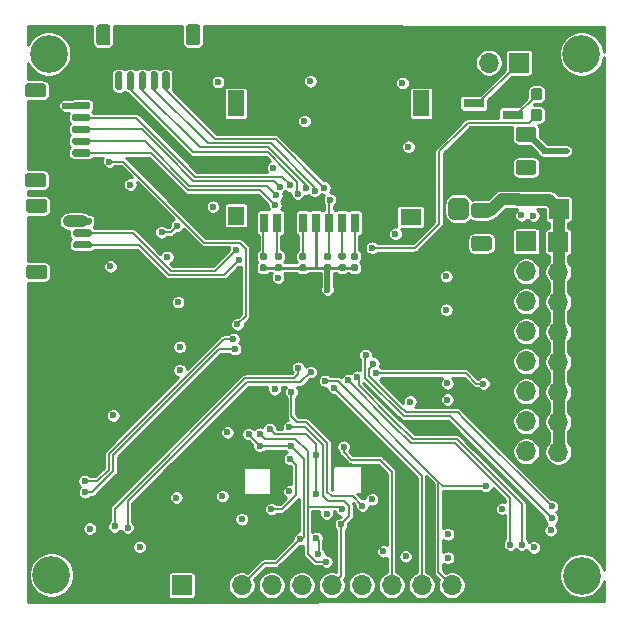
<source format=gbr>
%TF.GenerationSoftware,KiCad,Pcbnew,(5.1.6)-1*%
%TF.CreationDate,2020-09-08T22:29:01+07:00*%
%TF.ProjectId,Pixracer_clone,50697872-6163-4657-925f-636c6f6e652e,rev?*%
%TF.SameCoordinates,Original*%
%TF.FileFunction,Copper,L4,Bot*%
%TF.FilePolarity,Positive*%
%FSLAX46Y46*%
G04 Gerber Fmt 4.6, Leading zero omitted, Abs format (unit mm)*
G04 Created by KiCad (PCBNEW (5.1.6)-1) date 2020-09-08 22:29:01*
%MOMM*%
%LPD*%
G01*
G04 APERTURE LIST*
%TA.AperFunction,SMDPad,CuDef*%
%ADD10R,0.700000X1.600000*%
%TD*%
%TA.AperFunction,SMDPad,CuDef*%
%ADD11R,1.400000X1.600000*%
%TD*%
%TA.AperFunction,SMDPad,CuDef*%
%ADD12R,1.400000X2.200000*%
%TD*%
%TA.AperFunction,SMDPad,CuDef*%
%ADD13R,1.800000X1.400000*%
%TD*%
%TA.AperFunction,ComponentPad*%
%ADD14O,1.700000X1.700000*%
%TD*%
%TA.AperFunction,ComponentPad*%
%ADD15R,1.700000X1.700000*%
%TD*%
%TA.AperFunction,SMDPad,CuDef*%
%ADD16O,1.700000X1.700000*%
%TD*%
%TA.AperFunction,SMDPad,CuDef*%
%ADD17R,1.700000X1.700000*%
%TD*%
%TA.AperFunction,ComponentPad*%
%ADD18O,1.900000X1.200000*%
%TD*%
%TA.AperFunction,ComponentPad*%
%ADD19C,1.450000*%
%TD*%
%TA.AperFunction,SMDPad,CuDef*%
%ADD20R,1.800000X0.800000*%
%TD*%
%TA.AperFunction,ViaPad*%
%ADD21C,3.200000*%
%TD*%
%TA.AperFunction,ViaPad*%
%ADD22C,0.600000*%
%TD*%
%TA.AperFunction,Conductor*%
%ADD23C,0.500000*%
%TD*%
%TA.AperFunction,Conductor*%
%ADD24C,1.000000*%
%TD*%
%TA.AperFunction,Conductor*%
%ADD25C,0.250000*%
%TD*%
%TA.AperFunction,Conductor*%
%ADD26C,0.800000*%
%TD*%
%TA.AperFunction,Conductor*%
%ADD27C,0.152400*%
%TD*%
%TA.AperFunction,Conductor*%
%ADD28C,0.254000*%
%TD*%
G04 APERTURE END LIST*
D10*
%TO.P,SDcard,1*%
%TO.N,SDIO2*%
X172320000Y-89380000D03*
%TO.P,SDcard,2*%
%TO.N,SDIO3*%
X171220000Y-89380000D03*
%TO.P,SDcard,3*%
%TO.N,SDIO_CMD*%
X170120000Y-89380000D03*
%TO.P,SDcard,4*%
%TO.N,VCC*%
X169020000Y-89380000D03*
%TO.P,SDcard,5*%
%TO.N,SDIO_CLK*%
X167920000Y-89380000D03*
%TO.P,SDcard,6*%
%TO.N,GND*%
X166820000Y-89380000D03*
%TO.P,SDcard,7*%
%TO.N,SDIO0*%
X165720000Y-89380000D03*
%TO.P,SDcard,8*%
%TO.N,SDIO1*%
X164620000Y-89380000D03*
%TO.P,SDcard,9*%
%TO.N,GND*%
X163520000Y-89380000D03*
D11*
%TO.P,SDcard,G1*%
%TO.N,N/C*%
X162220000Y-88780000D03*
D12*
%TO.P,SDcard,G2*%
X162220000Y-79280000D03*
D13*
%TO.P,SDcard,G4*%
X177020000Y-88880000D03*
D12*
%TO.P,SDcard,G3*%
X177920000Y-79280000D03*
%TD*%
D14*
%TO.P,IMU_Debug,10*%
%TO.N,3.3_SENSE_EN*%
X180485000Y-120075000D03*
%TO.P,IMU_Debug,9*%
%TO.N,EXTERNAL_MPU_CS*%
X177945000Y-120075000D03*
%TO.P,IMU_Debug,8*%
%TO.N,ICM20948_CS*%
X175405000Y-120075000D03*
%TO.P,IMU_Debug,7*%
%TO.N,IMU_MISO*%
X172865000Y-120075000D03*
%TO.P,IMU_Debug,6*%
%TO.N,LSM6D3_CS*%
X170325000Y-120075000D03*
%TO.P,IMU_Debug,5*%
%TO.N,MPU9250_CS*%
X167785000Y-120075000D03*
%TO.P,IMU_Debug,4*%
%TO.N,IMU_MOSI*%
X165245000Y-120075000D03*
%TO.P,IMU_Debug,3*%
%TO.N,IMU_CLK*%
X162705000Y-120075000D03*
%TO.P,IMU_Debug,2*%
%TO.N,GND*%
X160165000Y-120075000D03*
D15*
%TO.P,IMU_Debug,1*%
%TO.N,+5V*%
X157625000Y-120075000D03*
%TD*%
%TO.P,SPI3,MP*%
%TO.N,N/C*%
%TA.AperFunction,SMDPad,CuDef*%
G36*
G01*
X145900001Y-78775000D02*
X144599999Y-78775000D01*
G75*
G02*
X144350000Y-78525001I0J249999D01*
G01*
X144350000Y-77824999D01*
G75*
G02*
X144599999Y-77575000I249999J0D01*
G01*
X145900001Y-77575000D01*
G75*
G02*
X146150000Y-77824999I0J-249999D01*
G01*
X146150000Y-78525001D01*
G75*
G02*
X145900001Y-78775000I-249999J0D01*
G01*
G37*
%TD.AperFunction*%
%TA.AperFunction,SMDPad,CuDef*%
G36*
G01*
X145900001Y-86375000D02*
X144599999Y-86375000D01*
G75*
G02*
X144350000Y-86125001I0J249999D01*
G01*
X144350000Y-85424999D01*
G75*
G02*
X144599999Y-85175000I249999J0D01*
G01*
X145900001Y-85175000D01*
G75*
G02*
X146150000Y-85424999I0J-249999D01*
G01*
X146150000Y-86125001D01*
G75*
G02*
X145900001Y-86375000I-249999J0D01*
G01*
G37*
%TD.AperFunction*%
%TO.P,SPI3,6*%
%TO.N,+5V*%
%TA.AperFunction,SMDPad,CuDef*%
G36*
G01*
X149750000Y-79775000D02*
X148500000Y-79775000D01*
G75*
G02*
X148350000Y-79625000I0J150000D01*
G01*
X148350000Y-79325000D01*
G75*
G02*
X148500000Y-79175000I150000J0D01*
G01*
X149750000Y-79175000D01*
G75*
G02*
X149900000Y-79325000I0J-150000D01*
G01*
X149900000Y-79625000D01*
G75*
G02*
X149750000Y-79775000I-150000J0D01*
G01*
G37*
%TD.AperFunction*%
%TO.P,SPI3,5*%
%TO.N,SPI3_CS*%
%TA.AperFunction,SMDPad,CuDef*%
G36*
G01*
X149750000Y-80775000D02*
X148500000Y-80775000D01*
G75*
G02*
X148350000Y-80625000I0J150000D01*
G01*
X148350000Y-80325000D01*
G75*
G02*
X148500000Y-80175000I150000J0D01*
G01*
X149750000Y-80175000D01*
G75*
G02*
X149900000Y-80325000I0J-150000D01*
G01*
X149900000Y-80625000D01*
G75*
G02*
X149750000Y-80775000I-150000J0D01*
G01*
G37*
%TD.AperFunction*%
%TO.P,SPI3,4*%
%TO.N,SPI3_SCK*%
%TA.AperFunction,SMDPad,CuDef*%
G36*
G01*
X149750000Y-81775000D02*
X148500000Y-81775000D01*
G75*
G02*
X148350000Y-81625000I0J150000D01*
G01*
X148350000Y-81325000D01*
G75*
G02*
X148500000Y-81175000I150000J0D01*
G01*
X149750000Y-81175000D01*
G75*
G02*
X149900000Y-81325000I0J-150000D01*
G01*
X149900000Y-81625000D01*
G75*
G02*
X149750000Y-81775000I-150000J0D01*
G01*
G37*
%TD.AperFunction*%
%TO.P,SPI3,3*%
%TO.N,SPI3_MISO*%
%TA.AperFunction,SMDPad,CuDef*%
G36*
G01*
X149750000Y-82775000D02*
X148500000Y-82775000D01*
G75*
G02*
X148350000Y-82625000I0J150000D01*
G01*
X148350000Y-82325000D01*
G75*
G02*
X148500000Y-82175000I150000J0D01*
G01*
X149750000Y-82175000D01*
G75*
G02*
X149900000Y-82325000I0J-150000D01*
G01*
X149900000Y-82625000D01*
G75*
G02*
X149750000Y-82775000I-150000J0D01*
G01*
G37*
%TD.AperFunction*%
%TO.P,SPI3,2*%
%TO.N,SPI3_MOSI*%
%TA.AperFunction,SMDPad,CuDef*%
G36*
G01*
X149750000Y-83775000D02*
X148500000Y-83775000D01*
G75*
G02*
X148350000Y-83625000I0J150000D01*
G01*
X148350000Y-83325000D01*
G75*
G02*
X148500000Y-83175000I150000J0D01*
G01*
X149750000Y-83175000D01*
G75*
G02*
X149900000Y-83325000I0J-150000D01*
G01*
X149900000Y-83625000D01*
G75*
G02*
X149750000Y-83775000I-150000J0D01*
G01*
G37*
%TD.AperFunction*%
%TO.P,SPI3,1*%
%TO.N,GND*%
%TA.AperFunction,SMDPad,CuDef*%
G36*
G01*
X149750000Y-84775000D02*
X148500000Y-84775000D01*
G75*
G02*
X148350000Y-84625000I0J150000D01*
G01*
X148350000Y-84325000D01*
G75*
G02*
X148500000Y-84175000I150000J0D01*
G01*
X149750000Y-84175000D01*
G75*
G02*
X149900000Y-84325000I0J-150000D01*
G01*
X149900000Y-84625000D01*
G75*
G02*
X149750000Y-84775000I-150000J0D01*
G01*
G37*
%TD.AperFunction*%
%TD*%
D14*
%TO.P,J19,2*%
%TO.N,GND*%
X192090000Y-88225000D03*
D15*
%TO.P,J19,1*%
%TO.N,+5V*%
X189550000Y-88225000D03*
%TD*%
%TO.P,C39,2*%
%TO.N,GND*%
%TA.AperFunction,SMDPad,CuDef*%
G36*
G01*
X181312500Y-87000000D02*
X180837500Y-87000000D01*
G75*
G02*
X180600000Y-86762500I0J237500D01*
G01*
X180600000Y-86187500D01*
G75*
G02*
X180837500Y-85950000I237500J0D01*
G01*
X181312500Y-85950000D01*
G75*
G02*
X181550000Y-86187500I0J-237500D01*
G01*
X181550000Y-86762500D01*
G75*
G02*
X181312500Y-87000000I-237500J0D01*
G01*
G37*
%TD.AperFunction*%
%TO.P,C39,1*%
%TO.N,VCC*%
%TA.AperFunction,SMDPad,CuDef*%
G36*
G01*
X181312500Y-88750000D02*
X180837500Y-88750000D01*
G75*
G02*
X180600000Y-88512500I0J237500D01*
G01*
X180600000Y-87937500D01*
G75*
G02*
X180837500Y-87700000I237500J0D01*
G01*
X181312500Y-87700000D01*
G75*
G02*
X181550000Y-87937500I0J-237500D01*
G01*
X181550000Y-88512500D01*
G75*
G02*
X181312500Y-88750000I-237500J0D01*
G01*
G37*
%TD.AperFunction*%
%TD*%
%TO.P,UART1,MP*%
%TO.N,N/C*%
%TA.AperFunction,SMDPad,CuDef*%
G36*
G01*
X146000001Y-88550000D02*
X144699999Y-88550000D01*
G75*
G02*
X144450000Y-88300001I0J249999D01*
G01*
X144450000Y-87599999D01*
G75*
G02*
X144699999Y-87350000I249999J0D01*
G01*
X146000001Y-87350000D01*
G75*
G02*
X146250000Y-87599999I0J-249999D01*
G01*
X146250000Y-88300001D01*
G75*
G02*
X146000001Y-88550000I-249999J0D01*
G01*
G37*
%TD.AperFunction*%
%TA.AperFunction,SMDPad,CuDef*%
G36*
G01*
X146000001Y-94150000D02*
X144699999Y-94150000D01*
G75*
G02*
X144450000Y-93900001I0J249999D01*
G01*
X144450000Y-93199999D01*
G75*
G02*
X144699999Y-92950000I249999J0D01*
G01*
X146000001Y-92950000D01*
G75*
G02*
X146250000Y-93199999I0J-249999D01*
G01*
X146250000Y-93900001D01*
G75*
G02*
X146000001Y-94150000I-249999J0D01*
G01*
G37*
%TD.AperFunction*%
%TO.P,UART1,4*%
%TO.N,+5V*%
%TA.AperFunction,SMDPad,CuDef*%
G36*
G01*
X149850000Y-89550000D02*
X148600000Y-89550000D01*
G75*
G02*
X148450000Y-89400000I0J150000D01*
G01*
X148450000Y-89100000D01*
G75*
G02*
X148600000Y-88950000I150000J0D01*
G01*
X149850000Y-88950000D01*
G75*
G02*
X150000000Y-89100000I0J-150000D01*
G01*
X150000000Y-89400000D01*
G75*
G02*
X149850000Y-89550000I-150000J0D01*
G01*
G37*
%TD.AperFunction*%
%TO.P,UART1,3*%
%TO.N,UART1_RX*%
%TA.AperFunction,SMDPad,CuDef*%
G36*
G01*
X149850000Y-90550000D02*
X148600000Y-90550000D01*
G75*
G02*
X148450000Y-90400000I0J150000D01*
G01*
X148450000Y-90100000D01*
G75*
G02*
X148600000Y-89950000I150000J0D01*
G01*
X149850000Y-89950000D01*
G75*
G02*
X150000000Y-90100000I0J-150000D01*
G01*
X150000000Y-90400000D01*
G75*
G02*
X149850000Y-90550000I-150000J0D01*
G01*
G37*
%TD.AperFunction*%
%TO.P,UART1,2*%
%TO.N,UART1_TX*%
%TA.AperFunction,SMDPad,CuDef*%
G36*
G01*
X149850000Y-91550000D02*
X148600000Y-91550000D01*
G75*
G02*
X148450000Y-91400000I0J150000D01*
G01*
X148450000Y-91100000D01*
G75*
G02*
X148600000Y-90950000I150000J0D01*
G01*
X149850000Y-90950000D01*
G75*
G02*
X150000000Y-91100000I0J-150000D01*
G01*
X150000000Y-91400000D01*
G75*
G02*
X149850000Y-91550000I-150000J0D01*
G01*
G37*
%TD.AperFunction*%
%TO.P,UART1,1*%
%TO.N,GND*%
%TA.AperFunction,SMDPad,CuDef*%
G36*
G01*
X149850000Y-92550000D02*
X148600000Y-92550000D01*
G75*
G02*
X148450000Y-92400000I0J150000D01*
G01*
X148450000Y-92100000D01*
G75*
G02*
X148600000Y-91950000I150000J0D01*
G01*
X149850000Y-91950000D01*
G75*
G02*
X150000000Y-92100000I0J-150000D01*
G01*
X150000000Y-92400000D01*
G75*
G02*
X149850000Y-92550000I-150000J0D01*
G01*
G37*
%TD.AperFunction*%
%TD*%
D16*
%TO.P,Buzzer,2*%
%TO.N,+5V*%
X183635000Y-75825000D03*
D17*
%TO.P,Buzzer,1*%
%TO.N,Net-(J8-Pad1)*%
X186175000Y-75825000D03*
%TD*%
%TO.P,Telemetry,MP*%
%TO.N,N/C*%
%TA.AperFunction,SMDPad,CuDef*%
G36*
G01*
X158000000Y-74125001D02*
X158000000Y-72824999D01*
G75*
G02*
X158249999Y-72575000I249999J0D01*
G01*
X158950001Y-72575000D01*
G75*
G02*
X159200000Y-72824999I0J-249999D01*
G01*
X159200000Y-74125001D01*
G75*
G02*
X158950001Y-74375000I-249999J0D01*
G01*
X158249999Y-74375000D01*
G75*
G02*
X158000000Y-74125001I0J249999D01*
G01*
G37*
%TD.AperFunction*%
%TA.AperFunction,SMDPad,CuDef*%
G36*
G01*
X150400000Y-74125001D02*
X150400000Y-72824999D01*
G75*
G02*
X150649999Y-72575000I249999J0D01*
G01*
X151350001Y-72575000D01*
G75*
G02*
X151600000Y-72824999I0J-249999D01*
G01*
X151600000Y-74125001D01*
G75*
G02*
X151350001Y-74375000I-249999J0D01*
G01*
X150649999Y-74375000D01*
G75*
G02*
X150400000Y-74125001I0J249999D01*
G01*
G37*
%TD.AperFunction*%
%TO.P,Telemetry,6*%
%TO.N,GND*%
%TA.AperFunction,SMDPad,CuDef*%
G36*
G01*
X157000000Y-77975000D02*
X157000000Y-76725000D01*
G75*
G02*
X157150000Y-76575000I150000J0D01*
G01*
X157450000Y-76575000D01*
G75*
G02*
X157600000Y-76725000I0J-150000D01*
G01*
X157600000Y-77975000D01*
G75*
G02*
X157450000Y-78125000I-150000J0D01*
G01*
X157150000Y-78125000D01*
G75*
G02*
X157000000Y-77975000I0J150000D01*
G01*
G37*
%TD.AperFunction*%
%TO.P,Telemetry,5*%
%TO.N,UART2_CTS*%
%TA.AperFunction,SMDPad,CuDef*%
G36*
G01*
X156000000Y-77975000D02*
X156000000Y-76725000D01*
G75*
G02*
X156150000Y-76575000I150000J0D01*
G01*
X156450000Y-76575000D01*
G75*
G02*
X156600000Y-76725000I0J-150000D01*
G01*
X156600000Y-77975000D01*
G75*
G02*
X156450000Y-78125000I-150000J0D01*
G01*
X156150000Y-78125000D01*
G75*
G02*
X156000000Y-77975000I0J150000D01*
G01*
G37*
%TD.AperFunction*%
%TO.P,Telemetry,4*%
%TO.N,UART2_RTS*%
%TA.AperFunction,SMDPad,CuDef*%
G36*
G01*
X155000000Y-77975000D02*
X155000000Y-76725000D01*
G75*
G02*
X155150000Y-76575000I150000J0D01*
G01*
X155450000Y-76575000D01*
G75*
G02*
X155600000Y-76725000I0J-150000D01*
G01*
X155600000Y-77975000D01*
G75*
G02*
X155450000Y-78125000I-150000J0D01*
G01*
X155150000Y-78125000D01*
G75*
G02*
X155000000Y-77975000I0J150000D01*
G01*
G37*
%TD.AperFunction*%
%TO.P,Telemetry,3*%
%TO.N,UART2_TX*%
%TA.AperFunction,SMDPad,CuDef*%
G36*
G01*
X154000000Y-77975000D02*
X154000000Y-76725000D01*
G75*
G02*
X154150000Y-76575000I150000J0D01*
G01*
X154450000Y-76575000D01*
G75*
G02*
X154600000Y-76725000I0J-150000D01*
G01*
X154600000Y-77975000D01*
G75*
G02*
X154450000Y-78125000I-150000J0D01*
G01*
X154150000Y-78125000D01*
G75*
G02*
X154000000Y-77975000I0J150000D01*
G01*
G37*
%TD.AperFunction*%
%TO.P,Telemetry,2*%
%TO.N,UART2_RX*%
%TA.AperFunction,SMDPad,CuDef*%
G36*
G01*
X153000000Y-77975000D02*
X153000000Y-76725000D01*
G75*
G02*
X153150000Y-76575000I150000J0D01*
G01*
X153450000Y-76575000D01*
G75*
G02*
X153600000Y-76725000I0J-150000D01*
G01*
X153600000Y-77975000D01*
G75*
G02*
X153450000Y-78125000I-150000J0D01*
G01*
X153150000Y-78125000D01*
G75*
G02*
X153000000Y-77975000I0J150000D01*
G01*
G37*
%TD.AperFunction*%
%TO.P,Telemetry,1*%
%TO.N,+5V*%
%TA.AperFunction,SMDPad,CuDef*%
G36*
G01*
X152000000Y-77975000D02*
X152000000Y-76725000D01*
G75*
G02*
X152150000Y-76575000I150000J0D01*
G01*
X152450000Y-76575000D01*
G75*
G02*
X152600000Y-76725000I0J-150000D01*
G01*
X152600000Y-77975000D01*
G75*
G02*
X152450000Y-78125000I-150000J0D01*
G01*
X152150000Y-78125000D01*
G75*
G02*
X152000000Y-77975000I0J150000D01*
G01*
G37*
%TD.AperFunction*%
%TD*%
D18*
%TO.P,J2,6*%
%TO.N,GND*%
X192337500Y-78475000D03*
X192337500Y-85475000D03*
D19*
X189637500Y-79475000D03*
X189637500Y-84475000D03*
%TD*%
%TO.P,R17,2*%
%TO.N,SDIO2*%
%TA.AperFunction,SMDPad,CuDef*%
G36*
G01*
X172422500Y-92510000D02*
X172077500Y-92510000D01*
G75*
G02*
X171930000Y-92362500I0J147500D01*
G01*
X171930000Y-92067500D01*
G75*
G02*
X172077500Y-91920000I147500J0D01*
G01*
X172422500Y-91920000D01*
G75*
G02*
X172570000Y-92067500I0J-147500D01*
G01*
X172570000Y-92362500D01*
G75*
G02*
X172422500Y-92510000I-147500J0D01*
G01*
G37*
%TD.AperFunction*%
%TO.P,R17,1*%
%TO.N,VCC*%
%TA.AperFunction,SMDPad,CuDef*%
G36*
G01*
X172422500Y-93480000D02*
X172077500Y-93480000D01*
G75*
G02*
X171930000Y-93332500I0J147500D01*
G01*
X171930000Y-93037500D01*
G75*
G02*
X172077500Y-92890000I147500J0D01*
G01*
X172422500Y-92890000D01*
G75*
G02*
X172570000Y-93037500I0J-147500D01*
G01*
X172570000Y-93332500D01*
G75*
G02*
X172422500Y-93480000I-147500J0D01*
G01*
G37*
%TD.AperFunction*%
%TD*%
%TO.P,R15,2*%
%TO.N,SDIO3*%
%TA.AperFunction,SMDPad,CuDef*%
G36*
G01*
X171397500Y-92510000D02*
X171052500Y-92510000D01*
G75*
G02*
X170905000Y-92362500I0J147500D01*
G01*
X170905000Y-92067500D01*
G75*
G02*
X171052500Y-91920000I147500J0D01*
G01*
X171397500Y-91920000D01*
G75*
G02*
X171545000Y-92067500I0J-147500D01*
G01*
X171545000Y-92362500D01*
G75*
G02*
X171397500Y-92510000I-147500J0D01*
G01*
G37*
%TD.AperFunction*%
%TO.P,R15,1*%
%TO.N,VCC*%
%TA.AperFunction,SMDPad,CuDef*%
G36*
G01*
X171397500Y-93480000D02*
X171052500Y-93480000D01*
G75*
G02*
X170905000Y-93332500I0J147500D01*
G01*
X170905000Y-93037500D01*
G75*
G02*
X171052500Y-92890000I147500J0D01*
G01*
X171397500Y-92890000D01*
G75*
G02*
X171545000Y-93037500I0J-147500D01*
G01*
X171545000Y-93332500D01*
G75*
G02*
X171397500Y-93480000I-147500J0D01*
G01*
G37*
%TD.AperFunction*%
%TD*%
%TO.P,R14,2*%
%TO.N,SDIO_CMD*%
%TA.AperFunction,SMDPad,CuDef*%
G36*
G01*
X170147500Y-92535000D02*
X169802500Y-92535000D01*
G75*
G02*
X169655000Y-92387500I0J147500D01*
G01*
X169655000Y-92092500D01*
G75*
G02*
X169802500Y-91945000I147500J0D01*
G01*
X170147500Y-91945000D01*
G75*
G02*
X170295000Y-92092500I0J-147500D01*
G01*
X170295000Y-92387500D01*
G75*
G02*
X170147500Y-92535000I-147500J0D01*
G01*
G37*
%TD.AperFunction*%
%TO.P,R14,1*%
%TO.N,VCC*%
%TA.AperFunction,SMDPad,CuDef*%
G36*
G01*
X170147500Y-93505000D02*
X169802500Y-93505000D01*
G75*
G02*
X169655000Y-93357500I0J147500D01*
G01*
X169655000Y-93062500D01*
G75*
G02*
X169802500Y-92915000I147500J0D01*
G01*
X170147500Y-92915000D01*
G75*
G02*
X170295000Y-93062500I0J-147500D01*
G01*
X170295000Y-93357500D01*
G75*
G02*
X170147500Y-93505000I-147500J0D01*
G01*
G37*
%TD.AperFunction*%
%TD*%
%TO.P,R13,2*%
%TO.N,SDIO_CLK*%
%TA.AperFunction,SMDPad,CuDef*%
G36*
G01*
X168047500Y-92535000D02*
X167702500Y-92535000D01*
G75*
G02*
X167555000Y-92387500I0J147500D01*
G01*
X167555000Y-92092500D01*
G75*
G02*
X167702500Y-91945000I147500J0D01*
G01*
X168047500Y-91945000D01*
G75*
G02*
X168195000Y-92092500I0J-147500D01*
G01*
X168195000Y-92387500D01*
G75*
G02*
X168047500Y-92535000I-147500J0D01*
G01*
G37*
%TD.AperFunction*%
%TO.P,R13,1*%
%TO.N,VCC*%
%TA.AperFunction,SMDPad,CuDef*%
G36*
G01*
X168047500Y-93505000D02*
X167702500Y-93505000D01*
G75*
G02*
X167555000Y-93357500I0J147500D01*
G01*
X167555000Y-93062500D01*
G75*
G02*
X167702500Y-92915000I147500J0D01*
G01*
X168047500Y-92915000D01*
G75*
G02*
X168195000Y-93062500I0J-147500D01*
G01*
X168195000Y-93357500D01*
G75*
G02*
X168047500Y-93505000I-147500J0D01*
G01*
G37*
%TD.AperFunction*%
%TD*%
%TO.P,R12,2*%
%TO.N,SDIO1*%
%TA.AperFunction,SMDPad,CuDef*%
G36*
G01*
X164722500Y-92535000D02*
X164377500Y-92535000D01*
G75*
G02*
X164230000Y-92387500I0J147500D01*
G01*
X164230000Y-92092500D01*
G75*
G02*
X164377500Y-91945000I147500J0D01*
G01*
X164722500Y-91945000D01*
G75*
G02*
X164870000Y-92092500I0J-147500D01*
G01*
X164870000Y-92387500D01*
G75*
G02*
X164722500Y-92535000I-147500J0D01*
G01*
G37*
%TD.AperFunction*%
%TO.P,R12,1*%
%TO.N,VCC*%
%TA.AperFunction,SMDPad,CuDef*%
G36*
G01*
X164722500Y-93505000D02*
X164377500Y-93505000D01*
G75*
G02*
X164230000Y-93357500I0J147500D01*
G01*
X164230000Y-93062500D01*
G75*
G02*
X164377500Y-92915000I147500J0D01*
G01*
X164722500Y-92915000D01*
G75*
G02*
X164870000Y-93062500I0J-147500D01*
G01*
X164870000Y-93357500D01*
G75*
G02*
X164722500Y-93505000I-147500J0D01*
G01*
G37*
%TD.AperFunction*%
%TD*%
%TO.P,R11,2*%
%TO.N,SDIO0*%
%TA.AperFunction,SMDPad,CuDef*%
G36*
G01*
X165997500Y-92535000D02*
X165652500Y-92535000D01*
G75*
G02*
X165505000Y-92387500I0J147500D01*
G01*
X165505000Y-92092500D01*
G75*
G02*
X165652500Y-91945000I147500J0D01*
G01*
X165997500Y-91945000D01*
G75*
G02*
X166145000Y-92092500I0J-147500D01*
G01*
X166145000Y-92387500D01*
G75*
G02*
X165997500Y-92535000I-147500J0D01*
G01*
G37*
%TD.AperFunction*%
%TO.P,R11,1*%
%TO.N,VCC*%
%TA.AperFunction,SMDPad,CuDef*%
G36*
G01*
X165997500Y-93505000D02*
X165652500Y-93505000D01*
G75*
G02*
X165505000Y-93357500I0J147500D01*
G01*
X165505000Y-93062500D01*
G75*
G02*
X165652500Y-92915000I147500J0D01*
G01*
X165997500Y-92915000D01*
G75*
G02*
X166145000Y-93062500I0J-147500D01*
G01*
X166145000Y-93357500D01*
G75*
G02*
X165997500Y-93505000I-147500J0D01*
G01*
G37*
%TD.AperFunction*%
%TD*%
%TO.P,R2,2*%
%TO.N,Net-(Q1-Pad2)*%
%TA.AperFunction,SMDPad,CuDef*%
G36*
G01*
X187912500Y-79025000D02*
X187437500Y-79025000D01*
G75*
G02*
X187200000Y-78787500I0J237500D01*
G01*
X187200000Y-78212500D01*
G75*
G02*
X187437500Y-77975000I237500J0D01*
G01*
X187912500Y-77975000D01*
G75*
G02*
X188150000Y-78212500I0J-237500D01*
G01*
X188150000Y-78787500D01*
G75*
G02*
X187912500Y-79025000I-237500J0D01*
G01*
G37*
%TD.AperFunction*%
%TO.P,R2,1*%
%TO.N,Buzzer*%
%TA.AperFunction,SMDPad,CuDef*%
G36*
G01*
X187912500Y-80775000D02*
X187437500Y-80775000D01*
G75*
G02*
X187200000Y-80537500I0J237500D01*
G01*
X187200000Y-79962500D01*
G75*
G02*
X187437500Y-79725000I237500J0D01*
G01*
X187912500Y-79725000D01*
G75*
G02*
X188150000Y-79962500I0J-237500D01*
G01*
X188150000Y-80537500D01*
G75*
G02*
X187912500Y-80775000I-237500J0D01*
G01*
G37*
%TD.AperFunction*%
%TD*%
D20*
%TO.P,Q1,3*%
%TO.N,Net-(J8-Pad1)*%
X182375000Y-79275000D03*
%TO.P,Q1,2*%
%TO.N,Net-(Q1-Pad2)*%
X185675000Y-80225000D03*
%TO.P,Q1,1*%
%TO.N,GND*%
X185675000Y-78325000D03*
%TD*%
D14*
%TO.P,J5,8*%
%TO.N,+5V*%
X189525000Y-108780000D03*
%TO.P,J5,7*%
X189525000Y-106240000D03*
%TO.P,J5,6*%
X189525000Y-103700000D03*
%TO.P,J5,5*%
X189525000Y-101160000D03*
%TO.P,J5,4*%
X189525000Y-98620000D03*
%TO.P,J5,3*%
X189525000Y-96080000D03*
%TO.P,J5,2*%
X189525000Y-93540000D03*
D15*
%TO.P,J5,1*%
X189525000Y-91000000D03*
%TD*%
D14*
%TO.P,J4,8*%
%TO.N,GND*%
X192375000Y-108780000D03*
%TO.P,J4,7*%
X192375000Y-106240000D03*
%TO.P,J4,6*%
X192375000Y-103700000D03*
%TO.P,J4,5*%
X192375000Y-101160000D03*
%TO.P,J4,4*%
X192375000Y-98620000D03*
%TO.P,J4,3*%
X192375000Y-96080000D03*
%TO.P,J4,2*%
X192375000Y-93540000D03*
D15*
%TO.P,J4,1*%
X192375000Y-91000000D03*
%TD*%
D14*
%TO.P,J3,8*%
%TO.N,TIM1_CH1*%
X186810000Y-108740000D03*
%TO.P,J3,7*%
%TO.N,TIM1_CH2*%
X186810000Y-106200000D03*
%TO.P,J3,6*%
%TO.N,TIM1_CH3*%
X186810000Y-103660000D03*
%TO.P,J3,5*%
%TO.N,TIM1_CH4*%
X186810000Y-101120000D03*
%TO.P,J3,4*%
%TO.N,TIM3_CH1*%
X186810000Y-98580000D03*
%TO.P,J3,3*%
%TO.N,TIM3_CH2*%
X186810000Y-96040000D03*
%TO.P,J3,2*%
%TO.N,TIM3_CH3*%
X186810000Y-93500000D03*
D15*
%TO.P,J3,1*%
%TO.N,TIM3_CH4*%
X186810000Y-90960000D03*
%TD*%
%TO.P,D2,2*%
%TO.N,Net-(D2-Pad2)*%
%TA.AperFunction,SMDPad,CuDef*%
G36*
G01*
X182400000Y-90500000D02*
X183650000Y-90500000D01*
G75*
G02*
X183900000Y-90750000I0J-250000D01*
G01*
X183900000Y-91500000D01*
G75*
G02*
X183650000Y-91750000I-250000J0D01*
G01*
X182400000Y-91750000D01*
G75*
G02*
X182150000Y-91500000I0J250000D01*
G01*
X182150000Y-90750000D01*
G75*
G02*
X182400000Y-90500000I250000J0D01*
G01*
G37*
%TD.AperFunction*%
%TO.P,D2,1*%
%TO.N,+5V*%
%TA.AperFunction,SMDPad,CuDef*%
G36*
G01*
X182400000Y-87700000D02*
X183650000Y-87700000D01*
G75*
G02*
X183900000Y-87950000I0J-250000D01*
G01*
X183900000Y-88700000D01*
G75*
G02*
X183650000Y-88950000I-250000J0D01*
G01*
X182400000Y-88950000D01*
G75*
G02*
X182150000Y-88700000I0J250000D01*
G01*
X182150000Y-87950000D01*
G75*
G02*
X182400000Y-87700000I250000J0D01*
G01*
G37*
%TD.AperFunction*%
%TD*%
%TO.P,D1,2*%
%TO.N,PWR_IN*%
%TA.AperFunction,SMDPad,CuDef*%
G36*
G01*
X186150000Y-84075000D02*
X187400000Y-84075000D01*
G75*
G02*
X187650000Y-84325000I0J-250000D01*
G01*
X187650000Y-85075000D01*
G75*
G02*
X187400000Y-85325000I-250000J0D01*
G01*
X186150000Y-85325000D01*
G75*
G02*
X185900000Y-85075000I0J250000D01*
G01*
X185900000Y-84325000D01*
G75*
G02*
X186150000Y-84075000I250000J0D01*
G01*
G37*
%TD.AperFunction*%
%TO.P,D1,1*%
%TO.N,VBUS*%
%TA.AperFunction,SMDPad,CuDef*%
G36*
G01*
X186150000Y-81275000D02*
X187400000Y-81275000D01*
G75*
G02*
X187650000Y-81525000I0J-250000D01*
G01*
X187650000Y-82275000D01*
G75*
G02*
X187400000Y-82525000I-250000J0D01*
G01*
X186150000Y-82525000D01*
G75*
G02*
X185900000Y-82275000I0J250000D01*
G01*
X185900000Y-81525000D01*
G75*
G02*
X186150000Y-81275000I250000J0D01*
G01*
G37*
%TD.AperFunction*%
%TD*%
D21*
%TO.N,*%
X146375000Y-75075000D03*
X191475000Y-75100000D03*
X146600000Y-119200000D03*
X191500000Y-119250000D03*
D22*
%TO.N,GND*%
X181650000Y-84775000D03*
X179425000Y-77525000D03*
X186375000Y-78825000D03*
X188100000Y-77350000D03*
X179250000Y-106525000D03*
X178750000Y-112300000D03*
X159800000Y-110725000D03*
X149525000Y-110250000D03*
X150175000Y-116750000D03*
X145875000Y-90425000D03*
X157350000Y-95150000D03*
X183575000Y-100500000D03*
X149875000Y-75400000D03*
X151700000Y-98525000D03*
X149475000Y-102850000D03*
X165650000Y-109225000D03*
X161150000Y-114475000D03*
X178500000Y-89400000D03*
X162650000Y-81450000D03*
X162050000Y-87250000D03*
X155600000Y-91225000D03*
X146800000Y-93300000D03*
X163725000Y-78025000D03*
X171225000Y-79800000D03*
X176825000Y-84600000D03*
X160425000Y-107950000D03*
X153625000Y-94150000D03*
X152948799Y-94531201D03*
X172250000Y-108875000D03*
X172825000Y-114400000D03*
X172650000Y-118675000D03*
X173975000Y-110075000D03*
X169875000Y-115525000D03*
X167150000Y-113625000D03*
X145625000Y-95975000D03*
X176500000Y-111575000D03*
X154585000Y-99843232D03*
X157475000Y-100890000D03*
X171500000Y-78950000D03*
X185050000Y-86400000D03*
X172725000Y-84175000D03*
X166820000Y-91045000D03*
X160405001Y-90030001D03*
X181800000Y-93850000D03*
X151555000Y-85160000D03*
X147750000Y-84225000D03*
X154275000Y-107775000D03*
X184425000Y-116825000D03*
X183500000Y-112650000D03*
X154275000Y-84200000D03*
X156425000Y-99875000D03*
X162925000Y-101775000D03*
X164675000Y-101750000D03*
X166250000Y-101775000D03*
X166250000Y-99950000D03*
X164400000Y-100050000D03*
X168175000Y-100050000D03*
X169500000Y-100025000D03*
X171350000Y-100075000D03*
X171425000Y-98850000D03*
X169625000Y-98750000D03*
X167475000Y-98625000D03*
X165550000Y-98525000D03*
X164025000Y-98500000D03*
X164150000Y-97075000D03*
X165625000Y-96900000D03*
X167325000Y-96950000D03*
X168975000Y-96975000D03*
X171125000Y-97225000D03*
X173050000Y-97400000D03*
X173000000Y-98825000D03*
X166875000Y-95200000D03*
X171550000Y-95350000D03*
X168100000Y-96025000D03*
X164825000Y-95925000D03*
X166000000Y-95725000D03*
X181650000Y-103100000D03*
%TO.N,VCC*%
X180125000Y-102975000D03*
X180125000Y-104350000D03*
X180025000Y-96750000D03*
X151600000Y-93075000D03*
X181525000Y-88525000D03*
X180700000Y-87800000D03*
X175725000Y-90325000D03*
X160275000Y-88025000D03*
X176975000Y-104525000D03*
X161500000Y-107125000D03*
X157325000Y-96100000D03*
X156400000Y-92275000D03*
X180750000Y-88550000D03*
X181475000Y-87800000D03*
X157475000Y-101860000D03*
X168025000Y-80775000D03*
X180020000Y-93920000D03*
X169975000Y-95050000D03*
X157475000Y-99885000D03*
%TO.N,+1V8*%
X176600000Y-117625000D03*
X169900000Y-114000000D03*
X162725000Y-114475000D03*
%TO.N,+3.3VA*%
X180175000Y-117750000D03*
X174700000Y-117200000D03*
X173750000Y-112800000D03*
X166750000Y-112125000D03*
X161075000Y-112525000D03*
X180175000Y-115750000D03*
%TO.N,PWR_IN*%
X187300000Y-84625000D03*
X186275000Y-84650000D03*
X187400000Y-88775000D03*
X186400000Y-88750000D03*
%TO.N,VBUS*%
X188375000Y-83300000D03*
%TO.N,BOOT0*%
X165375000Y-84750000D03*
%TO.N,UART1_TX*%
X162475000Y-92525000D03*
%TO.N,UART1_RX*%
X162250000Y-91650000D03*
%TO.N,I2C2_SCl*%
X171700000Y-102725000D03*
X185450000Y-116625000D03*
%TO.N,I2C2_SDA*%
X172500000Y-102425000D03*
X186425000Y-116625000D03*
%TO.N,UART3_RX*%
X188975000Y-113400000D03*
X173850000Y-101300000D03*
%TO.N,UART3_TX*%
X173200000Y-100575000D03*
X188975000Y-114400000D03*
%TO.N,UART2_CTS*%
X169700000Y-86400000D03*
%TO.N,UART2_RTS*%
X168900000Y-86675000D03*
%TO.N,UART2_TX*%
X168125000Y-86475000D03*
%TO.N,UART2_RX*%
X167450000Y-86925000D03*
%TO.N,Buzzer*%
X173750000Y-91500000D03*
%TO.N,ICM20948_CS*%
X171350000Y-108350000D03*
%TO.N,MPU9250_CS*%
X165500000Y-103475000D03*
%TO.N,SDIO0*%
X165825000Y-92240000D03*
X165787500Y-94037500D03*
%TO.N,SDIO1*%
X164550000Y-92240000D03*
%TO.N,SDIO_CLK*%
X167875000Y-92240000D03*
%TO.N,SDIO_CMD*%
X170187500Y-87425000D03*
%TO.N,SDIO3*%
X171225000Y-92215000D03*
%TO.N,SDIO2*%
X172275000Y-92200000D03*
%TO.N,SPI2_MOSI*%
X183175000Y-103000000D03*
X174100000Y-102100000D03*
%TO.N,3.3_SENSE_EN*%
X183375000Y-111675000D03*
X169775000Y-102775000D03*
%TO.N,UART7_TX*%
X168550000Y-102025000D03*
X153050000Y-115200000D03*
%TO.N,UART7_RX*%
X167500000Y-101650000D03*
X151950000Y-115100000D03*
%TO.N,ICM20948_DRDY*%
X172925000Y-113325000D03*
X166925000Y-103725000D03*
%TO.N,LSM6D3_CS*%
X166750000Y-106675000D03*
X171125000Y-114900000D03*
%TO.N,MPU9250_DRDY*%
X165225000Y-113625000D03*
X166800000Y-109375000D03*
%TO.N,IMU_MOSI*%
X169025000Y-116075000D03*
X169000000Y-109025000D03*
X169200000Y-117425000D03*
X169025000Y-112325000D03*
X165075000Y-106850000D03*
%TO.N,IMU_MISO*%
X164250000Y-107250000D03*
X169875000Y-118075000D03*
X171175000Y-113650000D03*
%TO.N,IMU_CLK*%
X164250000Y-108275000D03*
X166900000Y-108300000D03*
X167675000Y-116125000D03*
X163300000Y-107275000D03*
%TO.N,Net-(D2-Pad2)*%
X182450000Y-90800000D03*
X183600000Y-91450000D03*
X182425000Y-91500000D03*
X183575000Y-90775000D03*
%TO.N,SPI3_MOSI*%
X165550000Y-87900000D03*
%TO.N,SPI3_MISO*%
X165625000Y-87075000D03*
%TO.N,SPI3_SCK*%
X165925000Y-86325000D03*
%TO.N,SPI3_CS*%
X166800000Y-86225000D03*
%TO.N,SAFETY_SWITCH_IN*%
X149450000Y-112200000D03*
X162150000Y-100075000D03*
%TO.N,LED_SAFETY*%
X162000000Y-99225000D03*
X149425000Y-111250000D03*
%TO.N,nRF24_EN*%
X162350000Y-97975000D03*
X151500000Y-84200000D03*
%TO.N,SPI4_MOSI*%
X155925000Y-90175000D03*
X157250000Y-89625000D03*
%TO.N,+5V*%
X183300000Y-76075000D03*
X183275000Y-75425000D03*
X183925000Y-75400000D03*
X187450000Y-116875000D03*
X188875000Y-115425000D03*
X157175000Y-112650000D03*
X154075000Y-116825000D03*
X148050000Y-89250000D03*
X147775000Y-79475000D03*
X152300000Y-77325000D03*
X160710000Y-77470000D03*
X168525000Y-77400000D03*
X176325000Y-77550000D03*
X153275000Y-86150000D03*
X151825000Y-105700000D03*
X176825000Y-82950000D03*
X149850000Y-115275000D03*
X184775000Y-113600000D03*
X184000000Y-76050000D03*
%TO.N,EXTERNAL_MPU_CS*%
X170500000Y-103350000D03*
%TD*%
D23*
%TO.N,GND*%
X166820000Y-89380000D02*
X166820000Y-91045000D01*
X166820000Y-91045000D02*
X166820000Y-91045000D01*
X163280001Y-90030001D02*
X160405001Y-90030001D01*
X163520000Y-89380000D02*
X163520000Y-89790002D01*
X163520000Y-89790002D02*
X163280001Y-90030001D01*
X160405001Y-90030001D02*
X160405001Y-90030001D01*
D24*
X149125000Y-84475000D02*
X147925000Y-84475000D01*
X147925000Y-84475000D02*
X147600000Y-84150000D01*
D23*
X146700000Y-93300000D02*
X147625000Y-92375000D01*
X149100000Y-92375000D02*
X149225000Y-92250000D01*
X147625000Y-92375000D02*
X149100000Y-92375000D01*
X161400000Y-81450000D02*
X162650000Y-81450000D01*
X157300000Y-77350000D02*
X161400000Y-81450000D01*
X163725000Y-80375000D02*
X163725000Y-78025000D01*
X162650000Y-81450000D02*
X163725000Y-80375000D01*
D25*
X181075000Y-85350000D02*
X181650000Y-84775000D01*
X181075000Y-86475000D02*
X181075000Y-85350000D01*
%TO.N,VCC*%
X164575000Y-93185000D02*
X164550000Y-93210000D01*
X168970000Y-93120000D02*
X169035000Y-93185000D01*
X168970000Y-89905000D02*
X168970000Y-93120000D01*
X172250000Y-93185000D02*
X169035000Y-93185000D01*
X169035000Y-93185000D02*
X164575000Y-93185000D01*
D23*
X169975000Y-93210000D02*
X169975000Y-95050000D01*
X169975000Y-95050000D02*
X169975000Y-95050000D01*
D24*
X181449990Y-87825010D02*
X181449990Y-87800000D01*
X181075000Y-88225000D02*
X181075000Y-88200000D01*
X181075000Y-88200000D02*
X181449990Y-87825010D01*
X180700000Y-88600000D02*
X180750000Y-88650000D01*
X180700000Y-87800000D02*
X180700000Y-88600000D01*
X181449990Y-88549990D02*
X181449990Y-88650000D01*
X181075000Y-88225000D02*
X181125000Y-88225000D01*
X181125000Y-88225000D02*
X181449990Y-88549990D01*
X181349980Y-88650000D02*
X181449990Y-88549990D01*
X180750000Y-88650000D02*
X181349980Y-88650000D01*
D26*
X181549990Y-87874990D02*
X181475000Y-87800000D01*
X181525000Y-88525000D02*
X181549990Y-88525000D01*
X181549990Y-88525000D02*
X181549990Y-87874990D01*
X181075000Y-88175000D02*
X180700000Y-87800000D01*
X181075000Y-88225000D02*
X181075000Y-88175000D01*
X181475000Y-87800000D02*
X181475000Y-87600010D01*
X181475000Y-87600010D02*
X180820000Y-87600010D01*
X180820000Y-87600010D02*
X180660000Y-87600010D01*
D23*
%TO.N,VBUS*%
X188375000Y-83300000D02*
X190225000Y-83300000D01*
X187250000Y-82175000D02*
X188375000Y-83300000D01*
X186925000Y-82175000D02*
X187250000Y-82175000D01*
D27*
%TO.N,Net-(J8-Pad1)*%
X182500000Y-79500000D02*
X186175000Y-75825000D01*
X182375000Y-79500000D02*
X182500000Y-79500000D01*
%TO.N,UART1_TX*%
X154000000Y-91250000D02*
X149225000Y-91250000D01*
X156528611Y-93778611D02*
X154000000Y-91250000D01*
X161221389Y-93778611D02*
X162475000Y-92525000D01*
X161078611Y-93778611D02*
X161221389Y-93778611D01*
X161078611Y-93778611D02*
X156528611Y-93778611D01*
X161196389Y-93778611D02*
X161078611Y-93778611D01*
%TO.N,UART1_RX*%
X153522222Y-90250000D02*
X156698423Y-93426201D01*
X149225000Y-90250000D02*
X153522222Y-90250000D01*
X160473799Y-93426201D02*
X160076201Y-93426201D01*
X162250000Y-91650000D02*
X160473799Y-93426201D01*
X156698423Y-93426201D02*
X160076201Y-93426201D01*
%TO.N,I2C2_SCl*%
X185450000Y-116625000D02*
X185450000Y-116625000D01*
X185450000Y-112700000D02*
X185450000Y-114475000D01*
X185450000Y-114475000D02*
X185450000Y-116625000D01*
X185450000Y-114300000D02*
X185450000Y-114475000D01*
X171700000Y-102725000D02*
X175453611Y-106478611D01*
X175453611Y-106478611D02*
X175478611Y-106478611D01*
X177050000Y-108050000D02*
X180800000Y-108050000D01*
X175478611Y-106478611D02*
X177050000Y-108050000D01*
X180800000Y-108050000D02*
X185450000Y-112700000D01*
%TO.N,I2C2_SDA*%
X186425000Y-116625000D02*
X186425000Y-116625000D01*
X172500000Y-102425000D02*
X172611691Y-102536691D01*
X172611691Y-102536691D02*
X172611691Y-103138309D01*
X186425000Y-113176617D02*
X186425000Y-116625000D01*
X175599583Y-106126201D02*
X175624584Y-106126202D01*
X175536691Y-106063309D02*
X175599583Y-106126201D01*
X172611691Y-103138309D02*
X175536691Y-106063309D01*
X175624584Y-106126202D02*
X177195972Y-107697590D01*
X180945974Y-107697590D02*
X181436692Y-108188308D01*
X177195972Y-107697590D02*
X180945974Y-107697590D01*
X181436692Y-108188308D02*
X186425000Y-113176617D01*
%TO.N,UART3_RX*%
X173523799Y-101726201D02*
X173523799Y-102376577D01*
X173523799Y-102376577D02*
X176096021Y-104948799D01*
X173925000Y-101325000D02*
X173523799Y-101726201D01*
X180996381Y-105421381D02*
X181550000Y-105975000D01*
X176123799Y-104948799D02*
X176596381Y-105421381D01*
X176096021Y-104948799D02*
X176123799Y-104948799D01*
X176596381Y-105421381D02*
X180996381Y-105421381D01*
X181550000Y-105975000D02*
X188975000Y-113400000D01*
%TO.N,UART3_TX*%
X173171389Y-102522550D02*
X173171389Y-100603611D01*
X173171389Y-100603611D02*
X173200000Y-100575000D01*
X176422630Y-105773791D02*
X173171389Y-102522550D01*
X188975000Y-114400000D02*
X180348791Y-105773791D01*
X180348791Y-105773791D02*
X176422630Y-105773791D01*
%TO.N,UART2_CTS*%
X156300000Y-78125000D02*
X160475000Y-82300000D01*
X156300000Y-77350000D02*
X156300000Y-78125000D01*
X165600000Y-82300000D02*
X165375000Y-82300000D01*
X169700000Y-86400000D02*
X165600000Y-82300000D01*
X160475000Y-82300000D02*
X165375000Y-82300000D01*
X165375000Y-82300000D02*
X165549264Y-82300000D01*
%TO.N,UART2_RTS*%
X155300000Y-78125000D02*
X155300000Y-77350000D01*
X159827410Y-82652410D02*
X155300000Y-78125000D01*
X168825000Y-86325736D02*
X165151674Y-82652410D01*
X165151674Y-82652410D02*
X159827410Y-82652410D01*
X168825000Y-86750000D02*
X168825000Y-86325736D01*
%TO.N,UART2_TX*%
X159179820Y-83004820D02*
X164979820Y-83004820D01*
X154300000Y-77350000D02*
X154300000Y-78125000D01*
X154300000Y-78125000D02*
X159179820Y-83004820D01*
X164979820Y-83004820D02*
X168175000Y-86200000D01*
%TO.N,UART2_RX*%
X153300000Y-78125000D02*
X158600000Y-83425000D01*
X153300000Y-77350000D02*
X153300000Y-78125000D01*
X158600000Y-83425000D02*
X164901618Y-83425000D01*
X167425000Y-85948382D02*
X166588309Y-85111691D01*
X167425000Y-86950000D02*
X167425000Y-85948382D01*
X164901618Y-83425000D02*
X166588309Y-85111691D01*
%TO.N,Net-(Q1-Pad2)*%
X185800000Y-80450000D02*
X187675000Y-78575000D01*
X185675000Y-80450000D02*
X185800000Y-80450000D01*
%TO.N,Buzzer*%
X177377778Y-91500000D02*
X179425000Y-89452778D01*
X173750000Y-91500000D02*
X177377778Y-91500000D01*
X179425000Y-89452778D02*
X179425000Y-83350000D01*
X181873799Y-80901201D02*
X181450000Y-81325000D01*
X187675000Y-80250000D02*
X187023799Y-80901201D01*
X187023799Y-80901201D02*
X181873799Y-80901201D01*
X179425000Y-83350000D02*
X181450000Y-81325000D01*
X181450000Y-81325000D02*
X181500000Y-81275000D01*
%TO.N,ICM20948_CS*%
X171350000Y-108350000D02*
X171350000Y-108350000D01*
X175405000Y-113602222D02*
X175405000Y-120075000D01*
X171350000Y-108350000D02*
X171350000Y-108827778D01*
X171350000Y-108827778D02*
X171973423Y-109451201D01*
X171973423Y-109451201D02*
X174401201Y-109451201D01*
X174401201Y-109451201D02*
X175405000Y-110455000D01*
X175405000Y-110455000D02*
X175405000Y-113602222D01*
%TO.N,SDIO0*%
X165745000Y-92345000D02*
X165725000Y-92365000D01*
X165670000Y-92085000D02*
X165825000Y-92240000D01*
X165670000Y-89905000D02*
X165670000Y-92085000D01*
X165825000Y-92240000D02*
X165825000Y-92240000D01*
%TO.N,SDIO1*%
X164645000Y-92335000D02*
X164650000Y-92340000D01*
X164600000Y-89400000D02*
X164620000Y-89380000D01*
X164550000Y-92240000D02*
X164550000Y-92240000D01*
X164550000Y-92240000D02*
X164550000Y-89925000D01*
%TO.N,SDIO_CLK*%
X167870000Y-92235000D02*
X167875000Y-92240000D01*
X167870000Y-89905000D02*
X167870000Y-92235000D01*
X167875000Y-92240000D02*
X167875000Y-92240000D01*
%TO.N,SDIO_CMD*%
X170070000Y-92145000D02*
X169975000Y-92240000D01*
X170070000Y-89905000D02*
X170070000Y-92145000D01*
X170187500Y-89312500D02*
X170120000Y-89380000D01*
X170120000Y-87492500D02*
X170187500Y-87425000D01*
X170120000Y-89380000D02*
X170120000Y-87492500D01*
%TO.N,SDIO3*%
X171170000Y-92160000D02*
X171225000Y-92215000D01*
X171170000Y-89905000D02*
X171170000Y-92160000D01*
X171225000Y-92215000D02*
X171225000Y-92215000D01*
%TO.N,SDIO2*%
X172270000Y-92220000D02*
X172225000Y-92265000D01*
X172270000Y-89905000D02*
X172270000Y-92220000D01*
%TO.N,SPI2_MOSI*%
X183175000Y-103000000D02*
X182575000Y-103000000D01*
X181675000Y-102100000D02*
X174100000Y-102100000D01*
X182575000Y-103000000D02*
X181675000Y-102100000D01*
%TO.N,3.3_SENSE_EN*%
X169876937Y-102773799D02*
X170846021Y-102773799D01*
X179747222Y-111675000D02*
X182075000Y-111675000D01*
X183375000Y-111675000D02*
X182075000Y-111675000D01*
X182075000Y-111675000D02*
X182150000Y-111675000D01*
X179747222Y-119337222D02*
X180485000Y-120075000D01*
X179373611Y-118963611D02*
X180485000Y-120075000D01*
X179373611Y-111301389D02*
X179373611Y-118963611D01*
X179373611Y-111301389D02*
X179747222Y-111675000D01*
X170846021Y-102773799D02*
X179373611Y-111301389D01*
%TO.N,UART7_TX*%
X167676201Y-102898799D02*
X163126201Y-102898799D01*
X168550000Y-102025000D02*
X167676201Y-102898799D01*
X163126201Y-102898799D02*
X153050000Y-112975000D01*
X153050000Y-112975000D02*
X153050000Y-115200000D01*
X153050000Y-115200000D02*
X153050000Y-115325000D01*
%TO.N,UART7_RX*%
X167500000Y-101650000D02*
X167500000Y-102150000D01*
X162980228Y-102546389D02*
X151950000Y-113576617D01*
X167500000Y-102150000D02*
X167103611Y-102546389D01*
X167103611Y-102546389D02*
X162980228Y-102546389D01*
X151950000Y-113576617D02*
X151950000Y-115100000D01*
X151950000Y-115100000D02*
X151950000Y-115100000D01*
%TO.N,ICM20948_DRDY*%
X172925000Y-113325000D02*
X172124604Y-112524604D01*
X169953611Y-108031846D02*
X168171765Y-106250000D01*
X172124604Y-112524604D02*
X170324604Y-112524604D01*
X169953611Y-112153611D02*
X169953611Y-108031846D01*
X170324604Y-112524604D02*
X169953611Y-112153611D01*
X168171765Y-106250000D02*
X167400000Y-106250000D01*
X167400000Y-106250000D02*
X166925000Y-105775000D01*
X166925000Y-105775000D02*
X166925000Y-103725000D01*
X166925000Y-103725000D02*
X166925000Y-103725000D01*
%TO.N,LSM6D3_CS*%
X171125000Y-114900000D02*
X171801201Y-114223799D01*
X171801201Y-113323423D02*
X171402778Y-112925000D01*
X171801201Y-114223799D02*
X171801201Y-113323423D01*
X171402778Y-112925000D02*
X170025000Y-112925000D01*
X170025000Y-112925000D02*
X169601201Y-112501201D01*
X169601201Y-112501201D02*
X169601201Y-108177819D01*
X168098382Y-106675000D02*
X168324191Y-106900809D01*
X166750000Y-106675000D02*
X168098382Y-106675000D01*
X169601201Y-108177819D02*
X168324191Y-106900809D01*
X171125000Y-119275000D02*
X171125000Y-114900000D01*
X170325000Y-120075000D02*
X171125000Y-119275000D01*
%TO.N,MPU9250_DRDY*%
X165225000Y-113625000D02*
X165225000Y-113625000D01*
X166000000Y-113625000D02*
X165225000Y-113625000D01*
X165225000Y-113625000D02*
X165972222Y-113625000D01*
X167326201Y-109901201D02*
X167237500Y-109812500D01*
X166102778Y-113625000D02*
X167326201Y-112401577D01*
X165225000Y-113625000D02*
X166102778Y-113625000D01*
X167326201Y-112401577D02*
X167326201Y-109901201D01*
X167237500Y-109812500D02*
X167276201Y-109851201D01*
X166800000Y-109375000D02*
X167237500Y-109812500D01*
%TO.N,IMU_MOSI*%
X169025000Y-108100000D02*
X169025000Y-108550000D01*
X169025000Y-108550000D02*
X169025000Y-108625000D01*
X169025000Y-112325000D02*
X169025000Y-112325000D01*
X169025000Y-108625000D02*
X169025000Y-112325000D01*
X165075000Y-106850000D02*
X165075000Y-106850000D01*
X165075000Y-106850000D02*
X165350000Y-107125000D01*
X165075000Y-106850000D02*
X165500000Y-107275000D01*
X168200000Y-107275000D02*
X168250000Y-107325000D01*
X165500000Y-107275000D02*
X168200000Y-107275000D01*
X168250000Y-107325000D02*
X169025000Y-108100000D01*
X169225000Y-116275000D02*
X169025000Y-116075000D01*
X169225000Y-117325000D02*
X169225000Y-116275000D01*
%TO.N,IMU_MISO*%
X164675000Y-107675000D02*
X167225000Y-107675000D01*
X167225000Y-107675000D02*
X168300000Y-108750000D01*
X168300000Y-116825000D02*
X168300000Y-117077778D01*
X168300000Y-112650000D02*
X168300000Y-113200000D01*
X164250000Y-107250000D02*
X164250000Y-107250000D01*
X168300000Y-113200000D02*
X168300000Y-113425000D01*
X164250000Y-107250000D02*
X164675000Y-107675000D01*
X168300000Y-112823383D02*
X168300000Y-112650000D01*
X168300000Y-108750000D02*
X168300000Y-112650000D01*
X168301201Y-113423799D02*
X168300000Y-113425000D01*
X171225000Y-113600000D02*
X171048799Y-113423799D01*
X168300000Y-113425000D02*
X168300000Y-116625000D01*
X168300000Y-116625000D02*
X168300000Y-116825000D01*
X169122222Y-118075000D02*
X169875000Y-118075000D01*
X168975000Y-118075000D02*
X169122222Y-118075000D01*
X168300000Y-116625000D02*
X168300000Y-117400000D01*
X168300000Y-117400000D02*
X168975000Y-118075000D01*
X170948799Y-113423799D02*
X168301201Y-113423799D01*
X171175000Y-113650000D02*
X170948799Y-113423799D01*
%TO.N,IMU_CLK*%
X164250000Y-108275000D02*
X166700000Y-108275000D01*
X166700000Y-108275000D02*
X166700000Y-108275000D01*
X164250000Y-108275000D02*
X164250000Y-108275000D01*
X163400000Y-107425000D02*
X164250000Y-108275000D01*
X167626201Y-116076201D02*
X167675000Y-116125000D01*
X162705000Y-120075000D02*
X164580000Y-118200000D01*
X165600000Y-118200000D02*
X167675000Y-116125000D01*
X164580000Y-118200000D02*
X165600000Y-118200000D01*
X167850000Y-115950000D02*
X167675000Y-116125000D01*
X167947590Y-109347590D02*
X167850000Y-109250000D01*
X167947590Y-115952410D02*
X167947590Y-109347590D01*
X167675000Y-116125000D02*
X167775000Y-116125000D01*
X167850000Y-109250000D02*
X166900000Y-108300000D01*
X167775000Y-116125000D02*
X167947590Y-115952410D01*
D24*
%TO.N,Net-(D2-Pad2)*%
X183025000Y-91125000D02*
X183368520Y-91125000D01*
D27*
%TO.N,SPI3_MOSI*%
X155001617Y-83475000D02*
X149125000Y-83475000D01*
X158129027Y-86602410D02*
X155001617Y-83475000D01*
X164202410Y-86602410D02*
X164052410Y-86602410D01*
X164052410Y-86602410D02*
X158129027Y-86602410D01*
X164252410Y-86602410D02*
X164202410Y-86602410D01*
X165550000Y-87900000D02*
X164252410Y-86602410D01*
%TO.N,SPI3_MISO*%
X165675000Y-87100000D02*
X164825000Y-86250000D01*
X164825000Y-86250000D02*
X158275000Y-86250000D01*
X154500000Y-82475000D02*
X149125000Y-82475000D01*
X158275000Y-86250000D02*
X154500000Y-82475000D01*
%TO.N,SPI3_SCK*%
X166075000Y-86450000D02*
X165452410Y-85827410D01*
X158629027Y-85827410D02*
X156276617Y-83475000D01*
X165452410Y-85827410D02*
X158629027Y-85827410D01*
X149125000Y-81475000D02*
X154276618Y-81475000D01*
X154276618Y-81475000D02*
X156375809Y-83574191D01*
%TO.N,SPI3_CS*%
X158775000Y-85475000D02*
X166124264Y-85475000D01*
X153775000Y-80475000D02*
X158775000Y-85475000D01*
X166124264Y-85475000D02*
X166875000Y-86225736D01*
X149125000Y-80475000D02*
X153775000Y-80475000D01*
%TO.N,SAFETY_SWITCH_IN*%
X150048382Y-112200000D02*
X151827410Y-110420973D01*
X149450000Y-112200000D02*
X150048382Y-112200000D01*
X151827410Y-110420973D02*
X151827410Y-109070972D01*
X160823382Y-100075000D02*
X162150000Y-100075000D01*
X151827410Y-109070972D02*
X160823382Y-100075000D01*
%TO.N,LED_SAFETY*%
X162000000Y-99225000D02*
X161175000Y-99225000D01*
X161175000Y-99225000D02*
X151475000Y-108925000D01*
X151475000Y-108925000D02*
X151475000Y-110275000D01*
X151475000Y-110275000D02*
X150500000Y-111250000D01*
X150500000Y-111250000D02*
X149425000Y-111250000D01*
X149425000Y-111250000D02*
X149350000Y-111250000D01*
%TO.N,nRF24_EN*%
X159551577Y-91073799D02*
X152677778Y-84200000D01*
X163051201Y-91598423D02*
X162526577Y-91073799D01*
X162350000Y-97975000D02*
X163051201Y-97273799D01*
X162526577Y-91073799D02*
X159551577Y-91073799D01*
X163051201Y-97273799D02*
X163051201Y-91598423D01*
X152677778Y-84200000D02*
X151500000Y-84200000D01*
X151500000Y-84200000D02*
X151500000Y-84200000D01*
%TO.N,SPI4_MOSI*%
X156700000Y-90175000D02*
X157250000Y-89625000D01*
X156025000Y-90175000D02*
X156700000Y-90175000D01*
D24*
%TO.N,+5V*%
X183187500Y-88200000D02*
X183100000Y-88287500D01*
X189525000Y-91000000D02*
X189525000Y-90714998D01*
X189550000Y-108755000D02*
X189525000Y-108780000D01*
X189550000Y-88225000D02*
X189550000Y-108755000D01*
X183025000Y-88325000D02*
X183800000Y-88325000D01*
X183800000Y-88325000D02*
X184725000Y-87400000D01*
X186081480Y-87400000D02*
X186106490Y-87425010D01*
X184725000Y-87400000D02*
X186081480Y-87400000D01*
X188750010Y-87425010D02*
X189550000Y-88225000D01*
X186106490Y-87425010D02*
X188750010Y-87425010D01*
D23*
X149125000Y-79475000D02*
X147775000Y-79475000D01*
D24*
X149225000Y-89250000D02*
X148050000Y-89250000D01*
D27*
%TO.N,EXTERNAL_MPU_CS*%
X177945000Y-110795000D02*
X177945000Y-120075000D01*
X170500000Y-103350000D02*
X177945000Y-110795000D01*
%TD*%
D28*
%TO.N,GND*%
G36*
X150078320Y-72754921D02*
G01*
X150071418Y-72824999D01*
X150071418Y-74125001D01*
X150082535Y-74237877D01*
X150115460Y-74346414D01*
X150168926Y-74446443D01*
X150240880Y-74534120D01*
X150328557Y-74606074D01*
X150428586Y-74659540D01*
X150537123Y-74692465D01*
X150649999Y-74703582D01*
X151350001Y-74703582D01*
X151462877Y-74692465D01*
X151571414Y-74659540D01*
X151671443Y-74606074D01*
X151759120Y-74534120D01*
X151831074Y-74446443D01*
X151884540Y-74346414D01*
X151917465Y-74237877D01*
X151928582Y-74125001D01*
X151928582Y-72824999D01*
X151921772Y-72755853D01*
X157677941Y-72758763D01*
X157671418Y-72824999D01*
X157671418Y-74125001D01*
X157682535Y-74237877D01*
X157715460Y-74346414D01*
X157768926Y-74446443D01*
X157840880Y-74534120D01*
X157928557Y-74606074D01*
X158028586Y-74659540D01*
X158137123Y-74692465D01*
X158249999Y-74703582D01*
X158950001Y-74703582D01*
X159062877Y-74692465D01*
X159171414Y-74659540D01*
X159271443Y-74606074D01*
X159359120Y-74534120D01*
X159431074Y-74446443D01*
X159484540Y-74346414D01*
X159517465Y-74237877D01*
X159528582Y-74125001D01*
X159528582Y-72824999D01*
X159522150Y-72759695D01*
X193397822Y-72776821D01*
X193396755Y-74883839D01*
X193327947Y-74537915D01*
X193182685Y-74187223D01*
X192971799Y-73871609D01*
X192703391Y-73603201D01*
X192387777Y-73392315D01*
X192037085Y-73247053D01*
X191664793Y-73173000D01*
X191285207Y-73173000D01*
X190912915Y-73247053D01*
X190562223Y-73392315D01*
X190246609Y-73603201D01*
X189978201Y-73871609D01*
X189767315Y-74187223D01*
X189622053Y-74537915D01*
X189548000Y-74910207D01*
X189548000Y-75289793D01*
X189622053Y-75662085D01*
X189767315Y-76012777D01*
X189978201Y-76328391D01*
X190246609Y-76596799D01*
X190562223Y-76807685D01*
X190912915Y-76952947D01*
X191285207Y-77027000D01*
X191664793Y-77027000D01*
X192037085Y-76952947D01*
X192387777Y-76807685D01*
X192703391Y-76596799D01*
X192971799Y-76328391D01*
X193182685Y-76012777D01*
X193327947Y-75662085D01*
X193396536Y-75317264D01*
X193374521Y-118796378D01*
X193352947Y-118687915D01*
X193207685Y-118337223D01*
X192996799Y-118021609D01*
X192728391Y-117753201D01*
X192412777Y-117542315D01*
X192062085Y-117397053D01*
X191689793Y-117323000D01*
X191310207Y-117323000D01*
X190937915Y-117397053D01*
X190587223Y-117542315D01*
X190271609Y-117753201D01*
X190003201Y-118021609D01*
X189792315Y-118337223D01*
X189647053Y-118687915D01*
X189573000Y-119060207D01*
X189573000Y-119439793D01*
X189647053Y-119812085D01*
X189792315Y-120162777D01*
X190003201Y-120478391D01*
X190271609Y-120746799D01*
X190587223Y-120957685D01*
X190937915Y-121102947D01*
X191310207Y-121177000D01*
X191689793Y-121177000D01*
X192062085Y-121102947D01*
X192412777Y-120957685D01*
X192728391Y-120746799D01*
X192996799Y-120478391D01*
X193207685Y-120162777D01*
X193352947Y-119812085D01*
X193374061Y-119705937D01*
X193373179Y-121448179D01*
X144626819Y-121472822D01*
X144625558Y-119010207D01*
X144673000Y-119010207D01*
X144673000Y-119389793D01*
X144747053Y-119762085D01*
X144892315Y-120112777D01*
X145103201Y-120428391D01*
X145371609Y-120696799D01*
X145687223Y-120907685D01*
X146037915Y-121052947D01*
X146410207Y-121127000D01*
X146789793Y-121127000D01*
X147162085Y-121052947D01*
X147512777Y-120907685D01*
X147828391Y-120696799D01*
X148096799Y-120428391D01*
X148307685Y-120112777D01*
X148452947Y-119762085D01*
X148527000Y-119389793D01*
X148527000Y-119225000D01*
X156446418Y-119225000D01*
X156446418Y-120925000D01*
X156452732Y-120989103D01*
X156471430Y-121050743D01*
X156501794Y-121107550D01*
X156542657Y-121157343D01*
X156592450Y-121198206D01*
X156649257Y-121228570D01*
X156710897Y-121247268D01*
X156775000Y-121253582D01*
X158475000Y-121253582D01*
X158539103Y-121247268D01*
X158600743Y-121228570D01*
X158657550Y-121198206D01*
X158707343Y-121157343D01*
X158748206Y-121107550D01*
X158778570Y-121050743D01*
X158797268Y-120989103D01*
X158803582Y-120925000D01*
X158803582Y-119225000D01*
X158797268Y-119160897D01*
X158778570Y-119099257D01*
X158748206Y-119042450D01*
X158707343Y-118992657D01*
X158657550Y-118951794D01*
X158600743Y-118921430D01*
X158539103Y-118902732D01*
X158475000Y-118896418D01*
X156775000Y-118896418D01*
X156710897Y-118902732D01*
X156649257Y-118921430D01*
X156592450Y-118951794D01*
X156542657Y-118992657D01*
X156501794Y-119042450D01*
X156471430Y-119099257D01*
X156452732Y-119160897D01*
X156446418Y-119225000D01*
X148527000Y-119225000D01*
X148527000Y-119010207D01*
X148452947Y-118637915D01*
X148307685Y-118287223D01*
X148096799Y-117971609D01*
X147828391Y-117703201D01*
X147512777Y-117492315D01*
X147162085Y-117347053D01*
X146789793Y-117273000D01*
X146410207Y-117273000D01*
X146037915Y-117347053D01*
X145687223Y-117492315D01*
X145371609Y-117703201D01*
X145103201Y-117971609D01*
X144892315Y-118287223D01*
X144747053Y-118637915D01*
X144673000Y-119010207D01*
X144625558Y-119010207D01*
X144624407Y-116763246D01*
X153448000Y-116763246D01*
X153448000Y-116886754D01*
X153472095Y-117007889D01*
X153519360Y-117121996D01*
X153587977Y-117224689D01*
X153675311Y-117312023D01*
X153778004Y-117380640D01*
X153892111Y-117427905D01*
X154013246Y-117452000D01*
X154136754Y-117452000D01*
X154257889Y-117427905D01*
X154371996Y-117380640D01*
X154474689Y-117312023D01*
X154562023Y-117224689D01*
X154630640Y-117121996D01*
X154677905Y-117007889D01*
X154702000Y-116886754D01*
X154702000Y-116763246D01*
X154677905Y-116642111D01*
X154630640Y-116528004D01*
X154562023Y-116425311D01*
X154474689Y-116337977D01*
X154371996Y-116269360D01*
X154257889Y-116222095D01*
X154136754Y-116198000D01*
X154013246Y-116198000D01*
X153892111Y-116222095D01*
X153778004Y-116269360D01*
X153675311Y-116337977D01*
X153587977Y-116425311D01*
X153519360Y-116528004D01*
X153472095Y-116642111D01*
X153448000Y-116763246D01*
X144624407Y-116763246D01*
X144623613Y-115213246D01*
X149223000Y-115213246D01*
X149223000Y-115336754D01*
X149247095Y-115457889D01*
X149294360Y-115571996D01*
X149362977Y-115674689D01*
X149450311Y-115762023D01*
X149553004Y-115830640D01*
X149667111Y-115877905D01*
X149788246Y-115902000D01*
X149911754Y-115902000D01*
X150032889Y-115877905D01*
X150146996Y-115830640D01*
X150249689Y-115762023D01*
X150337023Y-115674689D01*
X150405640Y-115571996D01*
X150452905Y-115457889D01*
X150477000Y-115336754D01*
X150477000Y-115213246D01*
X150452905Y-115092111D01*
X150430594Y-115038246D01*
X151323000Y-115038246D01*
X151323000Y-115161754D01*
X151347095Y-115282889D01*
X151394360Y-115396996D01*
X151462977Y-115499689D01*
X151550311Y-115587023D01*
X151653004Y-115655640D01*
X151767111Y-115702905D01*
X151888246Y-115727000D01*
X152011754Y-115727000D01*
X152132889Y-115702905D01*
X152246996Y-115655640D01*
X152349689Y-115587023D01*
X152437023Y-115499689D01*
X152473107Y-115445686D01*
X152494360Y-115496996D01*
X152562977Y-115599689D01*
X152650311Y-115687023D01*
X152753004Y-115755640D01*
X152867111Y-115802905D01*
X152988246Y-115827000D01*
X153111754Y-115827000D01*
X153232889Y-115802905D01*
X153346996Y-115755640D01*
X153449689Y-115687023D01*
X153537023Y-115599689D01*
X153605640Y-115496996D01*
X153652905Y-115382889D01*
X153677000Y-115261754D01*
X153677000Y-115138246D01*
X153652905Y-115017111D01*
X153605640Y-114903004D01*
X153537023Y-114800311D01*
X153453200Y-114716488D01*
X153453200Y-114413246D01*
X162098000Y-114413246D01*
X162098000Y-114536754D01*
X162122095Y-114657889D01*
X162169360Y-114771996D01*
X162237977Y-114874689D01*
X162325311Y-114962023D01*
X162428004Y-115030640D01*
X162542111Y-115077905D01*
X162663246Y-115102000D01*
X162786754Y-115102000D01*
X162907889Y-115077905D01*
X163021996Y-115030640D01*
X163124689Y-114962023D01*
X163212023Y-114874689D01*
X163280640Y-114771996D01*
X163327905Y-114657889D01*
X163352000Y-114536754D01*
X163352000Y-114413246D01*
X163327905Y-114292111D01*
X163280640Y-114178004D01*
X163212023Y-114075311D01*
X163124689Y-113987977D01*
X163021996Y-113919360D01*
X162907889Y-113872095D01*
X162786754Y-113848000D01*
X162663246Y-113848000D01*
X162542111Y-113872095D01*
X162428004Y-113919360D01*
X162325311Y-113987977D01*
X162237977Y-114075311D01*
X162169360Y-114178004D01*
X162122095Y-114292111D01*
X162098000Y-114413246D01*
X153453200Y-114413246D01*
X153453200Y-113142010D01*
X154006964Y-112588246D01*
X156548000Y-112588246D01*
X156548000Y-112711754D01*
X156572095Y-112832889D01*
X156619360Y-112946996D01*
X156687977Y-113049689D01*
X156775311Y-113137023D01*
X156878004Y-113205640D01*
X156992111Y-113252905D01*
X157113246Y-113277000D01*
X157236754Y-113277000D01*
X157357889Y-113252905D01*
X157471996Y-113205640D01*
X157574689Y-113137023D01*
X157662023Y-113049689D01*
X157730640Y-112946996D01*
X157777905Y-112832889D01*
X157802000Y-112711754D01*
X157802000Y-112588246D01*
X157777905Y-112467111D01*
X157776305Y-112463246D01*
X160448000Y-112463246D01*
X160448000Y-112586754D01*
X160472095Y-112707889D01*
X160519360Y-112821996D01*
X160587977Y-112924689D01*
X160675311Y-113012023D01*
X160778004Y-113080640D01*
X160892111Y-113127905D01*
X161013246Y-113152000D01*
X161136754Y-113152000D01*
X161257889Y-113127905D01*
X161371996Y-113080640D01*
X161474689Y-113012023D01*
X161562023Y-112924689D01*
X161630640Y-112821996D01*
X161677905Y-112707889D01*
X161702000Y-112586754D01*
X161702000Y-112463246D01*
X161677905Y-112342111D01*
X161630640Y-112228004D01*
X161562023Y-112125311D01*
X161474689Y-112037977D01*
X161371996Y-111969360D01*
X161257889Y-111922095D01*
X161136754Y-111898000D01*
X161013246Y-111898000D01*
X160892111Y-111922095D01*
X160778004Y-111969360D01*
X160675311Y-112037977D01*
X160587977Y-112125311D01*
X160519360Y-112228004D01*
X160472095Y-112342111D01*
X160448000Y-112463246D01*
X157776305Y-112463246D01*
X157730640Y-112353004D01*
X157662023Y-112250311D01*
X157574689Y-112162977D01*
X157471996Y-112094360D01*
X157357889Y-112047095D01*
X157236754Y-112023000D01*
X157113246Y-112023000D01*
X156992111Y-112047095D01*
X156878004Y-112094360D01*
X156775311Y-112162977D01*
X156687977Y-112250311D01*
X156619360Y-112353004D01*
X156572095Y-112467111D01*
X156548000Y-112588246D01*
X154006964Y-112588246D01*
X156420210Y-110175000D01*
X162798000Y-110175000D01*
X162798000Y-112275000D01*
X162800440Y-112299776D01*
X162807667Y-112323601D01*
X162819403Y-112345557D01*
X162835197Y-112364803D01*
X162854443Y-112380597D01*
X162876399Y-112392333D01*
X162900224Y-112399560D01*
X162925000Y-112402000D01*
X165100000Y-112402000D01*
X165124776Y-112399560D01*
X165148601Y-112392333D01*
X165170557Y-112380597D01*
X165189803Y-112364803D01*
X165205597Y-112345557D01*
X165217333Y-112323601D01*
X165224560Y-112299776D01*
X165227000Y-112275000D01*
X165227000Y-110175000D01*
X165224560Y-110150224D01*
X165217333Y-110126399D01*
X165205597Y-110104443D01*
X165189803Y-110085197D01*
X165170557Y-110069403D01*
X165148601Y-110057667D01*
X165124776Y-110050440D01*
X165100000Y-110048000D01*
X162925000Y-110048000D01*
X162900224Y-110050440D01*
X162876399Y-110057667D01*
X162854443Y-110069403D01*
X162835197Y-110085197D01*
X162819403Y-110104443D01*
X162807667Y-110126399D01*
X162800440Y-110150224D01*
X162798000Y-110175000D01*
X156420210Y-110175000D01*
X159531964Y-107063246D01*
X160873000Y-107063246D01*
X160873000Y-107186754D01*
X160897095Y-107307889D01*
X160944360Y-107421996D01*
X161012977Y-107524689D01*
X161100311Y-107612023D01*
X161203004Y-107680640D01*
X161317111Y-107727905D01*
X161438246Y-107752000D01*
X161561754Y-107752000D01*
X161682889Y-107727905D01*
X161796996Y-107680640D01*
X161899689Y-107612023D01*
X161987023Y-107524689D01*
X162055640Y-107421996D01*
X162102905Y-107307889D01*
X162127000Y-107186754D01*
X162127000Y-107063246D01*
X162102905Y-106942111D01*
X162055640Y-106828004D01*
X161987023Y-106725311D01*
X161899689Y-106637977D01*
X161796996Y-106569360D01*
X161682889Y-106522095D01*
X161561754Y-106498000D01*
X161438246Y-106498000D01*
X161317111Y-106522095D01*
X161203004Y-106569360D01*
X161100311Y-106637977D01*
X161012977Y-106725311D01*
X160944360Y-106828004D01*
X160897095Y-106942111D01*
X160873000Y-107063246D01*
X159531964Y-107063246D01*
X163293212Y-103301999D01*
X164895128Y-103301999D01*
X164873000Y-103413246D01*
X164873000Y-103536754D01*
X164897095Y-103657889D01*
X164944360Y-103771996D01*
X165012977Y-103874689D01*
X165100311Y-103962023D01*
X165203004Y-104030640D01*
X165317111Y-104077905D01*
X165438246Y-104102000D01*
X165561754Y-104102000D01*
X165682889Y-104077905D01*
X165796996Y-104030640D01*
X165899689Y-103962023D01*
X165987023Y-103874689D01*
X166055640Y-103771996D01*
X166102905Y-103657889D01*
X166127000Y-103536754D01*
X166127000Y-103413246D01*
X166104872Y-103301999D01*
X166461289Y-103301999D01*
X166437977Y-103325311D01*
X166369360Y-103428004D01*
X166322095Y-103542111D01*
X166298000Y-103663246D01*
X166298000Y-103786754D01*
X166322095Y-103907889D01*
X166369360Y-104021996D01*
X166437977Y-104124689D01*
X166521801Y-104208513D01*
X166521800Y-105755209D01*
X166519851Y-105775000D01*
X166521800Y-105794791D01*
X166521800Y-105794797D01*
X166527635Y-105854040D01*
X166550690Y-105930043D01*
X166588130Y-106000088D01*
X166635982Y-106058396D01*
X166567111Y-106072095D01*
X166453004Y-106119360D01*
X166350311Y-106187977D01*
X166262977Y-106275311D01*
X166194360Y-106378004D01*
X166147095Y-106492111D01*
X166123000Y-106613246D01*
X166123000Y-106736754D01*
X166147095Y-106857889D01*
X166152857Y-106871800D01*
X165702000Y-106871800D01*
X165702000Y-106788246D01*
X165677905Y-106667111D01*
X165630640Y-106553004D01*
X165562023Y-106450311D01*
X165474689Y-106362977D01*
X165371996Y-106294360D01*
X165257889Y-106247095D01*
X165136754Y-106223000D01*
X165013246Y-106223000D01*
X164892111Y-106247095D01*
X164778004Y-106294360D01*
X164675311Y-106362977D01*
X164587977Y-106450311D01*
X164519360Y-106553004D01*
X164473430Y-106663888D01*
X164432889Y-106647095D01*
X164311754Y-106623000D01*
X164188246Y-106623000D01*
X164067111Y-106647095D01*
X163953004Y-106694360D01*
X163850311Y-106762977D01*
X163762977Y-106850311D01*
X163762595Y-106850883D01*
X163699689Y-106787977D01*
X163596996Y-106719360D01*
X163482889Y-106672095D01*
X163361754Y-106648000D01*
X163238246Y-106648000D01*
X163117111Y-106672095D01*
X163003004Y-106719360D01*
X162900311Y-106787977D01*
X162812977Y-106875311D01*
X162744360Y-106978004D01*
X162697095Y-107092111D01*
X162673000Y-107213246D01*
X162673000Y-107336754D01*
X162697095Y-107457889D01*
X162744360Y-107571996D01*
X162812977Y-107674689D01*
X162900311Y-107762023D01*
X163003004Y-107830640D01*
X163117111Y-107877905D01*
X163238246Y-107902000D01*
X163306790Y-107902000D01*
X163623000Y-108218211D01*
X163623000Y-108336754D01*
X163647095Y-108457889D01*
X163694360Y-108571996D01*
X163762977Y-108674689D01*
X163850311Y-108762023D01*
X163953004Y-108830640D01*
X164067111Y-108877905D01*
X164188246Y-108902000D01*
X164311754Y-108902000D01*
X164432889Y-108877905D01*
X164546996Y-108830640D01*
X164649689Y-108762023D01*
X164733512Y-108678200D01*
X166398619Y-108678200D01*
X166412977Y-108699689D01*
X166500311Y-108787023D01*
X166531217Y-108807674D01*
X166503004Y-108819360D01*
X166400311Y-108887977D01*
X166312977Y-108975311D01*
X166244360Y-109078004D01*
X166197095Y-109192111D01*
X166173000Y-109313246D01*
X166173000Y-109436754D01*
X166197095Y-109557889D01*
X166244360Y-109671996D01*
X166312977Y-109774689D01*
X166400311Y-109862023D01*
X166503004Y-109930640D01*
X166617111Y-109977905D01*
X166738246Y-110002000D01*
X166856789Y-110002000D01*
X166923002Y-110068213D01*
X166923001Y-111520128D01*
X166811754Y-111498000D01*
X166688246Y-111498000D01*
X166567111Y-111522095D01*
X166453004Y-111569360D01*
X166350311Y-111637977D01*
X166262977Y-111725311D01*
X166194360Y-111828004D01*
X166147095Y-111942111D01*
X166123000Y-112063246D01*
X166123000Y-112186754D01*
X166147095Y-112307889D01*
X166194360Y-112421996D01*
X166262977Y-112524689D01*
X166350311Y-112612023D01*
X166453004Y-112680640D01*
X166469920Y-112687647D01*
X165935768Y-113221800D01*
X165708512Y-113221800D01*
X165624689Y-113137977D01*
X165521996Y-113069360D01*
X165407889Y-113022095D01*
X165286754Y-112998000D01*
X165163246Y-112998000D01*
X165042111Y-113022095D01*
X164928004Y-113069360D01*
X164825311Y-113137977D01*
X164737977Y-113225311D01*
X164669360Y-113328004D01*
X164622095Y-113442111D01*
X164598000Y-113563246D01*
X164598000Y-113686754D01*
X164622095Y-113807889D01*
X164669360Y-113921996D01*
X164737977Y-114024689D01*
X164825311Y-114112023D01*
X164928004Y-114180640D01*
X165042111Y-114227905D01*
X165163246Y-114252000D01*
X165286754Y-114252000D01*
X165407889Y-114227905D01*
X165521996Y-114180640D01*
X165624689Y-114112023D01*
X165708512Y-114028200D01*
X166082987Y-114028200D01*
X166102778Y-114030149D01*
X166122569Y-114028200D01*
X166122576Y-114028200D01*
X166181819Y-114022365D01*
X166257822Y-113999310D01*
X166327867Y-113961870D01*
X166389262Y-113911484D01*
X166401885Y-113896103D01*
X167544390Y-112753598D01*
X167544390Y-115511696D01*
X167492111Y-115522095D01*
X167378004Y-115569360D01*
X167275311Y-115637977D01*
X167187977Y-115725311D01*
X167119360Y-115828004D01*
X167072095Y-115942111D01*
X167048000Y-116063246D01*
X167048000Y-116181789D01*
X165432990Y-117796800D01*
X164599787Y-117796800D01*
X164579999Y-117794851D01*
X164560211Y-117796800D01*
X164560202Y-117796800D01*
X164500959Y-117802635D01*
X164424956Y-117825690D01*
X164354911Y-117863130D01*
X164293516Y-117913516D01*
X164280898Y-117928891D01*
X163202637Y-119007152D01*
X163048318Y-118943231D01*
X162820924Y-118898000D01*
X162589076Y-118898000D01*
X162361682Y-118943231D01*
X162147481Y-119031956D01*
X161954706Y-119160764D01*
X161790764Y-119324706D01*
X161661956Y-119517481D01*
X161573231Y-119731682D01*
X161528000Y-119959076D01*
X161528000Y-120190924D01*
X161573231Y-120418318D01*
X161661956Y-120632519D01*
X161790764Y-120825294D01*
X161954706Y-120989236D01*
X162147481Y-121118044D01*
X162361682Y-121206769D01*
X162589076Y-121252000D01*
X162820924Y-121252000D01*
X163048318Y-121206769D01*
X163262519Y-121118044D01*
X163455294Y-120989236D01*
X163619236Y-120825294D01*
X163748044Y-120632519D01*
X163836769Y-120418318D01*
X163882000Y-120190924D01*
X163882000Y-119959076D01*
X164068000Y-119959076D01*
X164068000Y-120190924D01*
X164113231Y-120418318D01*
X164201956Y-120632519D01*
X164330764Y-120825294D01*
X164494706Y-120989236D01*
X164687481Y-121118044D01*
X164901682Y-121206769D01*
X165129076Y-121252000D01*
X165360924Y-121252000D01*
X165588318Y-121206769D01*
X165802519Y-121118044D01*
X165995294Y-120989236D01*
X166159236Y-120825294D01*
X166288044Y-120632519D01*
X166376769Y-120418318D01*
X166422000Y-120190924D01*
X166422000Y-119959076D01*
X166608000Y-119959076D01*
X166608000Y-120190924D01*
X166653231Y-120418318D01*
X166741956Y-120632519D01*
X166870764Y-120825294D01*
X167034706Y-120989236D01*
X167227481Y-121118044D01*
X167441682Y-121206769D01*
X167669076Y-121252000D01*
X167900924Y-121252000D01*
X168128318Y-121206769D01*
X168342519Y-121118044D01*
X168535294Y-120989236D01*
X168699236Y-120825294D01*
X168828044Y-120632519D01*
X168916769Y-120418318D01*
X168962000Y-120190924D01*
X168962000Y-119959076D01*
X168916769Y-119731682D01*
X168828044Y-119517481D01*
X168699236Y-119324706D01*
X168535294Y-119160764D01*
X168342519Y-119031956D01*
X168128318Y-118943231D01*
X167900924Y-118898000D01*
X167669076Y-118898000D01*
X167441682Y-118943231D01*
X167227481Y-119031956D01*
X167034706Y-119160764D01*
X166870764Y-119324706D01*
X166741956Y-119517481D01*
X166653231Y-119731682D01*
X166608000Y-119959076D01*
X166422000Y-119959076D01*
X166376769Y-119731682D01*
X166288044Y-119517481D01*
X166159236Y-119324706D01*
X165995294Y-119160764D01*
X165802519Y-119031956D01*
X165588318Y-118943231D01*
X165360924Y-118898000D01*
X165129076Y-118898000D01*
X164901682Y-118943231D01*
X164687481Y-119031956D01*
X164494706Y-119160764D01*
X164330764Y-119324706D01*
X164201956Y-119517481D01*
X164113231Y-119731682D01*
X164068000Y-119959076D01*
X163882000Y-119959076D01*
X163836769Y-119731682D01*
X163772848Y-119577363D01*
X164747011Y-118603200D01*
X165580209Y-118603200D01*
X165600000Y-118605149D01*
X165619791Y-118603200D01*
X165619798Y-118603200D01*
X165679041Y-118597365D01*
X165755044Y-118574310D01*
X165825089Y-118536870D01*
X165886484Y-118486484D01*
X165899107Y-118471103D01*
X167618211Y-116752000D01*
X167736754Y-116752000D01*
X167857889Y-116727905D01*
X167896800Y-116711787D01*
X167896800Y-117097576D01*
X167896801Y-117097582D01*
X167896801Y-117380200D01*
X167894851Y-117400000D01*
X167902635Y-117479041D01*
X167925691Y-117555044D01*
X167963131Y-117625089D01*
X167993317Y-117661870D01*
X168013517Y-117686484D01*
X168028892Y-117699102D01*
X168675898Y-118346109D01*
X168688516Y-118361484D01*
X168749911Y-118411870D01*
X168819956Y-118449310D01*
X168895959Y-118472365D01*
X168955202Y-118478200D01*
X168955211Y-118478200D01*
X168974999Y-118480149D01*
X168994787Y-118478200D01*
X169391488Y-118478200D01*
X169475311Y-118562023D01*
X169578004Y-118630640D01*
X169692111Y-118677905D01*
X169813246Y-118702000D01*
X169936754Y-118702000D01*
X170057889Y-118677905D01*
X170171996Y-118630640D01*
X170274689Y-118562023D01*
X170362023Y-118474689D01*
X170430640Y-118371996D01*
X170477905Y-118257889D01*
X170502000Y-118136754D01*
X170502000Y-118013246D01*
X170477905Y-117892111D01*
X170430640Y-117778004D01*
X170362023Y-117675311D01*
X170274689Y-117587977D01*
X170171996Y-117519360D01*
X170057889Y-117472095D01*
X169936754Y-117448000D01*
X169827000Y-117448000D01*
X169827000Y-117363246D01*
X169802905Y-117242111D01*
X169755640Y-117128004D01*
X169687023Y-117025311D01*
X169628200Y-116966488D01*
X169628200Y-116294791D01*
X169630149Y-116275000D01*
X169628279Y-116256010D01*
X169652000Y-116136754D01*
X169652000Y-116013246D01*
X169627905Y-115892111D01*
X169580640Y-115778004D01*
X169512023Y-115675311D01*
X169424689Y-115587977D01*
X169321996Y-115519360D01*
X169207889Y-115472095D01*
X169086754Y-115448000D01*
X168963246Y-115448000D01*
X168842111Y-115472095D01*
X168728004Y-115519360D01*
X168703200Y-115535933D01*
X168703200Y-113826999D01*
X169295128Y-113826999D01*
X169273000Y-113938246D01*
X169273000Y-114061754D01*
X169297095Y-114182889D01*
X169344360Y-114296996D01*
X169412977Y-114399689D01*
X169500311Y-114487023D01*
X169603004Y-114555640D01*
X169717111Y-114602905D01*
X169838246Y-114627000D01*
X169961754Y-114627000D01*
X170082889Y-114602905D01*
X170196996Y-114555640D01*
X170299689Y-114487023D01*
X170387023Y-114399689D01*
X170455640Y-114296996D01*
X170502905Y-114182889D01*
X170527000Y-114061754D01*
X170527000Y-113938246D01*
X170504872Y-113826999D01*
X170570923Y-113826999D01*
X170572095Y-113832889D01*
X170619360Y-113946996D01*
X170687977Y-114049689D01*
X170775311Y-114137023D01*
X170878004Y-114205640D01*
X170992111Y-114252905D01*
X171093136Y-114273000D01*
X171063246Y-114273000D01*
X170942111Y-114297095D01*
X170828004Y-114344360D01*
X170725311Y-114412977D01*
X170637977Y-114500311D01*
X170569360Y-114603004D01*
X170522095Y-114717111D01*
X170498000Y-114838246D01*
X170498000Y-114961754D01*
X170522095Y-115082889D01*
X170569360Y-115196996D01*
X170637977Y-115299689D01*
X170721801Y-115383513D01*
X170721800Y-118965384D01*
X170668318Y-118943231D01*
X170440924Y-118898000D01*
X170209076Y-118898000D01*
X169981682Y-118943231D01*
X169767481Y-119031956D01*
X169574706Y-119160764D01*
X169410764Y-119324706D01*
X169281956Y-119517481D01*
X169193231Y-119731682D01*
X169148000Y-119959076D01*
X169148000Y-120190924D01*
X169193231Y-120418318D01*
X169281956Y-120632519D01*
X169410764Y-120825294D01*
X169574706Y-120989236D01*
X169767481Y-121118044D01*
X169981682Y-121206769D01*
X170209076Y-121252000D01*
X170440924Y-121252000D01*
X170668318Y-121206769D01*
X170882519Y-121118044D01*
X171075294Y-120989236D01*
X171239236Y-120825294D01*
X171368044Y-120632519D01*
X171456769Y-120418318D01*
X171502000Y-120190924D01*
X171502000Y-119959076D01*
X171688000Y-119959076D01*
X171688000Y-120190924D01*
X171733231Y-120418318D01*
X171821956Y-120632519D01*
X171950764Y-120825294D01*
X172114706Y-120989236D01*
X172307481Y-121118044D01*
X172521682Y-121206769D01*
X172749076Y-121252000D01*
X172980924Y-121252000D01*
X173208318Y-121206769D01*
X173422519Y-121118044D01*
X173615294Y-120989236D01*
X173779236Y-120825294D01*
X173908044Y-120632519D01*
X173996769Y-120418318D01*
X174042000Y-120190924D01*
X174042000Y-119959076D01*
X173996769Y-119731682D01*
X173908044Y-119517481D01*
X173779236Y-119324706D01*
X173615294Y-119160764D01*
X173422519Y-119031956D01*
X173208318Y-118943231D01*
X172980924Y-118898000D01*
X172749076Y-118898000D01*
X172521682Y-118943231D01*
X172307481Y-119031956D01*
X172114706Y-119160764D01*
X171950764Y-119324706D01*
X171821956Y-119517481D01*
X171733231Y-119731682D01*
X171688000Y-119959076D01*
X171502000Y-119959076D01*
X171456769Y-119731682D01*
X171392848Y-119577363D01*
X171396110Y-119574101D01*
X171411484Y-119561484D01*
X171461870Y-119500089D01*
X171499310Y-119430044D01*
X171522365Y-119354041D01*
X171528200Y-119294798D01*
X171528200Y-119294791D01*
X171530149Y-119275000D01*
X171528200Y-119255209D01*
X171528200Y-115383512D01*
X171612023Y-115299689D01*
X171680640Y-115196996D01*
X171727905Y-115082889D01*
X171752000Y-114961754D01*
X171752000Y-114843211D01*
X172072311Y-114522900D01*
X172087685Y-114510283D01*
X172100394Y-114494798D01*
X172138071Y-114448888D01*
X172175511Y-114378844D01*
X172198566Y-114302840D01*
X172199623Y-114292111D01*
X172204401Y-114243597D01*
X172204401Y-114243590D01*
X172206350Y-114223799D01*
X172204401Y-114204008D01*
X172204401Y-113343210D01*
X172206350Y-113323422D01*
X172204401Y-113303634D01*
X172204401Y-113303625D01*
X172198566Y-113244382D01*
X172175511Y-113168379D01*
X172149493Y-113119704D01*
X172298000Y-113268211D01*
X172298000Y-113386754D01*
X172322095Y-113507889D01*
X172369360Y-113621996D01*
X172437977Y-113724689D01*
X172525311Y-113812023D01*
X172628004Y-113880640D01*
X172742111Y-113927905D01*
X172863246Y-113952000D01*
X172986754Y-113952000D01*
X173107889Y-113927905D01*
X173221996Y-113880640D01*
X173324689Y-113812023D01*
X173412023Y-113724689D01*
X173480640Y-113621996D01*
X173527905Y-113507889D01*
X173550182Y-113395893D01*
X173567111Y-113402905D01*
X173688246Y-113427000D01*
X173811754Y-113427000D01*
X173932889Y-113402905D01*
X174046996Y-113355640D01*
X174149689Y-113287023D01*
X174237023Y-113199689D01*
X174305640Y-113096996D01*
X174352905Y-112982889D01*
X174377000Y-112861754D01*
X174377000Y-112738246D01*
X174352905Y-112617111D01*
X174305640Y-112503004D01*
X174237023Y-112400311D01*
X174149689Y-112312977D01*
X174046996Y-112244360D01*
X173932889Y-112197095D01*
X173811754Y-112173000D01*
X173688246Y-112173000D01*
X173567111Y-112197095D01*
X173453004Y-112244360D01*
X173350311Y-112312977D01*
X173262977Y-112400311D01*
X173194360Y-112503004D01*
X173147095Y-112617111D01*
X173124818Y-112729107D01*
X173107889Y-112722095D01*
X172986754Y-112698000D01*
X172868211Y-112698000D01*
X172497210Y-112327000D01*
X172775000Y-112327000D01*
X172798327Y-112324839D01*
X172822233Y-112317890D01*
X172844325Y-112306410D01*
X172863752Y-112290841D01*
X172879769Y-112271780D01*
X172891760Y-112249962D01*
X172899263Y-112226223D01*
X172901991Y-112201477D01*
X172926991Y-110051477D01*
X172924560Y-110025224D01*
X172917333Y-110001399D01*
X172905597Y-109979443D01*
X172889803Y-109960197D01*
X172870557Y-109944403D01*
X172848601Y-109932667D01*
X172824776Y-109925440D01*
X172800000Y-109923000D01*
X170525000Y-109923000D01*
X170500224Y-109925440D01*
X170476399Y-109932667D01*
X170454443Y-109944403D01*
X170435197Y-109960197D01*
X170419403Y-109979443D01*
X170407667Y-110001399D01*
X170400440Y-110025224D01*
X170398000Y-110050000D01*
X170398000Y-112027790D01*
X170356811Y-111986601D01*
X170356811Y-108288246D01*
X170723000Y-108288246D01*
X170723000Y-108411754D01*
X170747095Y-108532889D01*
X170794360Y-108646996D01*
X170862977Y-108749689D01*
X170945264Y-108831976D01*
X170952635Y-108906819D01*
X170975691Y-108982822D01*
X171013131Y-109052867D01*
X171047673Y-109094956D01*
X171063517Y-109114262D01*
X171078892Y-109126880D01*
X171674318Y-109722307D01*
X171686939Y-109737685D01*
X171748334Y-109788071D01*
X171818379Y-109825511D01*
X171894382Y-109848566D01*
X171953625Y-109854401D01*
X171953634Y-109854401D01*
X171973422Y-109856350D01*
X171993210Y-109854401D01*
X174234191Y-109854401D01*
X175001800Y-110622011D01*
X175001801Y-113582415D01*
X175001800Y-113582425D01*
X175001800Y-116647570D01*
X174996996Y-116644360D01*
X174882889Y-116597095D01*
X174761754Y-116573000D01*
X174638246Y-116573000D01*
X174517111Y-116597095D01*
X174403004Y-116644360D01*
X174300311Y-116712977D01*
X174212977Y-116800311D01*
X174144360Y-116903004D01*
X174097095Y-117017111D01*
X174073000Y-117138246D01*
X174073000Y-117261754D01*
X174097095Y-117382889D01*
X174144360Y-117496996D01*
X174212977Y-117599689D01*
X174300311Y-117687023D01*
X174403004Y-117755640D01*
X174517111Y-117802905D01*
X174638246Y-117827000D01*
X174761754Y-117827000D01*
X174882889Y-117802905D01*
X174996996Y-117755640D01*
X175001801Y-117752430D01*
X175001801Y-118968035D01*
X174847481Y-119031956D01*
X174654706Y-119160764D01*
X174490764Y-119324706D01*
X174361956Y-119517481D01*
X174273231Y-119731682D01*
X174228000Y-119959076D01*
X174228000Y-120190924D01*
X174273231Y-120418318D01*
X174361956Y-120632519D01*
X174490764Y-120825294D01*
X174654706Y-120989236D01*
X174847481Y-121118044D01*
X175061682Y-121206769D01*
X175289076Y-121252000D01*
X175520924Y-121252000D01*
X175748318Y-121206769D01*
X175962519Y-121118044D01*
X176155294Y-120989236D01*
X176319236Y-120825294D01*
X176448044Y-120632519D01*
X176536769Y-120418318D01*
X176582000Y-120190924D01*
X176582000Y-119959076D01*
X176536769Y-119731682D01*
X176448044Y-119517481D01*
X176319236Y-119324706D01*
X176155294Y-119160764D01*
X175962519Y-119031956D01*
X175808200Y-118968035D01*
X175808200Y-117563246D01*
X175973000Y-117563246D01*
X175973000Y-117686754D01*
X175997095Y-117807889D01*
X176044360Y-117921996D01*
X176112977Y-118024689D01*
X176200311Y-118112023D01*
X176303004Y-118180640D01*
X176417111Y-118227905D01*
X176538246Y-118252000D01*
X176661754Y-118252000D01*
X176782889Y-118227905D01*
X176896996Y-118180640D01*
X176999689Y-118112023D01*
X177087023Y-118024689D01*
X177155640Y-117921996D01*
X177202905Y-117807889D01*
X177227000Y-117686754D01*
X177227000Y-117563246D01*
X177202905Y-117442111D01*
X177155640Y-117328004D01*
X177087023Y-117225311D01*
X176999689Y-117137977D01*
X176896996Y-117069360D01*
X176782889Y-117022095D01*
X176661754Y-116998000D01*
X176538246Y-116998000D01*
X176417111Y-117022095D01*
X176303004Y-117069360D01*
X176200311Y-117137977D01*
X176112977Y-117225311D01*
X176044360Y-117328004D01*
X175997095Y-117442111D01*
X175973000Y-117563246D01*
X175808200Y-117563246D01*
X175808200Y-110474787D01*
X175810149Y-110454999D01*
X175808200Y-110435211D01*
X175808200Y-110435202D01*
X175802365Y-110375959D01*
X175779310Y-110299956D01*
X175741870Y-110229911D01*
X175691484Y-110168516D01*
X175676110Y-110155899D01*
X174700308Y-109180098D01*
X174687685Y-109164717D01*
X174626290Y-109114331D01*
X174556245Y-109076891D01*
X174480242Y-109053836D01*
X174420999Y-109048001D01*
X174420992Y-109048001D01*
X174401201Y-109046052D01*
X174381410Y-109048001D01*
X172140434Y-109048001D01*
X171839065Y-108746633D01*
X171905640Y-108646996D01*
X171952905Y-108532889D01*
X171977000Y-108411754D01*
X171977000Y-108288246D01*
X171952905Y-108167111D01*
X171905640Y-108053004D01*
X171837023Y-107950311D01*
X171749689Y-107862977D01*
X171646996Y-107794360D01*
X171532889Y-107747095D01*
X171411754Y-107723000D01*
X171288246Y-107723000D01*
X171167111Y-107747095D01*
X171053004Y-107794360D01*
X170950311Y-107862977D01*
X170862977Y-107950311D01*
X170794360Y-108053004D01*
X170747095Y-108167111D01*
X170723000Y-108288246D01*
X170356811Y-108288246D01*
X170356811Y-108051637D01*
X170358760Y-108031846D01*
X170356811Y-108012055D01*
X170356811Y-108012048D01*
X170350976Y-107952805D01*
X170327921Y-107876802D01*
X170290481Y-107806757D01*
X170240095Y-107745362D01*
X170224714Y-107732739D01*
X168470872Y-105978897D01*
X168458249Y-105963516D01*
X168396854Y-105913130D01*
X168326809Y-105875690D01*
X168250806Y-105852635D01*
X168191563Y-105846800D01*
X168191556Y-105846800D01*
X168171765Y-105844851D01*
X168151974Y-105846800D01*
X167567011Y-105846800D01*
X167328200Y-105607990D01*
X167328200Y-104208512D01*
X167412023Y-104124689D01*
X167480640Y-104021996D01*
X167527905Y-103907889D01*
X167552000Y-103786754D01*
X167552000Y-103663246D01*
X167527905Y-103542111D01*
X167480640Y-103428004D01*
X167412023Y-103325311D01*
X167388711Y-103301999D01*
X167656410Y-103301999D01*
X167676201Y-103303948D01*
X167695992Y-103301999D01*
X167695999Y-103301999D01*
X167755242Y-103296164D01*
X167831245Y-103273109D01*
X167901290Y-103235669D01*
X167962685Y-103185283D01*
X167975308Y-103169902D01*
X168431964Y-102713246D01*
X169148000Y-102713246D01*
X169148000Y-102836754D01*
X169172095Y-102957889D01*
X169219360Y-103071996D01*
X169287977Y-103174689D01*
X169375311Y-103262023D01*
X169478004Y-103330640D01*
X169592111Y-103377905D01*
X169713246Y-103402000D01*
X169836754Y-103402000D01*
X169873000Y-103394790D01*
X169873000Y-103411754D01*
X169897095Y-103532889D01*
X169944360Y-103646996D01*
X170012977Y-103749689D01*
X170100311Y-103837023D01*
X170203004Y-103905640D01*
X170317111Y-103952905D01*
X170438246Y-103977000D01*
X170556790Y-103977000D01*
X177541800Y-110962011D01*
X177541801Y-118968035D01*
X177387481Y-119031956D01*
X177194706Y-119160764D01*
X177030764Y-119324706D01*
X176901956Y-119517481D01*
X176813231Y-119731682D01*
X176768000Y-119959076D01*
X176768000Y-120190924D01*
X176813231Y-120418318D01*
X176901956Y-120632519D01*
X177030764Y-120825294D01*
X177194706Y-120989236D01*
X177387481Y-121118044D01*
X177601682Y-121206769D01*
X177829076Y-121252000D01*
X178060924Y-121252000D01*
X178288318Y-121206769D01*
X178502519Y-121118044D01*
X178695294Y-120989236D01*
X178859236Y-120825294D01*
X178988044Y-120632519D01*
X179076769Y-120418318D01*
X179122000Y-120190924D01*
X179122000Y-119959076D01*
X179076769Y-119731682D01*
X178988044Y-119517481D01*
X178859236Y-119324706D01*
X178695294Y-119160764D01*
X178502519Y-119031956D01*
X178348200Y-118968035D01*
X178348200Y-110846189D01*
X178970411Y-111468400D01*
X178970412Y-118943810D01*
X178968462Y-118963611D01*
X178976246Y-119042652D01*
X178997324Y-119112133D01*
X178999302Y-119118655D01*
X179036742Y-119188700D01*
X179087128Y-119250095D01*
X179102503Y-119262713D01*
X179417152Y-119577363D01*
X179353231Y-119731682D01*
X179308000Y-119959076D01*
X179308000Y-120190924D01*
X179353231Y-120418318D01*
X179441956Y-120632519D01*
X179570764Y-120825294D01*
X179734706Y-120989236D01*
X179927481Y-121118044D01*
X180141682Y-121206769D01*
X180369076Y-121252000D01*
X180600924Y-121252000D01*
X180828318Y-121206769D01*
X181042519Y-121118044D01*
X181235294Y-120989236D01*
X181399236Y-120825294D01*
X181528044Y-120632519D01*
X181616769Y-120418318D01*
X181662000Y-120190924D01*
X181662000Y-119959076D01*
X181616769Y-119731682D01*
X181528044Y-119517481D01*
X181399236Y-119324706D01*
X181235294Y-119160764D01*
X181042519Y-119031956D01*
X180828318Y-118943231D01*
X180600924Y-118898000D01*
X180369076Y-118898000D01*
X180141682Y-118943231D01*
X179987363Y-119007152D01*
X179776811Y-118796601D01*
X179776811Y-118238025D01*
X179878004Y-118305640D01*
X179992111Y-118352905D01*
X180113246Y-118377000D01*
X180236754Y-118377000D01*
X180357889Y-118352905D01*
X180471996Y-118305640D01*
X180574689Y-118237023D01*
X180662023Y-118149689D01*
X180730640Y-118046996D01*
X180777905Y-117932889D01*
X180802000Y-117811754D01*
X180802000Y-117688246D01*
X180777905Y-117567111D01*
X180730640Y-117453004D01*
X180662023Y-117350311D01*
X180574689Y-117262977D01*
X180471996Y-117194360D01*
X180357889Y-117147095D01*
X180236754Y-117123000D01*
X180113246Y-117123000D01*
X179992111Y-117147095D01*
X179878004Y-117194360D01*
X179776811Y-117261975D01*
X179776811Y-116238025D01*
X179878004Y-116305640D01*
X179992111Y-116352905D01*
X180113246Y-116377000D01*
X180236754Y-116377000D01*
X180357889Y-116352905D01*
X180471996Y-116305640D01*
X180574689Y-116237023D01*
X180662023Y-116149689D01*
X180730640Y-116046996D01*
X180777905Y-115932889D01*
X180802000Y-115811754D01*
X180802000Y-115688246D01*
X180777905Y-115567111D01*
X180730640Y-115453004D01*
X180662023Y-115350311D01*
X180574689Y-115262977D01*
X180471996Y-115194360D01*
X180357889Y-115147095D01*
X180236754Y-115123000D01*
X180113246Y-115123000D01*
X179992111Y-115147095D01*
X179878004Y-115194360D01*
X179776811Y-115261975D01*
X179776811Y-112078200D01*
X182891488Y-112078200D01*
X182975311Y-112162023D01*
X183078004Y-112230640D01*
X183192111Y-112277905D01*
X183313246Y-112302000D01*
X183436754Y-112302000D01*
X183557889Y-112277905D01*
X183671996Y-112230640D01*
X183774689Y-112162023D01*
X183862023Y-112074689D01*
X183930640Y-111971996D01*
X183977905Y-111857889D01*
X183987822Y-111808033D01*
X185046800Y-112867011D01*
X185046800Y-113033923D01*
X184957889Y-112997095D01*
X184836754Y-112973000D01*
X184713246Y-112973000D01*
X184592111Y-112997095D01*
X184478004Y-113044360D01*
X184375311Y-113112977D01*
X184287977Y-113200311D01*
X184219360Y-113303004D01*
X184172095Y-113417111D01*
X184148000Y-113538246D01*
X184148000Y-113661754D01*
X184172095Y-113782889D01*
X184219360Y-113896996D01*
X184287977Y-113999689D01*
X184375311Y-114087023D01*
X184478004Y-114155640D01*
X184592111Y-114202905D01*
X184713246Y-114227000D01*
X184836754Y-114227000D01*
X184957889Y-114202905D01*
X185046801Y-114166076D01*
X185046801Y-114280194D01*
X185046800Y-114280203D01*
X185046800Y-114455203D01*
X185046801Y-116141487D01*
X184962977Y-116225311D01*
X184894360Y-116328004D01*
X184847095Y-116442111D01*
X184823000Y-116563246D01*
X184823000Y-116686754D01*
X184847095Y-116807889D01*
X184894360Y-116921996D01*
X184962977Y-117024689D01*
X185050311Y-117112023D01*
X185153004Y-117180640D01*
X185267111Y-117227905D01*
X185388246Y-117252000D01*
X185511754Y-117252000D01*
X185632889Y-117227905D01*
X185746996Y-117180640D01*
X185849689Y-117112023D01*
X185937023Y-117024689D01*
X185937500Y-117023975D01*
X185937977Y-117024689D01*
X186025311Y-117112023D01*
X186128004Y-117180640D01*
X186242111Y-117227905D01*
X186363246Y-117252000D01*
X186486754Y-117252000D01*
X186607889Y-117227905D01*
X186721996Y-117180640D01*
X186824689Y-117112023D01*
X186856388Y-117080324D01*
X186894360Y-117171996D01*
X186962977Y-117274689D01*
X187050311Y-117362023D01*
X187153004Y-117430640D01*
X187267111Y-117477905D01*
X187388246Y-117502000D01*
X187511754Y-117502000D01*
X187632889Y-117477905D01*
X187746996Y-117430640D01*
X187849689Y-117362023D01*
X187937023Y-117274689D01*
X188005640Y-117171996D01*
X188052905Y-117057889D01*
X188077000Y-116936754D01*
X188077000Y-116813246D01*
X188052905Y-116692111D01*
X188005640Y-116578004D01*
X187937023Y-116475311D01*
X187849689Y-116387977D01*
X187746996Y-116319360D01*
X187632889Y-116272095D01*
X187511754Y-116248000D01*
X187388246Y-116248000D01*
X187267111Y-116272095D01*
X187153004Y-116319360D01*
X187050311Y-116387977D01*
X187018612Y-116419676D01*
X186980640Y-116328004D01*
X186912023Y-116225311D01*
X186828200Y-116141488D01*
X186828200Y-113196408D01*
X186830149Y-113176617D01*
X186828200Y-113156826D01*
X186828200Y-113156819D01*
X186822365Y-113097576D01*
X186813806Y-113069360D01*
X186799310Y-113021572D01*
X186761870Y-112951528D01*
X186724105Y-112905511D01*
X186724102Y-112905508D01*
X186711484Y-112890133D01*
X186696110Y-112877516D01*
X181735801Y-107917207D01*
X181735796Y-107917201D01*
X181245081Y-107426487D01*
X181232458Y-107411106D01*
X181171063Y-107360720D01*
X181101018Y-107323280D01*
X181025015Y-107300225D01*
X180965772Y-107294390D01*
X180965765Y-107294390D01*
X180945974Y-107292441D01*
X180926183Y-107294390D01*
X177362983Y-107294390D01*
X175923692Y-105855100D01*
X175911079Y-105839730D01*
X175895699Y-105827107D01*
X175895690Y-105827098D01*
X175873502Y-105808889D01*
X175849686Y-105789342D01*
X175849680Y-105789339D01*
X175849673Y-105789333D01*
X175813693Y-105770101D01*
X173014891Y-102971299D01*
X173014891Y-102936262D01*
X176123525Y-106044897D01*
X176136146Y-106060275D01*
X176197541Y-106110661D01*
X176267586Y-106148101D01*
X176343589Y-106171156D01*
X176402832Y-106176991D01*
X176402841Y-106176991D01*
X176422629Y-106178940D01*
X176442417Y-106176991D01*
X180181781Y-106176991D01*
X188348000Y-114343210D01*
X188348000Y-114461754D01*
X188372095Y-114582889D01*
X188419360Y-114696996D01*
X188487977Y-114799689D01*
X188565801Y-114877513D01*
X188475311Y-114937977D01*
X188387977Y-115025311D01*
X188319360Y-115128004D01*
X188272095Y-115242111D01*
X188248000Y-115363246D01*
X188248000Y-115486754D01*
X188272095Y-115607889D01*
X188319360Y-115721996D01*
X188387977Y-115824689D01*
X188475311Y-115912023D01*
X188578004Y-115980640D01*
X188692111Y-116027905D01*
X188813246Y-116052000D01*
X188936754Y-116052000D01*
X189057889Y-116027905D01*
X189171996Y-115980640D01*
X189274689Y-115912023D01*
X189362023Y-115824689D01*
X189430640Y-115721996D01*
X189477905Y-115607889D01*
X189502000Y-115486754D01*
X189502000Y-115363246D01*
X189477905Y-115242111D01*
X189430640Y-115128004D01*
X189362023Y-115025311D01*
X189284199Y-114947487D01*
X189374689Y-114887023D01*
X189462023Y-114799689D01*
X189530640Y-114696996D01*
X189577905Y-114582889D01*
X189602000Y-114461754D01*
X189602000Y-114338246D01*
X189577905Y-114217111D01*
X189530640Y-114103004D01*
X189462023Y-114000311D01*
X189374689Y-113912977D01*
X189355267Y-113900000D01*
X189374689Y-113887023D01*
X189462023Y-113799689D01*
X189530640Y-113696996D01*
X189577905Y-113582889D01*
X189602000Y-113461754D01*
X189602000Y-113338246D01*
X189577905Y-113217111D01*
X189530640Y-113103004D01*
X189462023Y-113000311D01*
X189374689Y-112912977D01*
X189271996Y-112844360D01*
X189157889Y-112797095D01*
X189036754Y-112773000D01*
X188918210Y-112773000D01*
X184769286Y-108624076D01*
X185633000Y-108624076D01*
X185633000Y-108855924D01*
X185678231Y-109083318D01*
X185766956Y-109297519D01*
X185895764Y-109490294D01*
X186059706Y-109654236D01*
X186252481Y-109783044D01*
X186466682Y-109871769D01*
X186694076Y-109917000D01*
X186925924Y-109917000D01*
X187153318Y-109871769D01*
X187367519Y-109783044D01*
X187560294Y-109654236D01*
X187724236Y-109490294D01*
X187853044Y-109297519D01*
X187941769Y-109083318D01*
X187987000Y-108855924D01*
X187987000Y-108624076D01*
X187941769Y-108396682D01*
X187853044Y-108182481D01*
X187724236Y-107989706D01*
X187560294Y-107825764D01*
X187367519Y-107696956D01*
X187153318Y-107608231D01*
X186925924Y-107563000D01*
X186694076Y-107563000D01*
X186466682Y-107608231D01*
X186252481Y-107696956D01*
X186059706Y-107825764D01*
X185895764Y-107989706D01*
X185766956Y-108182481D01*
X185678231Y-108396682D01*
X185633000Y-108624076D01*
X184769286Y-108624076D01*
X182229286Y-106084076D01*
X185633000Y-106084076D01*
X185633000Y-106315924D01*
X185678231Y-106543318D01*
X185766956Y-106757519D01*
X185895764Y-106950294D01*
X186059706Y-107114236D01*
X186252481Y-107243044D01*
X186466682Y-107331769D01*
X186694076Y-107377000D01*
X186925924Y-107377000D01*
X187153318Y-107331769D01*
X187367519Y-107243044D01*
X187560294Y-107114236D01*
X187724236Y-106950294D01*
X187853044Y-106757519D01*
X187941769Y-106543318D01*
X187987000Y-106315924D01*
X187987000Y-106084076D01*
X187941769Y-105856682D01*
X187853044Y-105642481D01*
X187724236Y-105449706D01*
X187560294Y-105285764D01*
X187367519Y-105156956D01*
X187153318Y-105068231D01*
X186925924Y-105023000D01*
X186694076Y-105023000D01*
X186466682Y-105068231D01*
X186252481Y-105156956D01*
X186059706Y-105285764D01*
X185895764Y-105449706D01*
X185766956Y-105642481D01*
X185678231Y-105856682D01*
X185633000Y-106084076D01*
X182229286Y-106084076D01*
X181849109Y-105703899D01*
X181849104Y-105703893D01*
X181295488Y-105150278D01*
X181282865Y-105134897D01*
X181221470Y-105084511D01*
X181151425Y-105047071D01*
X181075422Y-105024016D01*
X181016179Y-105018181D01*
X181016172Y-105018181D01*
X180996381Y-105016232D01*
X180976590Y-105018181D01*
X177365473Y-105018181D01*
X177374689Y-105012023D01*
X177462023Y-104924689D01*
X177530640Y-104821996D01*
X177577905Y-104707889D01*
X177602000Y-104586754D01*
X177602000Y-104463246D01*
X177577905Y-104342111D01*
X177555594Y-104288246D01*
X179498000Y-104288246D01*
X179498000Y-104411754D01*
X179522095Y-104532889D01*
X179569360Y-104646996D01*
X179637977Y-104749689D01*
X179725311Y-104837023D01*
X179828004Y-104905640D01*
X179942111Y-104952905D01*
X180063246Y-104977000D01*
X180186754Y-104977000D01*
X180307889Y-104952905D01*
X180421996Y-104905640D01*
X180524689Y-104837023D01*
X180612023Y-104749689D01*
X180680640Y-104646996D01*
X180727905Y-104532889D01*
X180752000Y-104411754D01*
X180752000Y-104288246D01*
X180727905Y-104167111D01*
X180680640Y-104053004D01*
X180612023Y-103950311D01*
X180524689Y-103862977D01*
X180421996Y-103794360D01*
X180307889Y-103747095D01*
X180186754Y-103723000D01*
X180063246Y-103723000D01*
X179942111Y-103747095D01*
X179828004Y-103794360D01*
X179725311Y-103862977D01*
X179637977Y-103950311D01*
X179569360Y-104053004D01*
X179522095Y-104167111D01*
X179498000Y-104288246D01*
X177555594Y-104288246D01*
X177530640Y-104228004D01*
X177462023Y-104125311D01*
X177374689Y-104037977D01*
X177271996Y-103969360D01*
X177157889Y-103922095D01*
X177036754Y-103898000D01*
X176913246Y-103898000D01*
X176792111Y-103922095D01*
X176678004Y-103969360D01*
X176575311Y-104037977D01*
X176487977Y-104125311D01*
X176419360Y-104228004D01*
X176372095Y-104342111D01*
X176348000Y-104463246D01*
X176348000Y-104586754D01*
X176353811Y-104615969D01*
X176348888Y-104611929D01*
X176306940Y-104589507D01*
X174380079Y-102662647D01*
X174396996Y-102655640D01*
X174499689Y-102587023D01*
X174583512Y-102503200D01*
X179710088Y-102503200D01*
X179637977Y-102575311D01*
X179569360Y-102678004D01*
X179522095Y-102792111D01*
X179498000Y-102913246D01*
X179498000Y-103036754D01*
X179522095Y-103157889D01*
X179569360Y-103271996D01*
X179637977Y-103374689D01*
X179725311Y-103462023D01*
X179828004Y-103530640D01*
X179942111Y-103577905D01*
X180063246Y-103602000D01*
X180186754Y-103602000D01*
X180307889Y-103577905D01*
X180421996Y-103530640D01*
X180524689Y-103462023D01*
X180612023Y-103374689D01*
X180680640Y-103271996D01*
X180727905Y-103157889D01*
X180752000Y-103036754D01*
X180752000Y-102913246D01*
X180727905Y-102792111D01*
X180680640Y-102678004D01*
X180612023Y-102575311D01*
X180539912Y-102503200D01*
X181507990Y-102503200D01*
X182275898Y-103271109D01*
X182288516Y-103286484D01*
X182303891Y-103299102D01*
X182303893Y-103299104D01*
X182325312Y-103316682D01*
X182349911Y-103336870D01*
X182419956Y-103374310D01*
X182495959Y-103397365D01*
X182555202Y-103403200D01*
X182555211Y-103403200D01*
X182574999Y-103405149D01*
X182594787Y-103403200D01*
X182691488Y-103403200D01*
X182775311Y-103487023D01*
X182878004Y-103555640D01*
X182992111Y-103602905D01*
X183113246Y-103627000D01*
X183236754Y-103627000D01*
X183357889Y-103602905D01*
X183471996Y-103555640D01*
X183489302Y-103544076D01*
X185633000Y-103544076D01*
X185633000Y-103775924D01*
X185678231Y-104003318D01*
X185766956Y-104217519D01*
X185895764Y-104410294D01*
X186059706Y-104574236D01*
X186252481Y-104703044D01*
X186466682Y-104791769D01*
X186694076Y-104837000D01*
X186925924Y-104837000D01*
X187153318Y-104791769D01*
X187367519Y-104703044D01*
X187560294Y-104574236D01*
X187724236Y-104410294D01*
X187853044Y-104217519D01*
X187941769Y-104003318D01*
X187987000Y-103775924D01*
X187987000Y-103544076D01*
X187941769Y-103316682D01*
X187853044Y-103102481D01*
X187724236Y-102909706D01*
X187560294Y-102745764D01*
X187367519Y-102616956D01*
X187153318Y-102528231D01*
X186925924Y-102483000D01*
X186694076Y-102483000D01*
X186466682Y-102528231D01*
X186252481Y-102616956D01*
X186059706Y-102745764D01*
X185895764Y-102909706D01*
X185766956Y-103102481D01*
X185678231Y-103316682D01*
X185633000Y-103544076D01*
X183489302Y-103544076D01*
X183574689Y-103487023D01*
X183662023Y-103399689D01*
X183730640Y-103296996D01*
X183777905Y-103182889D01*
X183802000Y-103061754D01*
X183802000Y-102938246D01*
X183777905Y-102817111D01*
X183730640Y-102703004D01*
X183662023Y-102600311D01*
X183574689Y-102512977D01*
X183471996Y-102444360D01*
X183357889Y-102397095D01*
X183236754Y-102373000D01*
X183113246Y-102373000D01*
X182992111Y-102397095D01*
X182878004Y-102444360D01*
X182775311Y-102512977D01*
X182716749Y-102571539D01*
X181974107Y-101828897D01*
X181961484Y-101813516D01*
X181900089Y-101763130D01*
X181830044Y-101725690D01*
X181754041Y-101702635D01*
X181694798Y-101696800D01*
X181694791Y-101696800D01*
X181675000Y-101694851D01*
X181655209Y-101696800D01*
X174583512Y-101696800D01*
X174499689Y-101612977D01*
X174420843Y-101560294D01*
X174452905Y-101482889D01*
X174477000Y-101361754D01*
X174477000Y-101238246D01*
X174452905Y-101117111D01*
X174406085Y-101004076D01*
X185633000Y-101004076D01*
X185633000Y-101235924D01*
X185678231Y-101463318D01*
X185766956Y-101677519D01*
X185895764Y-101870294D01*
X186059706Y-102034236D01*
X186252481Y-102163044D01*
X186466682Y-102251769D01*
X186694076Y-102297000D01*
X186925924Y-102297000D01*
X187153318Y-102251769D01*
X187367519Y-102163044D01*
X187560294Y-102034236D01*
X187724236Y-101870294D01*
X187853044Y-101677519D01*
X187941769Y-101463318D01*
X187987000Y-101235924D01*
X187987000Y-101004076D01*
X187941769Y-100776682D01*
X187853044Y-100562481D01*
X187724236Y-100369706D01*
X187560294Y-100205764D01*
X187367519Y-100076956D01*
X187153318Y-99988231D01*
X186925924Y-99943000D01*
X186694076Y-99943000D01*
X186466682Y-99988231D01*
X186252481Y-100076956D01*
X186059706Y-100205764D01*
X185895764Y-100369706D01*
X185766956Y-100562481D01*
X185678231Y-100776682D01*
X185633000Y-101004076D01*
X174406085Y-101004076D01*
X174405640Y-101003004D01*
X174337023Y-100900311D01*
X174249689Y-100812977D01*
X174146996Y-100744360D01*
X174032889Y-100697095D01*
X173911754Y-100673000D01*
X173819790Y-100673000D01*
X173827000Y-100636754D01*
X173827000Y-100513246D01*
X173802905Y-100392111D01*
X173755640Y-100278004D01*
X173687023Y-100175311D01*
X173599689Y-100087977D01*
X173496996Y-100019360D01*
X173382889Y-99972095D01*
X173261754Y-99948000D01*
X173138246Y-99948000D01*
X173017111Y-99972095D01*
X172903004Y-100019360D01*
X172800311Y-100087977D01*
X172712977Y-100175311D01*
X172644360Y-100278004D01*
X172597095Y-100392111D01*
X172573000Y-100513246D01*
X172573000Y-100636754D01*
X172597095Y-100757889D01*
X172644360Y-100871996D01*
X172712977Y-100974689D01*
X172768190Y-101029902D01*
X172768189Y-101857428D01*
X172682889Y-101822095D01*
X172561754Y-101798000D01*
X172438246Y-101798000D01*
X172317111Y-101822095D01*
X172203004Y-101869360D01*
X172100311Y-101937977D01*
X172012977Y-102025311D01*
X171944360Y-102128004D01*
X171937447Y-102144694D01*
X171882889Y-102122095D01*
X171761754Y-102098000D01*
X171638246Y-102098000D01*
X171517111Y-102122095D01*
X171403004Y-102169360D01*
X171300311Y-102237977D01*
X171212977Y-102325311D01*
X171144360Y-102428004D01*
X171123018Y-102479529D01*
X171071110Y-102436929D01*
X171001065Y-102399489D01*
X170925062Y-102376434D01*
X170865819Y-102370599D01*
X170865812Y-102370599D01*
X170846021Y-102368650D01*
X170826230Y-102370599D01*
X170257311Y-102370599D01*
X170174689Y-102287977D01*
X170071996Y-102219360D01*
X169957889Y-102172095D01*
X169836754Y-102148000D01*
X169713246Y-102148000D01*
X169592111Y-102172095D01*
X169478004Y-102219360D01*
X169375311Y-102287977D01*
X169287977Y-102375311D01*
X169219360Y-102478004D01*
X169172095Y-102592111D01*
X169148000Y-102713246D01*
X168431964Y-102713246D01*
X168493211Y-102652000D01*
X168611754Y-102652000D01*
X168732889Y-102627905D01*
X168846996Y-102580640D01*
X168949689Y-102512023D01*
X169037023Y-102424689D01*
X169105640Y-102321996D01*
X169152905Y-102207889D01*
X169177000Y-102086754D01*
X169177000Y-101963246D01*
X169152905Y-101842111D01*
X169105640Y-101728004D01*
X169037023Y-101625311D01*
X168949689Y-101537977D01*
X168846996Y-101469360D01*
X168732889Y-101422095D01*
X168611754Y-101398000D01*
X168488246Y-101398000D01*
X168367111Y-101422095D01*
X168253004Y-101469360D01*
X168150311Y-101537977D01*
X168122527Y-101565761D01*
X168102905Y-101467111D01*
X168055640Y-101353004D01*
X167987023Y-101250311D01*
X167899689Y-101162977D01*
X167796996Y-101094360D01*
X167682889Y-101047095D01*
X167561754Y-101023000D01*
X167438246Y-101023000D01*
X167317111Y-101047095D01*
X167203004Y-101094360D01*
X167100311Y-101162977D01*
X167012977Y-101250311D01*
X166944360Y-101353004D01*
X166897095Y-101467111D01*
X166873000Y-101588246D01*
X166873000Y-101711754D01*
X166897095Y-101832889D01*
X166944360Y-101946996D01*
X167012977Y-102049689D01*
X167021539Y-102058251D01*
X166936601Y-102143189D01*
X163000015Y-102143189D01*
X162980227Y-102141240D01*
X162960439Y-102143189D01*
X162960430Y-102143189D01*
X162901187Y-102149024D01*
X162825184Y-102172079D01*
X162755139Y-102209519D01*
X162755137Y-102209520D01*
X162755138Y-102209520D01*
X162722792Y-102236066D01*
X162693744Y-102259905D01*
X162681126Y-102275280D01*
X151678897Y-113277510D01*
X151663516Y-113290133D01*
X151613130Y-113351529D01*
X151575690Y-113421574D01*
X151567923Y-113447179D01*
X151557954Y-113480044D01*
X151552635Y-113497577D01*
X151546800Y-113556820D01*
X151546800Y-113556826D01*
X151544851Y-113576617D01*
X151546800Y-113596408D01*
X151546801Y-114616487D01*
X151462977Y-114700311D01*
X151394360Y-114803004D01*
X151347095Y-114917111D01*
X151323000Y-115038246D01*
X150430594Y-115038246D01*
X150405640Y-114978004D01*
X150337023Y-114875311D01*
X150249689Y-114787977D01*
X150146996Y-114719360D01*
X150032889Y-114672095D01*
X149911754Y-114648000D01*
X149788246Y-114648000D01*
X149667111Y-114672095D01*
X149553004Y-114719360D01*
X149450311Y-114787977D01*
X149362977Y-114875311D01*
X149294360Y-114978004D01*
X149247095Y-115092111D01*
X149223000Y-115213246D01*
X144623613Y-115213246D01*
X144621551Y-111188246D01*
X148798000Y-111188246D01*
X148798000Y-111311754D01*
X148822095Y-111432889D01*
X148869360Y-111546996D01*
X148937977Y-111649689D01*
X149025311Y-111737023D01*
X149025883Y-111737405D01*
X148962977Y-111800311D01*
X148894360Y-111903004D01*
X148847095Y-112017111D01*
X148823000Y-112138246D01*
X148823000Y-112261754D01*
X148847095Y-112382889D01*
X148894360Y-112496996D01*
X148962977Y-112599689D01*
X149050311Y-112687023D01*
X149153004Y-112755640D01*
X149267111Y-112802905D01*
X149388246Y-112827000D01*
X149511754Y-112827000D01*
X149632889Y-112802905D01*
X149746996Y-112755640D01*
X149849689Y-112687023D01*
X149933512Y-112603200D01*
X150028594Y-112603200D01*
X150048382Y-112605149D01*
X150068172Y-112603200D01*
X150068180Y-112603200D01*
X150127423Y-112597365D01*
X150203426Y-112574310D01*
X150273471Y-112536870D01*
X150334866Y-112486484D01*
X150347489Y-112471103D01*
X152098520Y-110720074D01*
X152113894Y-110707457D01*
X152136305Y-110680150D01*
X152164279Y-110646063D01*
X152164280Y-110646062D01*
X152201720Y-110576017D01*
X152224752Y-110500090D01*
X152224775Y-110500015D01*
X152228900Y-110458130D01*
X152230610Y-110440771D01*
X152230610Y-110440764D01*
X152232559Y-110420973D01*
X152230610Y-110401182D01*
X152230610Y-109237982D01*
X160990393Y-100478200D01*
X161666488Y-100478200D01*
X161750311Y-100562023D01*
X161853004Y-100630640D01*
X161967111Y-100677905D01*
X162088246Y-100702000D01*
X162211754Y-100702000D01*
X162332889Y-100677905D01*
X162446996Y-100630640D01*
X162549689Y-100562023D01*
X162637023Y-100474689D01*
X162705640Y-100371996D01*
X162752905Y-100257889D01*
X162777000Y-100136754D01*
X162777000Y-100013246D01*
X162752905Y-99892111D01*
X162705640Y-99778004D01*
X162637023Y-99675311D01*
X162549689Y-99587977D01*
X162523324Y-99570361D01*
X162555640Y-99521996D01*
X162602905Y-99407889D01*
X162627000Y-99286754D01*
X162627000Y-99163246D01*
X162602905Y-99042111D01*
X162555640Y-98928004D01*
X162487023Y-98825311D01*
X162399689Y-98737977D01*
X162296996Y-98669360D01*
X162182889Y-98622095D01*
X162061754Y-98598000D01*
X161938246Y-98598000D01*
X161817111Y-98622095D01*
X161703004Y-98669360D01*
X161600311Y-98737977D01*
X161516488Y-98821800D01*
X161194791Y-98821800D01*
X161175000Y-98819851D01*
X161155209Y-98821800D01*
X161155202Y-98821800D01*
X161095959Y-98827635D01*
X161019955Y-98850690D01*
X160949911Y-98888130D01*
X160903894Y-98925895D01*
X160903891Y-98925898D01*
X160888516Y-98938516D01*
X160875898Y-98953891D01*
X158090311Y-101739479D01*
X158077905Y-101677111D01*
X158030640Y-101563004D01*
X157962023Y-101460311D01*
X157874689Y-101372977D01*
X157771996Y-101304360D01*
X157657889Y-101257095D01*
X157536754Y-101233000D01*
X157413246Y-101233000D01*
X157292111Y-101257095D01*
X157178004Y-101304360D01*
X157075311Y-101372977D01*
X156987977Y-101460311D01*
X156919360Y-101563004D01*
X156872095Y-101677111D01*
X156848000Y-101798246D01*
X156848000Y-101921754D01*
X156872095Y-102042889D01*
X156919360Y-102156996D01*
X156987977Y-102259689D01*
X157075311Y-102347023D01*
X157178004Y-102415640D01*
X157292111Y-102462905D01*
X157354479Y-102475311D01*
X151203897Y-108625893D01*
X151188516Y-108638516D01*
X151138130Y-108699912D01*
X151100690Y-108769957D01*
X151085704Y-108819360D01*
X151078803Y-108842111D01*
X151077635Y-108845960D01*
X151071800Y-108905203D01*
X151071800Y-108905209D01*
X151069851Y-108925000D01*
X151071800Y-108944791D01*
X151071801Y-110107988D01*
X150332990Y-110846800D01*
X149908512Y-110846800D01*
X149824689Y-110762977D01*
X149721996Y-110694360D01*
X149607889Y-110647095D01*
X149486754Y-110623000D01*
X149363246Y-110623000D01*
X149242111Y-110647095D01*
X149128004Y-110694360D01*
X149025311Y-110762977D01*
X148937977Y-110850311D01*
X148869360Y-110953004D01*
X148822095Y-111067111D01*
X148798000Y-111188246D01*
X144621551Y-111188246D01*
X144618708Y-105638246D01*
X151198000Y-105638246D01*
X151198000Y-105761754D01*
X151222095Y-105882889D01*
X151269360Y-105996996D01*
X151337977Y-106099689D01*
X151425311Y-106187023D01*
X151528004Y-106255640D01*
X151642111Y-106302905D01*
X151763246Y-106327000D01*
X151886754Y-106327000D01*
X152007889Y-106302905D01*
X152121996Y-106255640D01*
X152224689Y-106187023D01*
X152312023Y-106099689D01*
X152380640Y-105996996D01*
X152427905Y-105882889D01*
X152452000Y-105761754D01*
X152452000Y-105638246D01*
X152427905Y-105517111D01*
X152380640Y-105403004D01*
X152312023Y-105300311D01*
X152224689Y-105212977D01*
X152121996Y-105144360D01*
X152007889Y-105097095D01*
X151886754Y-105073000D01*
X151763246Y-105073000D01*
X151642111Y-105097095D01*
X151528004Y-105144360D01*
X151425311Y-105212977D01*
X151337977Y-105300311D01*
X151269360Y-105403004D01*
X151222095Y-105517111D01*
X151198000Y-105638246D01*
X144618708Y-105638246D01*
X144615730Y-99823246D01*
X156848000Y-99823246D01*
X156848000Y-99946754D01*
X156872095Y-100067889D01*
X156919360Y-100181996D01*
X156987977Y-100284689D01*
X157075311Y-100372023D01*
X157178004Y-100440640D01*
X157292111Y-100487905D01*
X157413246Y-100512000D01*
X157536754Y-100512000D01*
X157657889Y-100487905D01*
X157771996Y-100440640D01*
X157874689Y-100372023D01*
X157962023Y-100284689D01*
X158030640Y-100181996D01*
X158077905Y-100067889D01*
X158102000Y-99946754D01*
X158102000Y-99823246D01*
X158077905Y-99702111D01*
X158030640Y-99588004D01*
X157962023Y-99485311D01*
X157874689Y-99397977D01*
X157771996Y-99329360D01*
X157657889Y-99282095D01*
X157536754Y-99258000D01*
X157413246Y-99258000D01*
X157292111Y-99282095D01*
X157178004Y-99329360D01*
X157075311Y-99397977D01*
X156987977Y-99485311D01*
X156919360Y-99588004D01*
X156872095Y-99702111D01*
X156848000Y-99823246D01*
X144615730Y-99823246D01*
X144613790Y-96038246D01*
X156698000Y-96038246D01*
X156698000Y-96161754D01*
X156722095Y-96282889D01*
X156769360Y-96396996D01*
X156837977Y-96499689D01*
X156925311Y-96587023D01*
X157028004Y-96655640D01*
X157142111Y-96702905D01*
X157263246Y-96727000D01*
X157386754Y-96727000D01*
X157507889Y-96702905D01*
X157621996Y-96655640D01*
X157724689Y-96587023D01*
X157812023Y-96499689D01*
X157880640Y-96396996D01*
X157927905Y-96282889D01*
X157952000Y-96161754D01*
X157952000Y-96038246D01*
X157927905Y-95917111D01*
X157880640Y-95803004D01*
X157812023Y-95700311D01*
X157724689Y-95612977D01*
X157621996Y-95544360D01*
X157507889Y-95497095D01*
X157386754Y-95473000D01*
X157263246Y-95473000D01*
X157142111Y-95497095D01*
X157028004Y-95544360D01*
X156925311Y-95612977D01*
X156837977Y-95700311D01*
X156769360Y-95803004D01*
X156722095Y-95917111D01*
X156698000Y-96038246D01*
X144613790Y-96038246D01*
X144612986Y-94470012D01*
X144699999Y-94478582D01*
X146000001Y-94478582D01*
X146112877Y-94467465D01*
X146221414Y-94434540D01*
X146321443Y-94381074D01*
X146409120Y-94309120D01*
X146481074Y-94221443D01*
X146534540Y-94121414D01*
X146567465Y-94012877D01*
X146578582Y-93900001D01*
X146578582Y-93199999D01*
X146567465Y-93087123D01*
X146545055Y-93013246D01*
X150973000Y-93013246D01*
X150973000Y-93136754D01*
X150997095Y-93257889D01*
X151044360Y-93371996D01*
X151112977Y-93474689D01*
X151200311Y-93562023D01*
X151303004Y-93630640D01*
X151417111Y-93677905D01*
X151538246Y-93702000D01*
X151661754Y-93702000D01*
X151782889Y-93677905D01*
X151896996Y-93630640D01*
X151999689Y-93562023D01*
X152087023Y-93474689D01*
X152155640Y-93371996D01*
X152202905Y-93257889D01*
X152227000Y-93136754D01*
X152227000Y-93013246D01*
X152202905Y-92892111D01*
X152155640Y-92778004D01*
X152087023Y-92675311D01*
X151999689Y-92587977D01*
X151896996Y-92519360D01*
X151782889Y-92472095D01*
X151661754Y-92448000D01*
X151538246Y-92448000D01*
X151417111Y-92472095D01*
X151303004Y-92519360D01*
X151200311Y-92587977D01*
X151112977Y-92675311D01*
X151044360Y-92778004D01*
X150997095Y-92892111D01*
X150973000Y-93013246D01*
X146545055Y-93013246D01*
X146534540Y-92978586D01*
X146481074Y-92878557D01*
X146409120Y-92790880D01*
X146321443Y-92718926D01*
X146221414Y-92665460D01*
X146112877Y-92632535D01*
X146000001Y-92621418D01*
X144699999Y-92621418D01*
X144612043Y-92630081D01*
X144610117Y-88869730D01*
X144699999Y-88878582D01*
X146000001Y-88878582D01*
X146112877Y-88867465D01*
X146221414Y-88834540D01*
X146321443Y-88781074D01*
X146409120Y-88709120D01*
X146481074Y-88621443D01*
X146534540Y-88521414D01*
X146567465Y-88412877D01*
X146578582Y-88300001D01*
X146578582Y-87599999D01*
X146567465Y-87487123D01*
X146534540Y-87378586D01*
X146481074Y-87278557D01*
X146409120Y-87190880D01*
X146321443Y-87118926D01*
X146221414Y-87065460D01*
X146112877Y-87032535D01*
X146000001Y-87021418D01*
X144699999Y-87021418D01*
X144609175Y-87030363D01*
X144609007Y-86703582D01*
X145900001Y-86703582D01*
X146012877Y-86692465D01*
X146121414Y-86659540D01*
X146221443Y-86606074D01*
X146309120Y-86534120D01*
X146381074Y-86446443D01*
X146434540Y-86346414D01*
X146467465Y-86237877D01*
X146478582Y-86125001D01*
X146478582Y-85424999D01*
X146467465Y-85312123D01*
X146434540Y-85203586D01*
X146381074Y-85103557D01*
X146309120Y-85015880D01*
X146221443Y-84943926D01*
X146121414Y-84890460D01*
X146012877Y-84857535D01*
X145900001Y-84846418D01*
X144608056Y-84846418D01*
X144605273Y-79413246D01*
X147148000Y-79413246D01*
X147148000Y-79536754D01*
X147172095Y-79657889D01*
X147219360Y-79771996D01*
X147287977Y-79874689D01*
X147375311Y-79962023D01*
X147478004Y-80030640D01*
X147592111Y-80077905D01*
X147713246Y-80102000D01*
X147836754Y-80102000D01*
X147957889Y-80077905D01*
X148020429Y-80052000D01*
X148107912Y-80052000D01*
X148102074Y-80059114D01*
X148057848Y-80141855D01*
X148030614Y-80231633D01*
X148021418Y-80325000D01*
X148021418Y-80625000D01*
X148030614Y-80718367D01*
X148057848Y-80808145D01*
X148102074Y-80890886D01*
X148161591Y-80963409D01*
X148175715Y-80975000D01*
X148161591Y-80986591D01*
X148102074Y-81059114D01*
X148057848Y-81141855D01*
X148030614Y-81231633D01*
X148021418Y-81325000D01*
X148021418Y-81625000D01*
X148030614Y-81718367D01*
X148057848Y-81808145D01*
X148102074Y-81890886D01*
X148161591Y-81963409D01*
X148175715Y-81975000D01*
X148161591Y-81986591D01*
X148102074Y-82059114D01*
X148057848Y-82141855D01*
X148030614Y-82231633D01*
X148021418Y-82325000D01*
X148021418Y-82625000D01*
X148030614Y-82718367D01*
X148057848Y-82808145D01*
X148102074Y-82890886D01*
X148161591Y-82963409D01*
X148175715Y-82975000D01*
X148161591Y-82986591D01*
X148102074Y-83059114D01*
X148057848Y-83141855D01*
X148030614Y-83231633D01*
X148021418Y-83325000D01*
X148021418Y-83625000D01*
X148030614Y-83718367D01*
X148057848Y-83808145D01*
X148102074Y-83890886D01*
X148161591Y-83963409D01*
X148234114Y-84022926D01*
X148316855Y-84067152D01*
X148406633Y-84094386D01*
X148500000Y-84103582D01*
X149750000Y-84103582D01*
X149843367Y-84094386D01*
X149933145Y-84067152D01*
X150015886Y-84022926D01*
X150088409Y-83963409D01*
X150147926Y-83890886D01*
X150154707Y-83878200D01*
X150960933Y-83878200D01*
X150944360Y-83903004D01*
X150897095Y-84017111D01*
X150873000Y-84138246D01*
X150873000Y-84261754D01*
X150897095Y-84382889D01*
X150944360Y-84496996D01*
X151012977Y-84599689D01*
X151100311Y-84687023D01*
X151203004Y-84755640D01*
X151317111Y-84802905D01*
X151438246Y-84827000D01*
X151561754Y-84827000D01*
X151682889Y-84802905D01*
X151796996Y-84755640D01*
X151899689Y-84687023D01*
X151983512Y-84603200D01*
X152510768Y-84603200D01*
X153453862Y-85546294D01*
X153336754Y-85523000D01*
X153213246Y-85523000D01*
X153092111Y-85547095D01*
X152978004Y-85594360D01*
X152875311Y-85662977D01*
X152787977Y-85750311D01*
X152719360Y-85853004D01*
X152672095Y-85967111D01*
X152648000Y-86088246D01*
X152648000Y-86211754D01*
X152672095Y-86332889D01*
X152719360Y-86446996D01*
X152787977Y-86549689D01*
X152875311Y-86637023D01*
X152978004Y-86705640D01*
X153092111Y-86752905D01*
X153213246Y-86777000D01*
X153336754Y-86777000D01*
X153457889Y-86752905D01*
X153571996Y-86705640D01*
X153674689Y-86637023D01*
X153762023Y-86549689D01*
X153830640Y-86446996D01*
X153877905Y-86332889D01*
X153902000Y-86211754D01*
X153902000Y-86088246D01*
X153878706Y-85971138D01*
X156969921Y-89062353D01*
X156953004Y-89069360D01*
X156850311Y-89137977D01*
X156762977Y-89225311D01*
X156694360Y-89328004D01*
X156647095Y-89442111D01*
X156623000Y-89563246D01*
X156623000Y-89681790D01*
X156532990Y-89771800D01*
X156408512Y-89771800D01*
X156324689Y-89687977D01*
X156221996Y-89619360D01*
X156107889Y-89572095D01*
X155986754Y-89548000D01*
X155863246Y-89548000D01*
X155742111Y-89572095D01*
X155628004Y-89619360D01*
X155525311Y-89687977D01*
X155437977Y-89775311D01*
X155369360Y-89878004D01*
X155322095Y-89992111D01*
X155298000Y-90113246D01*
X155298000Y-90236754D01*
X155322095Y-90357889D01*
X155369360Y-90471996D01*
X155437977Y-90574689D01*
X155525311Y-90662023D01*
X155628004Y-90730640D01*
X155742111Y-90777905D01*
X155863246Y-90802000D01*
X155986754Y-90802000D01*
X156107889Y-90777905D01*
X156221996Y-90730640D01*
X156324689Y-90662023D01*
X156408512Y-90578200D01*
X156680209Y-90578200D01*
X156700000Y-90580149D01*
X156719791Y-90578200D01*
X156719798Y-90578200D01*
X156779041Y-90572365D01*
X156855044Y-90549310D01*
X156925089Y-90511870D01*
X156986484Y-90461484D01*
X156999107Y-90446103D01*
X157193210Y-90252000D01*
X157311754Y-90252000D01*
X157432889Y-90227905D01*
X157546996Y-90180640D01*
X157649689Y-90112023D01*
X157737023Y-90024689D01*
X157805640Y-89921996D01*
X157812647Y-89905079D01*
X159252470Y-91344902D01*
X159265093Y-91360283D01*
X159326488Y-91410669D01*
X159396533Y-91448109D01*
X159472536Y-91471164D01*
X159531779Y-91476999D01*
X159531786Y-91476999D01*
X159551577Y-91478948D01*
X159571368Y-91476999D01*
X161645128Y-91476999D01*
X161623000Y-91588246D01*
X161623000Y-91706789D01*
X160306789Y-93023001D01*
X156865434Y-93023001D01*
X156680080Y-92837647D01*
X156696996Y-92830640D01*
X156799689Y-92762023D01*
X156887023Y-92674689D01*
X156955640Y-92571996D01*
X157002905Y-92457889D01*
X157027000Y-92336754D01*
X157027000Y-92213246D01*
X157002905Y-92092111D01*
X156955640Y-91978004D01*
X156887023Y-91875311D01*
X156799689Y-91787977D01*
X156696996Y-91719360D01*
X156582889Y-91672095D01*
X156461754Y-91648000D01*
X156338246Y-91648000D01*
X156217111Y-91672095D01*
X156103004Y-91719360D01*
X156000311Y-91787977D01*
X155912977Y-91875311D01*
X155844360Y-91978004D01*
X155837353Y-91994920D01*
X153821329Y-89978897D01*
X153808706Y-89963516D01*
X153747311Y-89913130D01*
X153677266Y-89875690D01*
X153601263Y-89852635D01*
X153542020Y-89846800D01*
X153542013Y-89846800D01*
X153522222Y-89844851D01*
X153502431Y-89846800D01*
X150254707Y-89846800D01*
X150247926Y-89834114D01*
X150188409Y-89761591D01*
X150174285Y-89750000D01*
X150188409Y-89738409D01*
X150247926Y-89665886D01*
X150292152Y-89583145D01*
X150319386Y-89493367D01*
X150328582Y-89400000D01*
X150328582Y-89100000D01*
X150319386Y-89006633D01*
X150292152Y-88916855D01*
X150247926Y-88834114D01*
X150188409Y-88761591D01*
X150115886Y-88702074D01*
X150033145Y-88657848D01*
X149943367Y-88630614D01*
X149850000Y-88621418D01*
X149762677Y-88621418D01*
X149686679Y-88559048D01*
X149543010Y-88482255D01*
X149387120Y-88434966D01*
X149265624Y-88423000D01*
X148009376Y-88423000D01*
X147887880Y-88434966D01*
X147731990Y-88482255D01*
X147588321Y-88559048D01*
X147462394Y-88662394D01*
X147359048Y-88788321D01*
X147282255Y-88931990D01*
X147234966Y-89087880D01*
X147218999Y-89250000D01*
X147234966Y-89412120D01*
X147282255Y-89568010D01*
X147359048Y-89711679D01*
X147462394Y-89837606D01*
X147588321Y-89940952D01*
X147731990Y-90017745D01*
X147887880Y-90065034D01*
X148009376Y-90077000D01*
X148123683Y-90077000D01*
X148121418Y-90100000D01*
X148121418Y-90400000D01*
X148130614Y-90493367D01*
X148157848Y-90583145D01*
X148202074Y-90665886D01*
X148261591Y-90738409D01*
X148275715Y-90750000D01*
X148261591Y-90761591D01*
X148202074Y-90834114D01*
X148157848Y-90916855D01*
X148130614Y-91006633D01*
X148121418Y-91100000D01*
X148121418Y-91400000D01*
X148130614Y-91493367D01*
X148157848Y-91583145D01*
X148202074Y-91665886D01*
X148261591Y-91738409D01*
X148334114Y-91797926D01*
X148416855Y-91842152D01*
X148506633Y-91869386D01*
X148600000Y-91878582D01*
X149850000Y-91878582D01*
X149943367Y-91869386D01*
X150033145Y-91842152D01*
X150115886Y-91797926D01*
X150188409Y-91738409D01*
X150247926Y-91665886D01*
X150254707Y-91653200D01*
X153832990Y-91653200D01*
X156229509Y-94049720D01*
X156242127Y-94065095D01*
X156257502Y-94077713D01*
X156257504Y-94077715D01*
X156286849Y-94101798D01*
X156303522Y-94115481D01*
X156373567Y-94152921D01*
X156426514Y-94168982D01*
X156449569Y-94175976D01*
X156456942Y-94176702D01*
X156508813Y-94181811D01*
X156508820Y-94181811D01*
X156528611Y-94183760D01*
X156548402Y-94181811D01*
X161201598Y-94181811D01*
X161221389Y-94183760D01*
X161241180Y-94181811D01*
X161241187Y-94181811D01*
X161300430Y-94175976D01*
X161376433Y-94152921D01*
X161446478Y-94115481D01*
X161507873Y-94065095D01*
X161520496Y-94049714D01*
X162418210Y-93152000D01*
X162536754Y-93152000D01*
X162648002Y-93129872D01*
X162648001Y-97106788D01*
X162406790Y-97348000D01*
X162288246Y-97348000D01*
X162167111Y-97372095D01*
X162053004Y-97419360D01*
X161950311Y-97487977D01*
X161862977Y-97575311D01*
X161794360Y-97678004D01*
X161747095Y-97792111D01*
X161723000Y-97913246D01*
X161723000Y-98036754D01*
X161747095Y-98157889D01*
X161794360Y-98271996D01*
X161862977Y-98374689D01*
X161950311Y-98462023D01*
X162053004Y-98530640D01*
X162167111Y-98577905D01*
X162288246Y-98602000D01*
X162411754Y-98602000D01*
X162532889Y-98577905D01*
X162646996Y-98530640D01*
X162746616Y-98464076D01*
X185633000Y-98464076D01*
X185633000Y-98695924D01*
X185678231Y-98923318D01*
X185766956Y-99137519D01*
X185895764Y-99330294D01*
X186059706Y-99494236D01*
X186252481Y-99623044D01*
X186466682Y-99711769D01*
X186694076Y-99757000D01*
X186925924Y-99757000D01*
X187153318Y-99711769D01*
X187367519Y-99623044D01*
X187560294Y-99494236D01*
X187724236Y-99330294D01*
X187853044Y-99137519D01*
X187941769Y-98923318D01*
X187987000Y-98695924D01*
X187987000Y-98464076D01*
X187941769Y-98236682D01*
X187853044Y-98022481D01*
X187724236Y-97829706D01*
X187560294Y-97665764D01*
X187367519Y-97536956D01*
X187153318Y-97448231D01*
X186925924Y-97403000D01*
X186694076Y-97403000D01*
X186466682Y-97448231D01*
X186252481Y-97536956D01*
X186059706Y-97665764D01*
X185895764Y-97829706D01*
X185766956Y-98022481D01*
X185678231Y-98236682D01*
X185633000Y-98464076D01*
X162746616Y-98464076D01*
X162749689Y-98462023D01*
X162837023Y-98374689D01*
X162905640Y-98271996D01*
X162952905Y-98157889D01*
X162977000Y-98036754D01*
X162977000Y-97918210D01*
X163322311Y-97572900D01*
X163337685Y-97560283D01*
X163388071Y-97498888D01*
X163425511Y-97428843D01*
X163442725Y-97372095D01*
X163448566Y-97352841D01*
X163449292Y-97345468D01*
X163454401Y-97293597D01*
X163454401Y-97293590D01*
X163456350Y-97273799D01*
X163454401Y-97254008D01*
X163454401Y-96688246D01*
X179398000Y-96688246D01*
X179398000Y-96811754D01*
X179422095Y-96932889D01*
X179469360Y-97046996D01*
X179537977Y-97149689D01*
X179625311Y-97237023D01*
X179728004Y-97305640D01*
X179842111Y-97352905D01*
X179963246Y-97377000D01*
X180086754Y-97377000D01*
X180207889Y-97352905D01*
X180321996Y-97305640D01*
X180424689Y-97237023D01*
X180512023Y-97149689D01*
X180580640Y-97046996D01*
X180627905Y-96932889D01*
X180652000Y-96811754D01*
X180652000Y-96688246D01*
X180627905Y-96567111D01*
X180580640Y-96453004D01*
X180512023Y-96350311D01*
X180424689Y-96262977D01*
X180321996Y-96194360D01*
X180207889Y-96147095D01*
X180086754Y-96123000D01*
X179963246Y-96123000D01*
X179842111Y-96147095D01*
X179728004Y-96194360D01*
X179625311Y-96262977D01*
X179537977Y-96350311D01*
X179469360Y-96453004D01*
X179422095Y-96567111D01*
X179398000Y-96688246D01*
X163454401Y-96688246D01*
X163454401Y-95924076D01*
X185633000Y-95924076D01*
X185633000Y-96155924D01*
X185678231Y-96383318D01*
X185766956Y-96597519D01*
X185895764Y-96790294D01*
X186059706Y-96954236D01*
X186252481Y-97083044D01*
X186466682Y-97171769D01*
X186694076Y-97217000D01*
X186925924Y-97217000D01*
X187153318Y-97171769D01*
X187367519Y-97083044D01*
X187560294Y-96954236D01*
X187724236Y-96790294D01*
X187853044Y-96597519D01*
X187941769Y-96383318D01*
X187987000Y-96155924D01*
X187987000Y-95924076D01*
X187941769Y-95696682D01*
X187853044Y-95482481D01*
X187724236Y-95289706D01*
X187560294Y-95125764D01*
X187367519Y-94996956D01*
X187153318Y-94908231D01*
X186925924Y-94863000D01*
X186694076Y-94863000D01*
X186466682Y-94908231D01*
X186252481Y-94996956D01*
X186059706Y-95125764D01*
X185895764Y-95289706D01*
X185766956Y-95482481D01*
X185678231Y-95696682D01*
X185633000Y-95924076D01*
X163454401Y-95924076D01*
X163454401Y-91618210D01*
X163456350Y-91598422D01*
X163454401Y-91578634D01*
X163454401Y-91578625D01*
X163448566Y-91519382D01*
X163425511Y-91443379D01*
X163388071Y-91373334D01*
X163353033Y-91330640D01*
X163350305Y-91327316D01*
X163350303Y-91327314D01*
X163337685Y-91311939D01*
X163322309Y-91299321D01*
X162825684Y-90802696D01*
X162813061Y-90787315D01*
X162751666Y-90736929D01*
X162681621Y-90699489D01*
X162605618Y-90676434D01*
X162546375Y-90670599D01*
X162546368Y-90670599D01*
X162526577Y-90668650D01*
X162506786Y-90670599D01*
X159718587Y-90670599D01*
X157011234Y-87963246D01*
X159648000Y-87963246D01*
X159648000Y-88086754D01*
X159672095Y-88207889D01*
X159719360Y-88321996D01*
X159787977Y-88424689D01*
X159875311Y-88512023D01*
X159978004Y-88580640D01*
X160092111Y-88627905D01*
X160213246Y-88652000D01*
X160336754Y-88652000D01*
X160457889Y-88627905D01*
X160571996Y-88580640D01*
X160674689Y-88512023D01*
X160762023Y-88424689D01*
X160830640Y-88321996D01*
X160877905Y-88207889D01*
X160902000Y-88086754D01*
X160902000Y-87980000D01*
X161191418Y-87980000D01*
X161191418Y-89580000D01*
X161197732Y-89644103D01*
X161216430Y-89705743D01*
X161246794Y-89762550D01*
X161287657Y-89812343D01*
X161337450Y-89853206D01*
X161394257Y-89883570D01*
X161455897Y-89902268D01*
X161520000Y-89908582D01*
X162920000Y-89908582D01*
X162984103Y-89902268D01*
X163045743Y-89883570D01*
X163102550Y-89853206D01*
X163152343Y-89812343D01*
X163193206Y-89762550D01*
X163223570Y-89705743D01*
X163242268Y-89644103D01*
X163248582Y-89580000D01*
X163248582Y-87980000D01*
X163242268Y-87915897D01*
X163223570Y-87854257D01*
X163193206Y-87797450D01*
X163152343Y-87747657D01*
X163102550Y-87706794D01*
X163045743Y-87676430D01*
X162984103Y-87657732D01*
X162920000Y-87651418D01*
X161520000Y-87651418D01*
X161455897Y-87657732D01*
X161394257Y-87676430D01*
X161337450Y-87706794D01*
X161287657Y-87747657D01*
X161246794Y-87797450D01*
X161216430Y-87854257D01*
X161197732Y-87915897D01*
X161191418Y-87980000D01*
X160902000Y-87980000D01*
X160902000Y-87963246D01*
X160877905Y-87842111D01*
X160830640Y-87728004D01*
X160762023Y-87625311D01*
X160674689Y-87537977D01*
X160571996Y-87469360D01*
X160457889Y-87422095D01*
X160336754Y-87398000D01*
X160213246Y-87398000D01*
X160092111Y-87422095D01*
X159978004Y-87469360D01*
X159875311Y-87537977D01*
X159787977Y-87625311D01*
X159719360Y-87728004D01*
X159672095Y-87842111D01*
X159648000Y-87963246D01*
X157011234Y-87963246D01*
X152976885Y-83928897D01*
X152964262Y-83913516D01*
X152921230Y-83878200D01*
X154834607Y-83878200D01*
X157829922Y-86873516D01*
X157842543Y-86888894D01*
X157857918Y-86901512D01*
X157857921Y-86901515D01*
X157903938Y-86939280D01*
X157973982Y-86976720D01*
X158026356Y-86992607D01*
X158049986Y-86999775D01*
X158109229Y-87005610D01*
X158109236Y-87005610D01*
X158129027Y-87007559D01*
X158148818Y-87005610D01*
X164085400Y-87005610D01*
X164923000Y-87843211D01*
X164923000Y-87961754D01*
X164947095Y-88082889D01*
X164994360Y-88196996D01*
X165035156Y-88258051D01*
X165034103Y-88257732D01*
X164970000Y-88251418D01*
X164270000Y-88251418D01*
X164205897Y-88257732D01*
X164144257Y-88276430D01*
X164087450Y-88306794D01*
X164037657Y-88347657D01*
X163996794Y-88397450D01*
X163966430Y-88454257D01*
X163947732Y-88515897D01*
X163941418Y-88580000D01*
X163941418Y-90180000D01*
X163947732Y-90244103D01*
X163966430Y-90305743D01*
X163996794Y-90362550D01*
X164037657Y-90412343D01*
X164087450Y-90453206D01*
X164144257Y-90483570D01*
X164146801Y-90484342D01*
X164146800Y-91678587D01*
X164113003Y-91696652D01*
X164040859Y-91755859D01*
X163981652Y-91828003D01*
X163937658Y-91910311D01*
X163910566Y-91999621D01*
X163901418Y-92092500D01*
X163901418Y-92387500D01*
X163910566Y-92480379D01*
X163937658Y-92569689D01*
X163981652Y-92651997D01*
X164040859Y-92724141D01*
X164041906Y-92725000D01*
X164040859Y-92725859D01*
X163981652Y-92798003D01*
X163937658Y-92880311D01*
X163910566Y-92969621D01*
X163901418Y-93062500D01*
X163901418Y-93357500D01*
X163910566Y-93450379D01*
X163937658Y-93539689D01*
X163981652Y-93621997D01*
X164040859Y-93694141D01*
X164113003Y-93753348D01*
X164195311Y-93797342D01*
X164284621Y-93824434D01*
X164377500Y-93833582D01*
X164722500Y-93833582D01*
X164815379Y-93824434D01*
X164904689Y-93797342D01*
X164986997Y-93753348D01*
X165059141Y-93694141D01*
X165106035Y-93637000D01*
X165268965Y-93637000D01*
X165286633Y-93658529D01*
X165231860Y-93740504D01*
X165184595Y-93854611D01*
X165160500Y-93975746D01*
X165160500Y-94099254D01*
X165184595Y-94220389D01*
X165231860Y-94334496D01*
X165300477Y-94437189D01*
X165387811Y-94524523D01*
X165490504Y-94593140D01*
X165604611Y-94640405D01*
X165725746Y-94664500D01*
X165849254Y-94664500D01*
X165970389Y-94640405D01*
X166084496Y-94593140D01*
X166187189Y-94524523D01*
X166274523Y-94437189D01*
X166343140Y-94334496D01*
X166390405Y-94220389D01*
X166414500Y-94099254D01*
X166414500Y-93975746D01*
X166390405Y-93854611D01*
X166343140Y-93740504D01*
X166319946Y-93705791D01*
X166334141Y-93694141D01*
X166381035Y-93637000D01*
X167318965Y-93637000D01*
X167365859Y-93694141D01*
X167438003Y-93753348D01*
X167520311Y-93797342D01*
X167609621Y-93824434D01*
X167702500Y-93833582D01*
X168047500Y-93833582D01*
X168140379Y-93824434D01*
X168229689Y-93797342D01*
X168311997Y-93753348D01*
X168384141Y-93694141D01*
X168431035Y-93637000D01*
X169012795Y-93637000D01*
X169035000Y-93639187D01*
X169057205Y-93637000D01*
X169398000Y-93637000D01*
X169398001Y-94804569D01*
X169372095Y-94867111D01*
X169348000Y-94988246D01*
X169348000Y-95111754D01*
X169372095Y-95232889D01*
X169419360Y-95346996D01*
X169487977Y-95449689D01*
X169575311Y-95537023D01*
X169678004Y-95605640D01*
X169792111Y-95652905D01*
X169913246Y-95677000D01*
X170036754Y-95677000D01*
X170157889Y-95652905D01*
X170271996Y-95605640D01*
X170374689Y-95537023D01*
X170462023Y-95449689D01*
X170530640Y-95346996D01*
X170577905Y-95232889D01*
X170602000Y-95111754D01*
X170602000Y-94988246D01*
X170577905Y-94867111D01*
X170552000Y-94804571D01*
X170552000Y-93858246D01*
X179393000Y-93858246D01*
X179393000Y-93981754D01*
X179417095Y-94102889D01*
X179464360Y-94216996D01*
X179532977Y-94319689D01*
X179620311Y-94407023D01*
X179723004Y-94475640D01*
X179837111Y-94522905D01*
X179958246Y-94547000D01*
X180081754Y-94547000D01*
X180202889Y-94522905D01*
X180316996Y-94475640D01*
X180419689Y-94407023D01*
X180507023Y-94319689D01*
X180575640Y-94216996D01*
X180622905Y-94102889D01*
X180647000Y-93981754D01*
X180647000Y-93858246D01*
X180622905Y-93737111D01*
X180575640Y-93623004D01*
X180507023Y-93520311D01*
X180419689Y-93432977D01*
X180346504Y-93384076D01*
X185633000Y-93384076D01*
X185633000Y-93615924D01*
X185678231Y-93843318D01*
X185766956Y-94057519D01*
X185895764Y-94250294D01*
X186059706Y-94414236D01*
X186252481Y-94543044D01*
X186466682Y-94631769D01*
X186694076Y-94677000D01*
X186925924Y-94677000D01*
X187153318Y-94631769D01*
X187367519Y-94543044D01*
X187560294Y-94414236D01*
X187724236Y-94250294D01*
X187853044Y-94057519D01*
X187941769Y-93843318D01*
X187987000Y-93615924D01*
X187987000Y-93384076D01*
X187941769Y-93156682D01*
X187853044Y-92942481D01*
X187724236Y-92749706D01*
X187560294Y-92585764D01*
X187367519Y-92456956D01*
X187153318Y-92368231D01*
X186925924Y-92323000D01*
X186694076Y-92323000D01*
X186466682Y-92368231D01*
X186252481Y-92456956D01*
X186059706Y-92585764D01*
X185895764Y-92749706D01*
X185766956Y-92942481D01*
X185678231Y-93156682D01*
X185633000Y-93384076D01*
X180346504Y-93384076D01*
X180316996Y-93364360D01*
X180202889Y-93317095D01*
X180081754Y-93293000D01*
X179958246Y-93293000D01*
X179837111Y-93317095D01*
X179723004Y-93364360D01*
X179620311Y-93432977D01*
X179532977Y-93520311D01*
X179464360Y-93623004D01*
X179417095Y-93737111D01*
X179393000Y-93858246D01*
X170552000Y-93858246D01*
X170552000Y-93637000D01*
X170689482Y-93637000D01*
X170715859Y-93669141D01*
X170788003Y-93728348D01*
X170870311Y-93772342D01*
X170959621Y-93799434D01*
X171052500Y-93808582D01*
X171397500Y-93808582D01*
X171490379Y-93799434D01*
X171579689Y-93772342D01*
X171661997Y-93728348D01*
X171734141Y-93669141D01*
X171737500Y-93665048D01*
X171740859Y-93669141D01*
X171813003Y-93728348D01*
X171895311Y-93772342D01*
X171984621Y-93799434D01*
X172077500Y-93808582D01*
X172422500Y-93808582D01*
X172515379Y-93799434D01*
X172604689Y-93772342D01*
X172686997Y-93728348D01*
X172759141Y-93669141D01*
X172818348Y-93596997D01*
X172862342Y-93514689D01*
X172889434Y-93425379D01*
X172898582Y-93332500D01*
X172898582Y-93037500D01*
X172889434Y-92944621D01*
X172862342Y-92855311D01*
X172818348Y-92773003D01*
X172759141Y-92700859D01*
X172758094Y-92700000D01*
X172759141Y-92699141D01*
X172818348Y-92626997D01*
X172862342Y-92544689D01*
X172889434Y-92455379D01*
X172898582Y-92362500D01*
X172898582Y-92278938D01*
X172902000Y-92261754D01*
X172902000Y-92138246D01*
X172898582Y-92121062D01*
X172898582Y-92067500D01*
X172889434Y-91974621D01*
X172862342Y-91885311D01*
X172818348Y-91803003D01*
X172759141Y-91730859D01*
X172686997Y-91671652D01*
X172673200Y-91664277D01*
X172673200Y-91438246D01*
X173123000Y-91438246D01*
X173123000Y-91561754D01*
X173147095Y-91682889D01*
X173194360Y-91796996D01*
X173262977Y-91899689D01*
X173350311Y-91987023D01*
X173453004Y-92055640D01*
X173567111Y-92102905D01*
X173688246Y-92127000D01*
X173811754Y-92127000D01*
X173932889Y-92102905D01*
X174046996Y-92055640D01*
X174149689Y-91987023D01*
X174233512Y-91903200D01*
X177357987Y-91903200D01*
X177377778Y-91905149D01*
X177397569Y-91903200D01*
X177397576Y-91903200D01*
X177456819Y-91897365D01*
X177532822Y-91874310D01*
X177602867Y-91836870D01*
X177664262Y-91786484D01*
X177676885Y-91771103D01*
X178009742Y-91438246D01*
X181798000Y-91438246D01*
X181798000Y-91561754D01*
X181822095Y-91682889D01*
X181869360Y-91796996D01*
X181937977Y-91899689D01*
X182025311Y-91987023D01*
X182128004Y-92055640D01*
X182242111Y-92102905D01*
X182363246Y-92127000D01*
X182486754Y-92127000D01*
X182607889Y-92102905D01*
X182666610Y-92078582D01*
X183650000Y-92078582D01*
X183762876Y-92067465D01*
X183871414Y-92034540D01*
X183971443Y-91981073D01*
X184059119Y-91909119D01*
X184131073Y-91821443D01*
X184184540Y-91721414D01*
X184217465Y-91612876D01*
X184228582Y-91500000D01*
X184228582Y-90750000D01*
X184217465Y-90637124D01*
X184184540Y-90528586D01*
X184131073Y-90428557D01*
X184059119Y-90340881D01*
X183971443Y-90268927D01*
X183871414Y-90215460D01*
X183838411Y-90205449D01*
X183757889Y-90172095D01*
X183636754Y-90148000D01*
X183513246Y-90148000D01*
X183395515Y-90171418D01*
X182400000Y-90171418D01*
X182287124Y-90182535D01*
X182178586Y-90215460D01*
X182078557Y-90268927D01*
X181990881Y-90340881D01*
X181918927Y-90428557D01*
X181865460Y-90528586D01*
X181832535Y-90637124D01*
X181821418Y-90750000D01*
X181821418Y-91320515D01*
X181798000Y-91438246D01*
X178009742Y-91438246D01*
X179337988Y-90110000D01*
X185631418Y-90110000D01*
X185631418Y-91810000D01*
X185637732Y-91874103D01*
X185656430Y-91935743D01*
X185686794Y-91992550D01*
X185727657Y-92042343D01*
X185777450Y-92083206D01*
X185834257Y-92113570D01*
X185895897Y-92132268D01*
X185960000Y-92138582D01*
X187660000Y-92138582D01*
X187724103Y-92132268D01*
X187785743Y-92113570D01*
X187842550Y-92083206D01*
X187892343Y-92042343D01*
X187933206Y-91992550D01*
X187963570Y-91935743D01*
X187982268Y-91874103D01*
X187988582Y-91810000D01*
X187988582Y-90110000D01*
X187982268Y-90045897D01*
X187963570Y-89984257D01*
X187933206Y-89927450D01*
X187892343Y-89877657D01*
X187842550Y-89836794D01*
X187785743Y-89806430D01*
X187724103Y-89787732D01*
X187660000Y-89781418D01*
X185960000Y-89781418D01*
X185895897Y-89787732D01*
X185834257Y-89806430D01*
X185777450Y-89836794D01*
X185727657Y-89877657D01*
X185686794Y-89927450D01*
X185656430Y-89984257D01*
X185637732Y-90045897D01*
X185631418Y-90110000D01*
X179337988Y-90110000D01*
X179696110Y-89751879D01*
X179711484Y-89739262D01*
X179761870Y-89677867D01*
X179799310Y-89607822D01*
X179822365Y-89531819D01*
X179828200Y-89472576D01*
X179828200Y-89472567D01*
X179830149Y-89452779D01*
X179828200Y-89432991D01*
X179828200Y-88600000D01*
X179869000Y-88600000D01*
X179873000Y-88640614D01*
X179873000Y-88640624D01*
X179881718Y-88729130D01*
X179884967Y-88762120D01*
X179932256Y-88918010D01*
X180009048Y-89061679D01*
X180086498Y-89156051D01*
X180112395Y-89187606D01*
X180139854Y-89210141D01*
X180162394Y-89237606D01*
X180193947Y-89263501D01*
X180193949Y-89263503D01*
X180269975Y-89325896D01*
X180288321Y-89340952D01*
X180431990Y-89417745D01*
X180587880Y-89465034D01*
X180709376Y-89477000D01*
X180709386Y-89477000D01*
X180750000Y-89481000D01*
X180790614Y-89477000D01*
X181309366Y-89477000D01*
X181349980Y-89481000D01*
X181390594Y-89477000D01*
X181390604Y-89477000D01*
X181399985Y-89476076D01*
X181449990Y-89481001D01*
X181612110Y-89465034D01*
X181768000Y-89417745D01*
X181911669Y-89340952D01*
X182037596Y-89237606D01*
X182082335Y-89183092D01*
X182178586Y-89234540D01*
X182287124Y-89267465D01*
X182400000Y-89278582D01*
X183650000Y-89278582D01*
X183762876Y-89267465D01*
X183871414Y-89234540D01*
X183971443Y-89181073D01*
X184056238Y-89111483D01*
X184118010Y-89092745D01*
X184261679Y-89015952D01*
X184387606Y-88912606D01*
X184413505Y-88881048D01*
X185067554Y-88227000D01*
X185901370Y-88227000D01*
X185944370Y-88240044D01*
X186023037Y-88247792D01*
X186000311Y-88262977D01*
X185912977Y-88350311D01*
X185844360Y-88453004D01*
X185797095Y-88567111D01*
X185773000Y-88688246D01*
X185773000Y-88811754D01*
X185797095Y-88932889D01*
X185844360Y-89046996D01*
X185912977Y-89149689D01*
X186000311Y-89237023D01*
X186103004Y-89305640D01*
X186217111Y-89352905D01*
X186338246Y-89377000D01*
X186461754Y-89377000D01*
X186582889Y-89352905D01*
X186696996Y-89305640D01*
X186799689Y-89237023D01*
X186887023Y-89149689D01*
X186891648Y-89142767D01*
X186912977Y-89174689D01*
X187000311Y-89262023D01*
X187103004Y-89330640D01*
X187217111Y-89377905D01*
X187338246Y-89402000D01*
X187461754Y-89402000D01*
X187582889Y-89377905D01*
X187696996Y-89330640D01*
X187799689Y-89262023D01*
X187887023Y-89174689D01*
X187955640Y-89071996D01*
X188002905Y-88957889D01*
X188027000Y-88836754D01*
X188027000Y-88713246D01*
X188002905Y-88592111D01*
X187955640Y-88478004D01*
X187887023Y-88375311D01*
X187799689Y-88287977D01*
X187745860Y-88252010D01*
X188371418Y-88252010D01*
X188371418Y-89075000D01*
X188377732Y-89139103D01*
X188396430Y-89200743D01*
X188426794Y-89257550D01*
X188467657Y-89307343D01*
X188517450Y-89348206D01*
X188574257Y-89378570D01*
X188635897Y-89397268D01*
X188700000Y-89403582D01*
X188723000Y-89403582D01*
X188723000Y-89821418D01*
X188675000Y-89821418D01*
X188610897Y-89827732D01*
X188549257Y-89846430D01*
X188492450Y-89876794D01*
X188442657Y-89917657D01*
X188401794Y-89967450D01*
X188371430Y-90024257D01*
X188352732Y-90085897D01*
X188346418Y-90150000D01*
X188346418Y-91850000D01*
X188352732Y-91914103D01*
X188371430Y-91975743D01*
X188401794Y-92032550D01*
X188442657Y-92082343D01*
X188492450Y-92123206D01*
X188549257Y-92153570D01*
X188610897Y-92172268D01*
X188675000Y-92178582D01*
X188723000Y-92178582D01*
X188723000Y-92677470D01*
X188610764Y-92789706D01*
X188481956Y-92982481D01*
X188393231Y-93196682D01*
X188348000Y-93424076D01*
X188348000Y-93655924D01*
X188393231Y-93883318D01*
X188481956Y-94097519D01*
X188610764Y-94290294D01*
X188723000Y-94402530D01*
X188723000Y-95217470D01*
X188610764Y-95329706D01*
X188481956Y-95522481D01*
X188393231Y-95736682D01*
X188348000Y-95964076D01*
X188348000Y-96195924D01*
X188393231Y-96423318D01*
X188481956Y-96637519D01*
X188610764Y-96830294D01*
X188723000Y-96942530D01*
X188723000Y-97757470D01*
X188610764Y-97869706D01*
X188481956Y-98062481D01*
X188393231Y-98276682D01*
X188348000Y-98504076D01*
X188348000Y-98735924D01*
X188393231Y-98963318D01*
X188481956Y-99177519D01*
X188610764Y-99370294D01*
X188723001Y-99482531D01*
X188723001Y-100297469D01*
X188610764Y-100409706D01*
X188481956Y-100602481D01*
X188393231Y-100816682D01*
X188348000Y-101044076D01*
X188348000Y-101275924D01*
X188393231Y-101503318D01*
X188481956Y-101717519D01*
X188610764Y-101910294D01*
X188723001Y-102022531D01*
X188723001Y-102837469D01*
X188610764Y-102949706D01*
X188481956Y-103142481D01*
X188393231Y-103356682D01*
X188348000Y-103584076D01*
X188348000Y-103815924D01*
X188393231Y-104043318D01*
X188481956Y-104257519D01*
X188610764Y-104450294D01*
X188723001Y-104562531D01*
X188723001Y-105377469D01*
X188610764Y-105489706D01*
X188481956Y-105682481D01*
X188393231Y-105896682D01*
X188348000Y-106124076D01*
X188348000Y-106355924D01*
X188393231Y-106583318D01*
X188481956Y-106797519D01*
X188610764Y-106990294D01*
X188723001Y-107102531D01*
X188723001Y-107917469D01*
X188610764Y-108029706D01*
X188481956Y-108222481D01*
X188393231Y-108436682D01*
X188348000Y-108664076D01*
X188348000Y-108895924D01*
X188393231Y-109123318D01*
X188481956Y-109337519D01*
X188610764Y-109530294D01*
X188774706Y-109694236D01*
X188967481Y-109823044D01*
X189181682Y-109911769D01*
X189409076Y-109957000D01*
X189640924Y-109957000D01*
X189868318Y-109911769D01*
X190082519Y-109823044D01*
X190275294Y-109694236D01*
X190439236Y-109530294D01*
X190568044Y-109337519D01*
X190656769Y-109123318D01*
X190702000Y-108895924D01*
X190702000Y-108664076D01*
X190656769Y-108436682D01*
X190568044Y-108222481D01*
X190439236Y-108029706D01*
X190377000Y-107967470D01*
X190377000Y-107052530D01*
X190439236Y-106990294D01*
X190568044Y-106797519D01*
X190656769Y-106583318D01*
X190702000Y-106355924D01*
X190702000Y-106124076D01*
X190656769Y-105896682D01*
X190568044Y-105682481D01*
X190439236Y-105489706D01*
X190377000Y-105427470D01*
X190377000Y-104512530D01*
X190439236Y-104450294D01*
X190568044Y-104257519D01*
X190656769Y-104043318D01*
X190702000Y-103815924D01*
X190702000Y-103584076D01*
X190656769Y-103356682D01*
X190568044Y-103142481D01*
X190439236Y-102949706D01*
X190377000Y-102887470D01*
X190377000Y-101972530D01*
X190439236Y-101910294D01*
X190568044Y-101717519D01*
X190656769Y-101503318D01*
X190702000Y-101275924D01*
X190702000Y-101044076D01*
X190656769Y-100816682D01*
X190568044Y-100602481D01*
X190439236Y-100409706D01*
X190377000Y-100347470D01*
X190377000Y-99432530D01*
X190439236Y-99370294D01*
X190568044Y-99177519D01*
X190656769Y-98963318D01*
X190702000Y-98735924D01*
X190702000Y-98504076D01*
X190656769Y-98276682D01*
X190568044Y-98062481D01*
X190439236Y-97869706D01*
X190377000Y-97807470D01*
X190377000Y-96892530D01*
X190439236Y-96830294D01*
X190568044Y-96637519D01*
X190656769Y-96423318D01*
X190702000Y-96195924D01*
X190702000Y-95964076D01*
X190656769Y-95736682D01*
X190568044Y-95522481D01*
X190439236Y-95329706D01*
X190377000Y-95267470D01*
X190377000Y-94352530D01*
X190439236Y-94290294D01*
X190568044Y-94097519D01*
X190656769Y-93883318D01*
X190702000Y-93655924D01*
X190702000Y-93424076D01*
X190656769Y-93196682D01*
X190568044Y-92982481D01*
X190439236Y-92789706D01*
X190377000Y-92727470D01*
X190377000Y-92178385D01*
X190439103Y-92172268D01*
X190500743Y-92153570D01*
X190557550Y-92123206D01*
X190607343Y-92082343D01*
X190648206Y-92032550D01*
X190678570Y-91975743D01*
X190697268Y-91914103D01*
X190703582Y-91850000D01*
X190703582Y-90150000D01*
X190697268Y-90085897D01*
X190678570Y-90024257D01*
X190648206Y-89967450D01*
X190607343Y-89917657D01*
X190557550Y-89876794D01*
X190500743Y-89846430D01*
X190439103Y-89827732D01*
X190377000Y-89821615D01*
X190377000Y-89403582D01*
X190400000Y-89403582D01*
X190464103Y-89397268D01*
X190525743Y-89378570D01*
X190582550Y-89348206D01*
X190632343Y-89307343D01*
X190673206Y-89257550D01*
X190703570Y-89200743D01*
X190722268Y-89139103D01*
X190728582Y-89075000D01*
X190728582Y-87375000D01*
X190722268Y-87310897D01*
X190703570Y-87249257D01*
X190673206Y-87192450D01*
X190632343Y-87142657D01*
X190582550Y-87101794D01*
X190525743Y-87071430D01*
X190464103Y-87052732D01*
X190400000Y-87046418D01*
X189540972Y-87046418D01*
X189363515Y-86868962D01*
X189337616Y-86837404D01*
X189211689Y-86734058D01*
X189068020Y-86657265D01*
X188912130Y-86609976D01*
X188790634Y-86598010D01*
X188790624Y-86598010D01*
X188750010Y-86594010D01*
X188709396Y-86598010D01*
X186286600Y-86598010D01*
X186243600Y-86584966D01*
X186122104Y-86573000D01*
X186122094Y-86573000D01*
X186081480Y-86569000D01*
X186040866Y-86573000D01*
X184765614Y-86573000D01*
X184725000Y-86569000D01*
X184684386Y-86573000D01*
X184684376Y-86573000D01*
X184562880Y-86584966D01*
X184469654Y-86613246D01*
X184406989Y-86632255D01*
X184263320Y-86709048D01*
X184168948Y-86786497D01*
X184168941Y-86786504D01*
X184137394Y-86812394D01*
X184111503Y-86843942D01*
X183584028Y-87371418D01*
X183212051Y-87371418D01*
X183187500Y-87369000D01*
X183162949Y-87371418D01*
X182400000Y-87371418D01*
X182287124Y-87382535D01*
X182181673Y-87414524D01*
X182174211Y-87400563D01*
X182149910Y-87320453D01*
X182082403Y-87194157D01*
X181991554Y-87083456D01*
X181880853Y-86992607D01*
X181754557Y-86925100D01*
X181617517Y-86883530D01*
X181510708Y-86873010D01*
X181475000Y-86869493D01*
X181439292Y-86873010D01*
X180624292Y-86873010D01*
X180517483Y-86883530D01*
X180380443Y-86925100D01*
X180254147Y-86992607D01*
X180143446Y-87083456D01*
X180052597Y-87194157D01*
X179985090Y-87320453D01*
X179943520Y-87457493D01*
X179943107Y-87461689D01*
X179932255Y-87481991D01*
X179884966Y-87637881D01*
X179873000Y-87759377D01*
X179873000Y-88559386D01*
X179869000Y-88600000D01*
X179828200Y-88600000D01*
X179828200Y-84325000D01*
X185571418Y-84325000D01*
X185571418Y-85075000D01*
X185582535Y-85187876D01*
X185615460Y-85296414D01*
X185668927Y-85396443D01*
X185740881Y-85484119D01*
X185828557Y-85556073D01*
X185928586Y-85609540D01*
X186037124Y-85642465D01*
X186150000Y-85653582D01*
X187400000Y-85653582D01*
X187512876Y-85642465D01*
X187621414Y-85609540D01*
X187721443Y-85556073D01*
X187809119Y-85484119D01*
X187881073Y-85396443D01*
X187934540Y-85296414D01*
X187967465Y-85187876D01*
X187978582Y-85075000D01*
X187978582Y-84325000D01*
X187967465Y-84212124D01*
X187934540Y-84103586D01*
X187881073Y-84003557D01*
X187809119Y-83915881D01*
X187721443Y-83843927D01*
X187621414Y-83790460D01*
X187512876Y-83757535D01*
X187400000Y-83746418D01*
X186150000Y-83746418D01*
X186037124Y-83757535D01*
X185928586Y-83790460D01*
X185828557Y-83843927D01*
X185740881Y-83915881D01*
X185668927Y-84003557D01*
X185615460Y-84103586D01*
X185582535Y-84212124D01*
X185571418Y-84325000D01*
X179828200Y-84325000D01*
X179828200Y-83517010D01*
X181749104Y-81596107D01*
X181749110Y-81596099D01*
X181750000Y-81595210D01*
X182040810Y-81304401D01*
X185615213Y-81304401D01*
X185582535Y-81412124D01*
X185571418Y-81525000D01*
X185571418Y-82275000D01*
X185582535Y-82387876D01*
X185615460Y-82496414D01*
X185668927Y-82596443D01*
X185740881Y-82684119D01*
X185828557Y-82756073D01*
X185928586Y-82809540D01*
X186037124Y-82842465D01*
X186150000Y-82853582D01*
X187112581Y-82853582D01*
X187793455Y-83534457D01*
X187819360Y-83596996D01*
X187887977Y-83699689D01*
X187975311Y-83787023D01*
X188078004Y-83855640D01*
X188192111Y-83902905D01*
X188313246Y-83927000D01*
X188436754Y-83927000D01*
X188557889Y-83902905D01*
X188620429Y-83877000D01*
X190253336Y-83877000D01*
X190338112Y-83868650D01*
X190446876Y-83835657D01*
X190547115Y-83782079D01*
X190634974Y-83709974D01*
X190707079Y-83622115D01*
X190760657Y-83521876D01*
X190793650Y-83413112D01*
X190804791Y-83300000D01*
X190793650Y-83186888D01*
X190760657Y-83078124D01*
X190707079Y-82977885D01*
X190634974Y-82890026D01*
X190547115Y-82817921D01*
X190446876Y-82764343D01*
X190338112Y-82731350D01*
X190253336Y-82723000D01*
X188620429Y-82723000D01*
X188609457Y-82718455D01*
X187978582Y-82087581D01*
X187978582Y-81525000D01*
X187967465Y-81412124D01*
X187934540Y-81303586D01*
X187881073Y-81203557D01*
X187809119Y-81115881D01*
X187794133Y-81103582D01*
X187912500Y-81103582D01*
X188022937Y-81092705D01*
X188129130Y-81060492D01*
X188226998Y-81008180D01*
X188312780Y-80937780D01*
X188383180Y-80851998D01*
X188435492Y-80754130D01*
X188467705Y-80647937D01*
X188478582Y-80537500D01*
X188478582Y-79962500D01*
X188467705Y-79852063D01*
X188435492Y-79745870D01*
X188383180Y-79648002D01*
X188312780Y-79562220D01*
X188226998Y-79491820D01*
X188129130Y-79439508D01*
X188022937Y-79407295D01*
X187912500Y-79396418D01*
X187437500Y-79396418D01*
X187422295Y-79397916D01*
X187466629Y-79353582D01*
X187912500Y-79353582D01*
X188022937Y-79342705D01*
X188129130Y-79310492D01*
X188226998Y-79258180D01*
X188312780Y-79187780D01*
X188383180Y-79101998D01*
X188435492Y-79004130D01*
X188467705Y-78897937D01*
X188478582Y-78787500D01*
X188478582Y-78212500D01*
X188467705Y-78102063D01*
X188435492Y-77995870D01*
X188383180Y-77898002D01*
X188312780Y-77812220D01*
X188226998Y-77741820D01*
X188129130Y-77689508D01*
X188022937Y-77657295D01*
X187912500Y-77646418D01*
X187437500Y-77646418D01*
X187327063Y-77657295D01*
X187220870Y-77689508D01*
X187123002Y-77741820D01*
X187037220Y-77812220D01*
X186966820Y-77898002D01*
X186914508Y-77995870D01*
X186882295Y-78102063D01*
X186871418Y-78212500D01*
X186871418Y-78787500D01*
X186873289Y-78806500D01*
X186183372Y-79496418D01*
X184775000Y-79496418D01*
X184710897Y-79502732D01*
X184649257Y-79521430D01*
X184592450Y-79551794D01*
X184542657Y-79592657D01*
X184501794Y-79642450D01*
X184471430Y-79699257D01*
X184452732Y-79760897D01*
X184446418Y-79825000D01*
X184446418Y-80498001D01*
X181893586Y-80498001D01*
X181873798Y-80496052D01*
X181854010Y-80498001D01*
X181854001Y-80498001D01*
X181794758Y-80503836D01*
X181718755Y-80526891D01*
X181648710Y-80564331D01*
X181587315Y-80614717D01*
X181574696Y-80630093D01*
X181178898Y-81025892D01*
X181178893Y-81025896D01*
X179153892Y-83050898D01*
X179138517Y-83063516D01*
X179125899Y-83078891D01*
X179125896Y-83078894D01*
X179088131Y-83124911D01*
X179050691Y-83194956D01*
X179027635Y-83270959D01*
X179019851Y-83350000D01*
X179021801Y-83369801D01*
X179021800Y-89285767D01*
X177210768Y-91096800D01*
X174233512Y-91096800D01*
X174149689Y-91012977D01*
X174046996Y-90944360D01*
X173932889Y-90897095D01*
X173811754Y-90873000D01*
X173688246Y-90873000D01*
X173567111Y-90897095D01*
X173453004Y-90944360D01*
X173350311Y-91012977D01*
X173262977Y-91100311D01*
X173194360Y-91203004D01*
X173147095Y-91317111D01*
X173123000Y-91438246D01*
X172673200Y-91438246D01*
X172673200Y-90508267D01*
X172734103Y-90502268D01*
X172795743Y-90483570D01*
X172852550Y-90453206D01*
X172902343Y-90412343D01*
X172943206Y-90362550D01*
X172973570Y-90305743D01*
X172986461Y-90263246D01*
X175098000Y-90263246D01*
X175098000Y-90386754D01*
X175122095Y-90507889D01*
X175169360Y-90621996D01*
X175237977Y-90724689D01*
X175325311Y-90812023D01*
X175428004Y-90880640D01*
X175542111Y-90927905D01*
X175663246Y-90952000D01*
X175786754Y-90952000D01*
X175907889Y-90927905D01*
X176021996Y-90880640D01*
X176124689Y-90812023D01*
X176212023Y-90724689D01*
X176280640Y-90621996D01*
X176327905Y-90507889D01*
X176352000Y-90386754D01*
X176352000Y-90263246D01*
X176327905Y-90142111D01*
X176280640Y-90028004D01*
X176212023Y-89925311D01*
X176195294Y-89908582D01*
X177920000Y-89908582D01*
X177984103Y-89902268D01*
X178045743Y-89883570D01*
X178102550Y-89853206D01*
X178152343Y-89812343D01*
X178193206Y-89762550D01*
X178223570Y-89705743D01*
X178242268Y-89644103D01*
X178248582Y-89580000D01*
X178248582Y-88180000D01*
X178242268Y-88115897D01*
X178223570Y-88054257D01*
X178193206Y-87997450D01*
X178152343Y-87947657D01*
X178102550Y-87906794D01*
X178045743Y-87876430D01*
X177984103Y-87857732D01*
X177920000Y-87851418D01*
X176120000Y-87851418D01*
X176055897Y-87857732D01*
X175994257Y-87876430D01*
X175937450Y-87906794D01*
X175887657Y-87947657D01*
X175846794Y-87997450D01*
X175816430Y-88054257D01*
X175797732Y-88115897D01*
X175791418Y-88180000D01*
X175791418Y-89580000D01*
X175797732Y-89644103D01*
X175815836Y-89703785D01*
X175786754Y-89698000D01*
X175663246Y-89698000D01*
X175542111Y-89722095D01*
X175428004Y-89769360D01*
X175325311Y-89837977D01*
X175237977Y-89925311D01*
X175169360Y-90028004D01*
X175122095Y-90142111D01*
X175098000Y-90263246D01*
X172986461Y-90263246D01*
X172992268Y-90244103D01*
X172998582Y-90180000D01*
X172998582Y-88580000D01*
X172992268Y-88515897D01*
X172973570Y-88454257D01*
X172943206Y-88397450D01*
X172902343Y-88347657D01*
X172852550Y-88306794D01*
X172795743Y-88276430D01*
X172734103Y-88257732D01*
X172670000Y-88251418D01*
X171970000Y-88251418D01*
X171905897Y-88257732D01*
X171844257Y-88276430D01*
X171787450Y-88306794D01*
X171770000Y-88321114D01*
X171752550Y-88306794D01*
X171695743Y-88276430D01*
X171634103Y-88257732D01*
X171570000Y-88251418D01*
X170870000Y-88251418D01*
X170805897Y-88257732D01*
X170744257Y-88276430D01*
X170687450Y-88306794D01*
X170670000Y-88321114D01*
X170652550Y-88306794D01*
X170595743Y-88276430D01*
X170534103Y-88257732D01*
X170523200Y-88256658D01*
X170523200Y-87954779D01*
X170587189Y-87912023D01*
X170674523Y-87824689D01*
X170743140Y-87721996D01*
X170790405Y-87607889D01*
X170814500Y-87486754D01*
X170814500Y-87363246D01*
X170790405Y-87242111D01*
X170743140Y-87128004D01*
X170674523Y-87025311D01*
X170587189Y-86937977D01*
X170484496Y-86869360D01*
X170370389Y-86822095D01*
X170249254Y-86798000D01*
X170188152Y-86798000D01*
X170255640Y-86696996D01*
X170302905Y-86582889D01*
X170327000Y-86461754D01*
X170327000Y-86338246D01*
X170302905Y-86217111D01*
X170255640Y-86103004D01*
X170187023Y-86000311D01*
X170099689Y-85912977D01*
X169996996Y-85844360D01*
X169882889Y-85797095D01*
X169761754Y-85773000D01*
X169643211Y-85773000D01*
X166758457Y-82888246D01*
X176198000Y-82888246D01*
X176198000Y-83011754D01*
X176222095Y-83132889D01*
X176269360Y-83246996D01*
X176337977Y-83349689D01*
X176425311Y-83437023D01*
X176528004Y-83505640D01*
X176642111Y-83552905D01*
X176763246Y-83577000D01*
X176886754Y-83577000D01*
X177007889Y-83552905D01*
X177121996Y-83505640D01*
X177224689Y-83437023D01*
X177312023Y-83349689D01*
X177380640Y-83246996D01*
X177427905Y-83132889D01*
X177452000Y-83011754D01*
X177452000Y-82888246D01*
X177427905Y-82767111D01*
X177380640Y-82653004D01*
X177312023Y-82550311D01*
X177224689Y-82462977D01*
X177121996Y-82394360D01*
X177007889Y-82347095D01*
X176886754Y-82323000D01*
X176763246Y-82323000D01*
X176642111Y-82347095D01*
X176528004Y-82394360D01*
X176425311Y-82462977D01*
X176337977Y-82550311D01*
X176269360Y-82653004D01*
X176222095Y-82767111D01*
X176198000Y-82888246D01*
X166758457Y-82888246D01*
X165899107Y-82028897D01*
X165886484Y-82013516D01*
X165825089Y-81963130D01*
X165755044Y-81925690D01*
X165679041Y-81902635D01*
X165619798Y-81896800D01*
X165619791Y-81896800D01*
X165600000Y-81894851D01*
X165580209Y-81896800D01*
X160642011Y-81896800D01*
X159458457Y-80713246D01*
X167398000Y-80713246D01*
X167398000Y-80836754D01*
X167422095Y-80957889D01*
X167469360Y-81071996D01*
X167537977Y-81174689D01*
X167625311Y-81262023D01*
X167728004Y-81330640D01*
X167842111Y-81377905D01*
X167963246Y-81402000D01*
X168086754Y-81402000D01*
X168207889Y-81377905D01*
X168321996Y-81330640D01*
X168424689Y-81262023D01*
X168512023Y-81174689D01*
X168580640Y-81071996D01*
X168627905Y-80957889D01*
X168652000Y-80836754D01*
X168652000Y-80713246D01*
X168627905Y-80592111D01*
X168580640Y-80478004D01*
X168512023Y-80375311D01*
X168424689Y-80287977D01*
X168321996Y-80219360D01*
X168207889Y-80172095D01*
X168086754Y-80148000D01*
X167963246Y-80148000D01*
X167842111Y-80172095D01*
X167728004Y-80219360D01*
X167625311Y-80287977D01*
X167537977Y-80375311D01*
X167469360Y-80478004D01*
X167422095Y-80592111D01*
X167398000Y-80713246D01*
X159458457Y-80713246D01*
X156925211Y-78180000D01*
X161191418Y-78180000D01*
X161191418Y-80380000D01*
X161197732Y-80444103D01*
X161216430Y-80505743D01*
X161246794Y-80562550D01*
X161287657Y-80612343D01*
X161337450Y-80653206D01*
X161394257Y-80683570D01*
X161455897Y-80702268D01*
X161520000Y-80708582D01*
X162920000Y-80708582D01*
X162984103Y-80702268D01*
X163045743Y-80683570D01*
X163102550Y-80653206D01*
X163152343Y-80612343D01*
X163193206Y-80562550D01*
X163223570Y-80505743D01*
X163242268Y-80444103D01*
X163248582Y-80380000D01*
X163248582Y-78180000D01*
X176891418Y-78180000D01*
X176891418Y-80380000D01*
X176897732Y-80444103D01*
X176916430Y-80505743D01*
X176946794Y-80562550D01*
X176987657Y-80612343D01*
X177037450Y-80653206D01*
X177094257Y-80683570D01*
X177155897Y-80702268D01*
X177220000Y-80708582D01*
X178620000Y-80708582D01*
X178684103Y-80702268D01*
X178745743Y-80683570D01*
X178802550Y-80653206D01*
X178852343Y-80612343D01*
X178893206Y-80562550D01*
X178923570Y-80505743D01*
X178942268Y-80444103D01*
X178948582Y-80380000D01*
X178948582Y-78875000D01*
X181146418Y-78875000D01*
X181146418Y-79675000D01*
X181152732Y-79739103D01*
X181171430Y-79800743D01*
X181201794Y-79857550D01*
X181242657Y-79907343D01*
X181292450Y-79948206D01*
X181349257Y-79978570D01*
X181410897Y-79997268D01*
X181475000Y-80003582D01*
X183275000Y-80003582D01*
X183339103Y-79997268D01*
X183400743Y-79978570D01*
X183457550Y-79948206D01*
X183507343Y-79907343D01*
X183548206Y-79857550D01*
X183578570Y-79800743D01*
X183597268Y-79739103D01*
X183603582Y-79675000D01*
X183603582Y-78966628D01*
X185566629Y-77003582D01*
X187025000Y-77003582D01*
X187089103Y-76997268D01*
X187150743Y-76978570D01*
X187207550Y-76948206D01*
X187257343Y-76907343D01*
X187298206Y-76857550D01*
X187328570Y-76800743D01*
X187347268Y-76739103D01*
X187353582Y-76675000D01*
X187353582Y-74975000D01*
X187347268Y-74910897D01*
X187328570Y-74849257D01*
X187298206Y-74792450D01*
X187257343Y-74742657D01*
X187207550Y-74701794D01*
X187150743Y-74671430D01*
X187089103Y-74652732D01*
X187025000Y-74646418D01*
X185325000Y-74646418D01*
X185260897Y-74652732D01*
X185199257Y-74671430D01*
X185142450Y-74701794D01*
X185092657Y-74742657D01*
X185051794Y-74792450D01*
X185021430Y-74849257D01*
X185002732Y-74910897D01*
X184996418Y-74975000D01*
X184996418Y-76433371D01*
X182883372Y-78546418D01*
X181475000Y-78546418D01*
X181410897Y-78552732D01*
X181349257Y-78571430D01*
X181292450Y-78601794D01*
X181242657Y-78642657D01*
X181201794Y-78692450D01*
X181171430Y-78749257D01*
X181152732Y-78810897D01*
X181146418Y-78875000D01*
X178948582Y-78875000D01*
X178948582Y-78180000D01*
X178942268Y-78115897D01*
X178923570Y-78054257D01*
X178893206Y-77997450D01*
X178852343Y-77947657D01*
X178802550Y-77906794D01*
X178745743Y-77876430D01*
X178684103Y-77857732D01*
X178620000Y-77851418D01*
X177220000Y-77851418D01*
X177155897Y-77857732D01*
X177094257Y-77876430D01*
X177037450Y-77906794D01*
X176987657Y-77947657D01*
X176946794Y-77997450D01*
X176916430Y-78054257D01*
X176897732Y-78115897D01*
X176891418Y-78180000D01*
X163248582Y-78180000D01*
X163242268Y-78115897D01*
X163223570Y-78054257D01*
X163193206Y-77997450D01*
X163152343Y-77947657D01*
X163102550Y-77906794D01*
X163045743Y-77876430D01*
X162984103Y-77857732D01*
X162920000Y-77851418D01*
X161520000Y-77851418D01*
X161455897Y-77857732D01*
X161394257Y-77876430D01*
X161337450Y-77906794D01*
X161287657Y-77947657D01*
X161246794Y-77997450D01*
X161216430Y-78054257D01*
X161197732Y-78115897D01*
X161191418Y-78180000D01*
X156925211Y-78180000D01*
X156894759Y-78149549D01*
X156919386Y-78068367D01*
X156928582Y-77975000D01*
X156928582Y-77408246D01*
X160083000Y-77408246D01*
X160083000Y-77531754D01*
X160107095Y-77652889D01*
X160154360Y-77766996D01*
X160222977Y-77869689D01*
X160310311Y-77957023D01*
X160413004Y-78025640D01*
X160527111Y-78072905D01*
X160648246Y-78097000D01*
X160771754Y-78097000D01*
X160892889Y-78072905D01*
X161006996Y-78025640D01*
X161109689Y-77957023D01*
X161197023Y-77869689D01*
X161265640Y-77766996D01*
X161312905Y-77652889D01*
X161337000Y-77531754D01*
X161337000Y-77408246D01*
X161323077Y-77338246D01*
X167898000Y-77338246D01*
X167898000Y-77461754D01*
X167922095Y-77582889D01*
X167969360Y-77696996D01*
X168037977Y-77799689D01*
X168125311Y-77887023D01*
X168228004Y-77955640D01*
X168342111Y-78002905D01*
X168463246Y-78027000D01*
X168586754Y-78027000D01*
X168707889Y-78002905D01*
X168821996Y-77955640D01*
X168924689Y-77887023D01*
X169012023Y-77799689D01*
X169080640Y-77696996D01*
X169127905Y-77582889D01*
X169146730Y-77488246D01*
X175698000Y-77488246D01*
X175698000Y-77611754D01*
X175722095Y-77732889D01*
X175769360Y-77846996D01*
X175837977Y-77949689D01*
X175925311Y-78037023D01*
X176028004Y-78105640D01*
X176142111Y-78152905D01*
X176263246Y-78177000D01*
X176386754Y-78177000D01*
X176507889Y-78152905D01*
X176621996Y-78105640D01*
X176724689Y-78037023D01*
X176812023Y-77949689D01*
X176880640Y-77846996D01*
X176927905Y-77732889D01*
X176952000Y-77611754D01*
X176952000Y-77488246D01*
X176927905Y-77367111D01*
X176880640Y-77253004D01*
X176812023Y-77150311D01*
X176724689Y-77062977D01*
X176621996Y-76994360D01*
X176507889Y-76947095D01*
X176386754Y-76923000D01*
X176263246Y-76923000D01*
X176142111Y-76947095D01*
X176028004Y-76994360D01*
X175925311Y-77062977D01*
X175837977Y-77150311D01*
X175769360Y-77253004D01*
X175722095Y-77367111D01*
X175698000Y-77488246D01*
X169146730Y-77488246D01*
X169152000Y-77461754D01*
X169152000Y-77338246D01*
X169127905Y-77217111D01*
X169080640Y-77103004D01*
X169012023Y-77000311D01*
X168924689Y-76912977D01*
X168821996Y-76844360D01*
X168707889Y-76797095D01*
X168586754Y-76773000D01*
X168463246Y-76773000D01*
X168342111Y-76797095D01*
X168228004Y-76844360D01*
X168125311Y-76912977D01*
X168037977Y-77000311D01*
X167969360Y-77103004D01*
X167922095Y-77217111D01*
X167898000Y-77338246D01*
X161323077Y-77338246D01*
X161312905Y-77287111D01*
X161265640Y-77173004D01*
X161197023Y-77070311D01*
X161109689Y-76982977D01*
X161006996Y-76914360D01*
X160892889Y-76867095D01*
X160771754Y-76843000D01*
X160648246Y-76843000D01*
X160527111Y-76867095D01*
X160413004Y-76914360D01*
X160310311Y-76982977D01*
X160222977Y-77070311D01*
X160154360Y-77173004D01*
X160107095Y-77287111D01*
X160083000Y-77408246D01*
X156928582Y-77408246D01*
X156928582Y-76725000D01*
X156919386Y-76631633D01*
X156892152Y-76541855D01*
X156847926Y-76459114D01*
X156788409Y-76386591D01*
X156715886Y-76327074D01*
X156633145Y-76282848D01*
X156543367Y-76255614D01*
X156450000Y-76246418D01*
X156150000Y-76246418D01*
X156056633Y-76255614D01*
X155966855Y-76282848D01*
X155884114Y-76327074D01*
X155811591Y-76386591D01*
X155800000Y-76400715D01*
X155788409Y-76386591D01*
X155715886Y-76327074D01*
X155633145Y-76282848D01*
X155543367Y-76255614D01*
X155450000Y-76246418D01*
X155150000Y-76246418D01*
X155056633Y-76255614D01*
X154966855Y-76282848D01*
X154884114Y-76327074D01*
X154811591Y-76386591D01*
X154800000Y-76400715D01*
X154788409Y-76386591D01*
X154715886Y-76327074D01*
X154633145Y-76282848D01*
X154543367Y-76255614D01*
X154450000Y-76246418D01*
X154150000Y-76246418D01*
X154056633Y-76255614D01*
X153966855Y-76282848D01*
X153884114Y-76327074D01*
X153811591Y-76386591D01*
X153800000Y-76400715D01*
X153788409Y-76386591D01*
X153715886Y-76327074D01*
X153633145Y-76282848D01*
X153543367Y-76255614D01*
X153450000Y-76246418D01*
X153150000Y-76246418D01*
X153056633Y-76255614D01*
X152966855Y-76282848D01*
X152884114Y-76327074D01*
X152811591Y-76386591D01*
X152800000Y-76400715D01*
X152788409Y-76386591D01*
X152715886Y-76327074D01*
X152633145Y-76282848D01*
X152543367Y-76255614D01*
X152450000Y-76246418D01*
X152150000Y-76246418D01*
X152056633Y-76255614D01*
X151966855Y-76282848D01*
X151884114Y-76327074D01*
X151811591Y-76386591D01*
X151752074Y-76459114D01*
X151707848Y-76541855D01*
X151680614Y-76631633D01*
X151671418Y-76725000D01*
X151671418Y-77975000D01*
X151680614Y-78068367D01*
X151707848Y-78158145D01*
X151752074Y-78240886D01*
X151811591Y-78313409D01*
X151884114Y-78372926D01*
X151966855Y-78417152D01*
X152056633Y-78444386D01*
X152150000Y-78453582D01*
X152450000Y-78453582D01*
X152543367Y-78444386D01*
X152633145Y-78417152D01*
X152715886Y-78372926D01*
X152788409Y-78313409D01*
X152800000Y-78299285D01*
X152811591Y-78313409D01*
X152884114Y-78372926D01*
X152966855Y-78417152D01*
X153045929Y-78441139D01*
X158300895Y-83696106D01*
X158313516Y-83711484D01*
X158374911Y-83761870D01*
X158444956Y-83799310D01*
X158497903Y-83815371D01*
X158520958Y-83822365D01*
X158528331Y-83823091D01*
X158580202Y-83828200D01*
X158580209Y-83828200D01*
X158600000Y-83830149D01*
X158619791Y-83828200D01*
X164734608Y-83828200D01*
X165094100Y-84187693D01*
X165078004Y-84194360D01*
X164975311Y-84262977D01*
X164887977Y-84350311D01*
X164819360Y-84453004D01*
X164772095Y-84567111D01*
X164748000Y-84688246D01*
X164748000Y-84811754D01*
X164772095Y-84932889D01*
X164819360Y-85046996D01*
X164835933Y-85071800D01*
X158942011Y-85071800D01*
X154074107Y-80203897D01*
X154061484Y-80188516D01*
X154000089Y-80138130D01*
X153930044Y-80100690D01*
X153854041Y-80077635D01*
X153794798Y-80071800D01*
X153794791Y-80071800D01*
X153775000Y-80069851D01*
X153755209Y-80071800D01*
X150154707Y-80071800D01*
X150147926Y-80059114D01*
X150088409Y-79986591D01*
X150074285Y-79975000D01*
X150088409Y-79963409D01*
X150147926Y-79890886D01*
X150192152Y-79808145D01*
X150219386Y-79718367D01*
X150228582Y-79625000D01*
X150228582Y-79325000D01*
X150219386Y-79231633D01*
X150192152Y-79141855D01*
X150147926Y-79059114D01*
X150088409Y-78986591D01*
X150015886Y-78927074D01*
X149933145Y-78882848D01*
X149843367Y-78855614D01*
X149750000Y-78846418D01*
X148500000Y-78846418D01*
X148406633Y-78855614D01*
X148316855Y-78882848D01*
X148288508Y-78898000D01*
X148020429Y-78898000D01*
X147957889Y-78872095D01*
X147836754Y-78848000D01*
X147713246Y-78848000D01*
X147592111Y-78872095D01*
X147478004Y-78919360D01*
X147375311Y-78987977D01*
X147287977Y-79075311D01*
X147219360Y-79178004D01*
X147172095Y-79292111D01*
X147148000Y-79413246D01*
X144605273Y-79413246D01*
X144605114Y-79103582D01*
X145900001Y-79103582D01*
X146012877Y-79092465D01*
X146121414Y-79059540D01*
X146221443Y-79006074D01*
X146309120Y-78934120D01*
X146381074Y-78846443D01*
X146434540Y-78746414D01*
X146467465Y-78637877D01*
X146478582Y-78525001D01*
X146478582Y-77824999D01*
X146467465Y-77712123D01*
X146434540Y-77603586D01*
X146381074Y-77503557D01*
X146309120Y-77415880D01*
X146221443Y-77343926D01*
X146121414Y-77290460D01*
X146012877Y-77257535D01*
X145900001Y-77246418D01*
X144604163Y-77246418D01*
X144603439Y-75833567D01*
X144667315Y-75987777D01*
X144878201Y-76303391D01*
X145146609Y-76571799D01*
X145462223Y-76782685D01*
X145812915Y-76927947D01*
X146185207Y-77002000D01*
X146564793Y-77002000D01*
X146937085Y-76927947D01*
X147287777Y-76782685D01*
X147603391Y-76571799D01*
X147871799Y-76303391D01*
X148082685Y-75987777D01*
X148198127Y-75709076D01*
X182458000Y-75709076D01*
X182458000Y-75940924D01*
X182503231Y-76168318D01*
X182591956Y-76382519D01*
X182720764Y-76575294D01*
X182884706Y-76739236D01*
X183077481Y-76868044D01*
X183291682Y-76956769D01*
X183519076Y-77002000D01*
X183750924Y-77002000D01*
X183978318Y-76956769D01*
X184192519Y-76868044D01*
X184385294Y-76739236D01*
X184549236Y-76575294D01*
X184678044Y-76382519D01*
X184766769Y-76168318D01*
X184812000Y-75940924D01*
X184812000Y-75709076D01*
X184766769Y-75481682D01*
X184678044Y-75267481D01*
X184549236Y-75074706D01*
X184385294Y-74910764D01*
X184192519Y-74781956D01*
X183978318Y-74693231D01*
X183750924Y-74648000D01*
X183519076Y-74648000D01*
X183291682Y-74693231D01*
X183077481Y-74781956D01*
X182884706Y-74910764D01*
X182720764Y-75074706D01*
X182591956Y-75267481D01*
X182503231Y-75481682D01*
X182458000Y-75709076D01*
X148198127Y-75709076D01*
X148227947Y-75637085D01*
X148302000Y-75264793D01*
X148302000Y-74885207D01*
X148227947Y-74512915D01*
X148082685Y-74162223D01*
X147871799Y-73846609D01*
X147603391Y-73578201D01*
X147287777Y-73367315D01*
X146937085Y-73222053D01*
X146564793Y-73148000D01*
X146185207Y-73148000D01*
X145812915Y-73222053D01*
X145462223Y-73367315D01*
X145146609Y-73578201D01*
X144878201Y-73846609D01*
X144667315Y-74162223D01*
X144602662Y-74318307D01*
X144602000Y-73025097D01*
X144602000Y-72752153D01*
X150078320Y-72754921D01*
G37*
X150078320Y-72754921D02*
X150071418Y-72824999D01*
X150071418Y-74125001D01*
X150082535Y-74237877D01*
X150115460Y-74346414D01*
X150168926Y-74446443D01*
X150240880Y-74534120D01*
X150328557Y-74606074D01*
X150428586Y-74659540D01*
X150537123Y-74692465D01*
X150649999Y-74703582D01*
X151350001Y-74703582D01*
X151462877Y-74692465D01*
X151571414Y-74659540D01*
X151671443Y-74606074D01*
X151759120Y-74534120D01*
X151831074Y-74446443D01*
X151884540Y-74346414D01*
X151917465Y-74237877D01*
X151928582Y-74125001D01*
X151928582Y-72824999D01*
X151921772Y-72755853D01*
X157677941Y-72758763D01*
X157671418Y-72824999D01*
X157671418Y-74125001D01*
X157682535Y-74237877D01*
X157715460Y-74346414D01*
X157768926Y-74446443D01*
X157840880Y-74534120D01*
X157928557Y-74606074D01*
X158028586Y-74659540D01*
X158137123Y-74692465D01*
X158249999Y-74703582D01*
X158950001Y-74703582D01*
X159062877Y-74692465D01*
X159171414Y-74659540D01*
X159271443Y-74606074D01*
X159359120Y-74534120D01*
X159431074Y-74446443D01*
X159484540Y-74346414D01*
X159517465Y-74237877D01*
X159528582Y-74125001D01*
X159528582Y-72824999D01*
X159522150Y-72759695D01*
X193397822Y-72776821D01*
X193396755Y-74883839D01*
X193327947Y-74537915D01*
X193182685Y-74187223D01*
X192971799Y-73871609D01*
X192703391Y-73603201D01*
X192387777Y-73392315D01*
X192037085Y-73247053D01*
X191664793Y-73173000D01*
X191285207Y-73173000D01*
X190912915Y-73247053D01*
X190562223Y-73392315D01*
X190246609Y-73603201D01*
X189978201Y-73871609D01*
X189767315Y-74187223D01*
X189622053Y-74537915D01*
X189548000Y-74910207D01*
X189548000Y-75289793D01*
X189622053Y-75662085D01*
X189767315Y-76012777D01*
X189978201Y-76328391D01*
X190246609Y-76596799D01*
X190562223Y-76807685D01*
X190912915Y-76952947D01*
X191285207Y-77027000D01*
X191664793Y-77027000D01*
X192037085Y-76952947D01*
X192387777Y-76807685D01*
X192703391Y-76596799D01*
X192971799Y-76328391D01*
X193182685Y-76012777D01*
X193327947Y-75662085D01*
X193396536Y-75317264D01*
X193374521Y-118796378D01*
X193352947Y-118687915D01*
X193207685Y-118337223D01*
X192996799Y-118021609D01*
X192728391Y-117753201D01*
X192412777Y-117542315D01*
X192062085Y-117397053D01*
X191689793Y-117323000D01*
X191310207Y-117323000D01*
X190937915Y-117397053D01*
X190587223Y-117542315D01*
X190271609Y-117753201D01*
X190003201Y-118021609D01*
X189792315Y-118337223D01*
X189647053Y-118687915D01*
X189573000Y-119060207D01*
X189573000Y-119439793D01*
X189647053Y-119812085D01*
X189792315Y-120162777D01*
X190003201Y-120478391D01*
X190271609Y-120746799D01*
X190587223Y-120957685D01*
X190937915Y-121102947D01*
X191310207Y-121177000D01*
X191689793Y-121177000D01*
X192062085Y-121102947D01*
X192412777Y-120957685D01*
X192728391Y-120746799D01*
X192996799Y-120478391D01*
X193207685Y-120162777D01*
X193352947Y-119812085D01*
X193374061Y-119705937D01*
X193373179Y-121448179D01*
X144626819Y-121472822D01*
X144625558Y-119010207D01*
X144673000Y-119010207D01*
X144673000Y-119389793D01*
X144747053Y-119762085D01*
X144892315Y-120112777D01*
X145103201Y-120428391D01*
X145371609Y-120696799D01*
X145687223Y-120907685D01*
X146037915Y-121052947D01*
X146410207Y-121127000D01*
X146789793Y-121127000D01*
X147162085Y-121052947D01*
X147512777Y-120907685D01*
X147828391Y-120696799D01*
X148096799Y-120428391D01*
X148307685Y-120112777D01*
X148452947Y-119762085D01*
X148527000Y-119389793D01*
X148527000Y-119225000D01*
X156446418Y-119225000D01*
X156446418Y-120925000D01*
X156452732Y-120989103D01*
X156471430Y-121050743D01*
X156501794Y-121107550D01*
X156542657Y-121157343D01*
X156592450Y-121198206D01*
X156649257Y-121228570D01*
X156710897Y-121247268D01*
X156775000Y-121253582D01*
X158475000Y-121253582D01*
X158539103Y-121247268D01*
X158600743Y-121228570D01*
X158657550Y-121198206D01*
X158707343Y-121157343D01*
X158748206Y-121107550D01*
X158778570Y-121050743D01*
X158797268Y-120989103D01*
X158803582Y-120925000D01*
X158803582Y-119225000D01*
X158797268Y-119160897D01*
X158778570Y-119099257D01*
X158748206Y-119042450D01*
X158707343Y-118992657D01*
X158657550Y-118951794D01*
X158600743Y-118921430D01*
X158539103Y-118902732D01*
X158475000Y-118896418D01*
X156775000Y-118896418D01*
X156710897Y-118902732D01*
X156649257Y-118921430D01*
X156592450Y-118951794D01*
X156542657Y-118992657D01*
X156501794Y-119042450D01*
X156471430Y-119099257D01*
X156452732Y-119160897D01*
X156446418Y-119225000D01*
X148527000Y-119225000D01*
X148527000Y-119010207D01*
X148452947Y-118637915D01*
X148307685Y-118287223D01*
X148096799Y-117971609D01*
X147828391Y-117703201D01*
X147512777Y-117492315D01*
X147162085Y-117347053D01*
X146789793Y-117273000D01*
X146410207Y-117273000D01*
X146037915Y-117347053D01*
X145687223Y-117492315D01*
X145371609Y-117703201D01*
X145103201Y-117971609D01*
X144892315Y-118287223D01*
X144747053Y-118637915D01*
X144673000Y-119010207D01*
X144625558Y-119010207D01*
X144624407Y-116763246D01*
X153448000Y-116763246D01*
X153448000Y-116886754D01*
X153472095Y-117007889D01*
X153519360Y-117121996D01*
X153587977Y-117224689D01*
X153675311Y-117312023D01*
X153778004Y-117380640D01*
X153892111Y-117427905D01*
X154013246Y-117452000D01*
X154136754Y-117452000D01*
X154257889Y-117427905D01*
X154371996Y-117380640D01*
X154474689Y-117312023D01*
X154562023Y-117224689D01*
X154630640Y-117121996D01*
X154677905Y-117007889D01*
X154702000Y-116886754D01*
X154702000Y-116763246D01*
X154677905Y-116642111D01*
X154630640Y-116528004D01*
X154562023Y-116425311D01*
X154474689Y-116337977D01*
X154371996Y-116269360D01*
X154257889Y-116222095D01*
X154136754Y-116198000D01*
X154013246Y-116198000D01*
X153892111Y-116222095D01*
X153778004Y-116269360D01*
X153675311Y-116337977D01*
X153587977Y-116425311D01*
X153519360Y-116528004D01*
X153472095Y-116642111D01*
X153448000Y-116763246D01*
X144624407Y-116763246D01*
X144623613Y-115213246D01*
X149223000Y-115213246D01*
X149223000Y-115336754D01*
X149247095Y-115457889D01*
X149294360Y-115571996D01*
X149362977Y-115674689D01*
X149450311Y-115762023D01*
X149553004Y-115830640D01*
X149667111Y-115877905D01*
X149788246Y-115902000D01*
X149911754Y-115902000D01*
X150032889Y-115877905D01*
X150146996Y-115830640D01*
X150249689Y-115762023D01*
X150337023Y-115674689D01*
X150405640Y-115571996D01*
X150452905Y-115457889D01*
X150477000Y-115336754D01*
X150477000Y-115213246D01*
X150452905Y-115092111D01*
X150430594Y-115038246D01*
X151323000Y-115038246D01*
X151323000Y-115161754D01*
X151347095Y-115282889D01*
X151394360Y-115396996D01*
X151462977Y-115499689D01*
X151550311Y-115587023D01*
X151653004Y-115655640D01*
X151767111Y-115702905D01*
X151888246Y-115727000D01*
X152011754Y-115727000D01*
X152132889Y-115702905D01*
X152246996Y-115655640D01*
X152349689Y-115587023D01*
X152437023Y-115499689D01*
X152473107Y-115445686D01*
X152494360Y-115496996D01*
X152562977Y-115599689D01*
X152650311Y-115687023D01*
X152753004Y-115755640D01*
X152867111Y-115802905D01*
X152988246Y-115827000D01*
X153111754Y-115827000D01*
X153232889Y-115802905D01*
X153346996Y-115755640D01*
X153449689Y-115687023D01*
X153537023Y-115599689D01*
X153605640Y-115496996D01*
X153652905Y-115382889D01*
X153677000Y-115261754D01*
X153677000Y-115138246D01*
X153652905Y-115017111D01*
X153605640Y-114903004D01*
X153537023Y-114800311D01*
X153453200Y-114716488D01*
X153453200Y-114413246D01*
X162098000Y-114413246D01*
X162098000Y-114536754D01*
X162122095Y-114657889D01*
X162169360Y-114771996D01*
X162237977Y-114874689D01*
X162325311Y-114962023D01*
X162428004Y-115030640D01*
X162542111Y-115077905D01*
X162663246Y-115102000D01*
X162786754Y-115102000D01*
X162907889Y-115077905D01*
X163021996Y-115030640D01*
X163124689Y-114962023D01*
X163212023Y-114874689D01*
X163280640Y-114771996D01*
X163327905Y-114657889D01*
X163352000Y-114536754D01*
X163352000Y-114413246D01*
X163327905Y-114292111D01*
X163280640Y-114178004D01*
X163212023Y-114075311D01*
X163124689Y-113987977D01*
X163021996Y-113919360D01*
X162907889Y-113872095D01*
X162786754Y-113848000D01*
X162663246Y-113848000D01*
X162542111Y-113872095D01*
X162428004Y-113919360D01*
X162325311Y-113987977D01*
X162237977Y-114075311D01*
X162169360Y-114178004D01*
X162122095Y-114292111D01*
X162098000Y-114413246D01*
X153453200Y-114413246D01*
X153453200Y-113142010D01*
X154006964Y-112588246D01*
X156548000Y-112588246D01*
X156548000Y-112711754D01*
X156572095Y-112832889D01*
X156619360Y-112946996D01*
X156687977Y-113049689D01*
X156775311Y-113137023D01*
X156878004Y-113205640D01*
X156992111Y-113252905D01*
X157113246Y-113277000D01*
X157236754Y-113277000D01*
X157357889Y-113252905D01*
X157471996Y-113205640D01*
X157574689Y-113137023D01*
X157662023Y-113049689D01*
X157730640Y-112946996D01*
X157777905Y-112832889D01*
X157802000Y-112711754D01*
X157802000Y-112588246D01*
X157777905Y-112467111D01*
X157776305Y-112463246D01*
X160448000Y-112463246D01*
X160448000Y-112586754D01*
X160472095Y-112707889D01*
X160519360Y-112821996D01*
X160587977Y-112924689D01*
X160675311Y-113012023D01*
X160778004Y-113080640D01*
X160892111Y-113127905D01*
X161013246Y-113152000D01*
X161136754Y-113152000D01*
X161257889Y-113127905D01*
X161371996Y-113080640D01*
X161474689Y-113012023D01*
X161562023Y-112924689D01*
X161630640Y-112821996D01*
X161677905Y-112707889D01*
X161702000Y-112586754D01*
X161702000Y-112463246D01*
X161677905Y-112342111D01*
X161630640Y-112228004D01*
X161562023Y-112125311D01*
X161474689Y-112037977D01*
X161371996Y-111969360D01*
X161257889Y-111922095D01*
X161136754Y-111898000D01*
X161013246Y-111898000D01*
X160892111Y-111922095D01*
X160778004Y-111969360D01*
X160675311Y-112037977D01*
X160587977Y-112125311D01*
X160519360Y-112228004D01*
X160472095Y-112342111D01*
X160448000Y-112463246D01*
X157776305Y-112463246D01*
X157730640Y-112353004D01*
X157662023Y-112250311D01*
X157574689Y-112162977D01*
X157471996Y-112094360D01*
X157357889Y-112047095D01*
X157236754Y-112023000D01*
X157113246Y-112023000D01*
X156992111Y-112047095D01*
X156878004Y-112094360D01*
X156775311Y-112162977D01*
X156687977Y-112250311D01*
X156619360Y-112353004D01*
X156572095Y-112467111D01*
X156548000Y-112588246D01*
X154006964Y-112588246D01*
X156420210Y-110175000D01*
X162798000Y-110175000D01*
X162798000Y-112275000D01*
X162800440Y-112299776D01*
X162807667Y-112323601D01*
X162819403Y-112345557D01*
X162835197Y-112364803D01*
X162854443Y-112380597D01*
X162876399Y-112392333D01*
X162900224Y-112399560D01*
X162925000Y-112402000D01*
X165100000Y-112402000D01*
X165124776Y-112399560D01*
X165148601Y-112392333D01*
X165170557Y-112380597D01*
X165189803Y-112364803D01*
X165205597Y-112345557D01*
X165217333Y-112323601D01*
X165224560Y-112299776D01*
X165227000Y-112275000D01*
X165227000Y-110175000D01*
X165224560Y-110150224D01*
X165217333Y-110126399D01*
X165205597Y-110104443D01*
X165189803Y-110085197D01*
X165170557Y-110069403D01*
X165148601Y-110057667D01*
X165124776Y-110050440D01*
X165100000Y-110048000D01*
X162925000Y-110048000D01*
X162900224Y-110050440D01*
X162876399Y-110057667D01*
X162854443Y-110069403D01*
X162835197Y-110085197D01*
X162819403Y-110104443D01*
X162807667Y-110126399D01*
X162800440Y-110150224D01*
X162798000Y-110175000D01*
X156420210Y-110175000D01*
X159531964Y-107063246D01*
X160873000Y-107063246D01*
X160873000Y-107186754D01*
X160897095Y-107307889D01*
X160944360Y-107421996D01*
X161012977Y-107524689D01*
X161100311Y-107612023D01*
X161203004Y-107680640D01*
X161317111Y-107727905D01*
X161438246Y-107752000D01*
X161561754Y-107752000D01*
X161682889Y-107727905D01*
X161796996Y-107680640D01*
X161899689Y-107612023D01*
X161987023Y-107524689D01*
X162055640Y-107421996D01*
X162102905Y-107307889D01*
X162127000Y-107186754D01*
X162127000Y-107063246D01*
X162102905Y-106942111D01*
X162055640Y-106828004D01*
X161987023Y-106725311D01*
X161899689Y-106637977D01*
X161796996Y-106569360D01*
X161682889Y-106522095D01*
X161561754Y-106498000D01*
X161438246Y-106498000D01*
X161317111Y-106522095D01*
X161203004Y-106569360D01*
X161100311Y-106637977D01*
X161012977Y-106725311D01*
X160944360Y-106828004D01*
X160897095Y-106942111D01*
X160873000Y-107063246D01*
X159531964Y-107063246D01*
X163293212Y-103301999D01*
X164895128Y-103301999D01*
X164873000Y-103413246D01*
X164873000Y-103536754D01*
X164897095Y-103657889D01*
X164944360Y-103771996D01*
X165012977Y-103874689D01*
X165100311Y-103962023D01*
X165203004Y-104030640D01*
X165317111Y-104077905D01*
X165438246Y-104102000D01*
X165561754Y-104102000D01*
X165682889Y-104077905D01*
X165796996Y-104030640D01*
X165899689Y-103962023D01*
X165987023Y-103874689D01*
X166055640Y-103771996D01*
X166102905Y-103657889D01*
X166127000Y-103536754D01*
X166127000Y-103413246D01*
X166104872Y-103301999D01*
X166461289Y-103301999D01*
X166437977Y-103325311D01*
X166369360Y-103428004D01*
X166322095Y-103542111D01*
X166298000Y-103663246D01*
X166298000Y-103786754D01*
X166322095Y-103907889D01*
X166369360Y-104021996D01*
X166437977Y-104124689D01*
X166521801Y-104208513D01*
X166521800Y-105755209D01*
X166519851Y-105775000D01*
X166521800Y-105794791D01*
X166521800Y-105794797D01*
X166527635Y-105854040D01*
X166550690Y-105930043D01*
X166588130Y-106000088D01*
X166635982Y-106058396D01*
X166567111Y-106072095D01*
X166453004Y-106119360D01*
X166350311Y-106187977D01*
X166262977Y-106275311D01*
X166194360Y-106378004D01*
X166147095Y-106492111D01*
X166123000Y-106613246D01*
X166123000Y-106736754D01*
X166147095Y-106857889D01*
X166152857Y-106871800D01*
X165702000Y-106871800D01*
X165702000Y-106788246D01*
X165677905Y-106667111D01*
X165630640Y-106553004D01*
X165562023Y-106450311D01*
X165474689Y-106362977D01*
X165371996Y-106294360D01*
X165257889Y-106247095D01*
X165136754Y-106223000D01*
X165013246Y-106223000D01*
X164892111Y-106247095D01*
X164778004Y-106294360D01*
X164675311Y-106362977D01*
X164587977Y-106450311D01*
X164519360Y-106553004D01*
X164473430Y-106663888D01*
X164432889Y-106647095D01*
X164311754Y-106623000D01*
X164188246Y-106623000D01*
X164067111Y-106647095D01*
X163953004Y-106694360D01*
X163850311Y-106762977D01*
X163762977Y-106850311D01*
X163762595Y-106850883D01*
X163699689Y-106787977D01*
X163596996Y-106719360D01*
X163482889Y-106672095D01*
X163361754Y-106648000D01*
X163238246Y-106648000D01*
X163117111Y-106672095D01*
X163003004Y-106719360D01*
X162900311Y-106787977D01*
X162812977Y-106875311D01*
X162744360Y-106978004D01*
X162697095Y-107092111D01*
X162673000Y-107213246D01*
X162673000Y-107336754D01*
X162697095Y-107457889D01*
X162744360Y-107571996D01*
X162812977Y-107674689D01*
X162900311Y-107762023D01*
X163003004Y-107830640D01*
X163117111Y-107877905D01*
X163238246Y-107902000D01*
X163306790Y-107902000D01*
X163623000Y-108218211D01*
X163623000Y-108336754D01*
X163647095Y-108457889D01*
X163694360Y-108571996D01*
X163762977Y-108674689D01*
X163850311Y-108762023D01*
X163953004Y-108830640D01*
X164067111Y-108877905D01*
X164188246Y-108902000D01*
X164311754Y-108902000D01*
X164432889Y-108877905D01*
X164546996Y-108830640D01*
X164649689Y-108762023D01*
X164733512Y-108678200D01*
X166398619Y-108678200D01*
X166412977Y-108699689D01*
X166500311Y-108787023D01*
X166531217Y-108807674D01*
X166503004Y-108819360D01*
X166400311Y-108887977D01*
X166312977Y-108975311D01*
X166244360Y-109078004D01*
X166197095Y-109192111D01*
X166173000Y-109313246D01*
X166173000Y-109436754D01*
X166197095Y-109557889D01*
X166244360Y-109671996D01*
X166312977Y-109774689D01*
X166400311Y-109862023D01*
X166503004Y-109930640D01*
X166617111Y-109977905D01*
X166738246Y-110002000D01*
X166856789Y-110002000D01*
X166923002Y-110068213D01*
X166923001Y-111520128D01*
X166811754Y-111498000D01*
X166688246Y-111498000D01*
X166567111Y-111522095D01*
X166453004Y-111569360D01*
X166350311Y-111637977D01*
X166262977Y-111725311D01*
X166194360Y-111828004D01*
X166147095Y-111942111D01*
X166123000Y-112063246D01*
X166123000Y-112186754D01*
X166147095Y-112307889D01*
X166194360Y-112421996D01*
X166262977Y-112524689D01*
X166350311Y-112612023D01*
X166453004Y-112680640D01*
X166469920Y-112687647D01*
X165935768Y-113221800D01*
X165708512Y-113221800D01*
X165624689Y-113137977D01*
X165521996Y-113069360D01*
X165407889Y-113022095D01*
X165286754Y-112998000D01*
X165163246Y-112998000D01*
X165042111Y-113022095D01*
X164928004Y-113069360D01*
X164825311Y-113137977D01*
X164737977Y-113225311D01*
X164669360Y-113328004D01*
X164622095Y-113442111D01*
X164598000Y-113563246D01*
X164598000Y-113686754D01*
X164622095Y-113807889D01*
X164669360Y-113921996D01*
X164737977Y-114024689D01*
X164825311Y-114112023D01*
X164928004Y-114180640D01*
X165042111Y-114227905D01*
X165163246Y-114252000D01*
X165286754Y-114252000D01*
X165407889Y-114227905D01*
X165521996Y-114180640D01*
X165624689Y-114112023D01*
X165708512Y-114028200D01*
X166082987Y-114028200D01*
X166102778Y-114030149D01*
X166122569Y-114028200D01*
X166122576Y-114028200D01*
X166181819Y-114022365D01*
X166257822Y-113999310D01*
X166327867Y-113961870D01*
X166389262Y-113911484D01*
X166401885Y-113896103D01*
X167544390Y-112753598D01*
X167544390Y-115511696D01*
X167492111Y-115522095D01*
X167378004Y-115569360D01*
X167275311Y-115637977D01*
X167187977Y-115725311D01*
X167119360Y-115828004D01*
X167072095Y-115942111D01*
X167048000Y-116063246D01*
X167048000Y-116181789D01*
X165432990Y-117796800D01*
X164599787Y-117796800D01*
X164579999Y-117794851D01*
X164560211Y-117796800D01*
X164560202Y-117796800D01*
X164500959Y-117802635D01*
X164424956Y-117825690D01*
X164354911Y-117863130D01*
X164293516Y-117913516D01*
X164280898Y-117928891D01*
X163202637Y-119007152D01*
X163048318Y-118943231D01*
X162820924Y-118898000D01*
X162589076Y-118898000D01*
X162361682Y-118943231D01*
X162147481Y-119031956D01*
X161954706Y-119160764D01*
X161790764Y-119324706D01*
X161661956Y-119517481D01*
X161573231Y-119731682D01*
X161528000Y-119959076D01*
X161528000Y-120190924D01*
X161573231Y-120418318D01*
X161661956Y-120632519D01*
X161790764Y-120825294D01*
X161954706Y-120989236D01*
X162147481Y-121118044D01*
X162361682Y-121206769D01*
X162589076Y-121252000D01*
X162820924Y-121252000D01*
X163048318Y-121206769D01*
X163262519Y-121118044D01*
X163455294Y-120989236D01*
X163619236Y-120825294D01*
X163748044Y-120632519D01*
X163836769Y-120418318D01*
X163882000Y-120190924D01*
X163882000Y-119959076D01*
X164068000Y-119959076D01*
X164068000Y-120190924D01*
X164113231Y-120418318D01*
X164201956Y-120632519D01*
X164330764Y-120825294D01*
X164494706Y-120989236D01*
X164687481Y-121118044D01*
X164901682Y-121206769D01*
X165129076Y-121252000D01*
X165360924Y-121252000D01*
X165588318Y-121206769D01*
X165802519Y-121118044D01*
X165995294Y-120989236D01*
X166159236Y-120825294D01*
X166288044Y-120632519D01*
X166376769Y-120418318D01*
X166422000Y-120190924D01*
X166422000Y-119959076D01*
X166608000Y-119959076D01*
X166608000Y-120190924D01*
X166653231Y-120418318D01*
X166741956Y-120632519D01*
X166870764Y-120825294D01*
X167034706Y-120989236D01*
X167227481Y-121118044D01*
X167441682Y-121206769D01*
X167669076Y-121252000D01*
X167900924Y-121252000D01*
X168128318Y-121206769D01*
X168342519Y-121118044D01*
X168535294Y-120989236D01*
X168699236Y-120825294D01*
X168828044Y-120632519D01*
X168916769Y-120418318D01*
X168962000Y-120190924D01*
X168962000Y-119959076D01*
X168916769Y-119731682D01*
X168828044Y-119517481D01*
X168699236Y-119324706D01*
X168535294Y-119160764D01*
X168342519Y-119031956D01*
X168128318Y-118943231D01*
X167900924Y-118898000D01*
X167669076Y-118898000D01*
X167441682Y-118943231D01*
X167227481Y-119031956D01*
X167034706Y-119160764D01*
X166870764Y-119324706D01*
X166741956Y-119517481D01*
X166653231Y-119731682D01*
X166608000Y-119959076D01*
X166422000Y-119959076D01*
X166376769Y-119731682D01*
X166288044Y-119517481D01*
X166159236Y-119324706D01*
X165995294Y-119160764D01*
X165802519Y-119031956D01*
X165588318Y-118943231D01*
X165360924Y-118898000D01*
X165129076Y-118898000D01*
X164901682Y-118943231D01*
X164687481Y-119031956D01*
X164494706Y-119160764D01*
X164330764Y-119324706D01*
X164201956Y-119517481D01*
X164113231Y-119731682D01*
X164068000Y-119959076D01*
X163882000Y-119959076D01*
X163836769Y-119731682D01*
X163772848Y-119577363D01*
X164747011Y-118603200D01*
X165580209Y-118603200D01*
X165600000Y-118605149D01*
X165619791Y-118603200D01*
X165619798Y-118603200D01*
X165679041Y-118597365D01*
X165755044Y-118574310D01*
X165825089Y-118536870D01*
X165886484Y-118486484D01*
X165899107Y-118471103D01*
X167618211Y-116752000D01*
X167736754Y-116752000D01*
X167857889Y-116727905D01*
X167896800Y-116711787D01*
X167896800Y-117097576D01*
X167896801Y-117097582D01*
X167896801Y-117380200D01*
X167894851Y-117400000D01*
X167902635Y-117479041D01*
X167925691Y-117555044D01*
X167963131Y-117625089D01*
X167993317Y-117661870D01*
X168013517Y-117686484D01*
X168028892Y-117699102D01*
X168675898Y-118346109D01*
X168688516Y-118361484D01*
X168749911Y-118411870D01*
X168819956Y-118449310D01*
X168895959Y-118472365D01*
X168955202Y-118478200D01*
X168955211Y-118478200D01*
X168974999Y-118480149D01*
X168994787Y-118478200D01*
X169391488Y-118478200D01*
X169475311Y-118562023D01*
X169578004Y-118630640D01*
X169692111Y-118677905D01*
X169813246Y-118702000D01*
X169936754Y-118702000D01*
X170057889Y-118677905D01*
X170171996Y-118630640D01*
X170274689Y-118562023D01*
X170362023Y-118474689D01*
X170430640Y-118371996D01*
X170477905Y-118257889D01*
X170502000Y-118136754D01*
X170502000Y-118013246D01*
X170477905Y-117892111D01*
X170430640Y-117778004D01*
X170362023Y-117675311D01*
X170274689Y-117587977D01*
X170171996Y-117519360D01*
X170057889Y-117472095D01*
X169936754Y-117448000D01*
X169827000Y-117448000D01*
X169827000Y-117363246D01*
X169802905Y-117242111D01*
X169755640Y-117128004D01*
X169687023Y-117025311D01*
X169628200Y-116966488D01*
X169628200Y-116294791D01*
X169630149Y-116275000D01*
X169628279Y-116256010D01*
X169652000Y-116136754D01*
X169652000Y-116013246D01*
X169627905Y-115892111D01*
X169580640Y-115778004D01*
X169512023Y-115675311D01*
X169424689Y-115587977D01*
X169321996Y-115519360D01*
X169207889Y-115472095D01*
X169086754Y-115448000D01*
X168963246Y-115448000D01*
X168842111Y-115472095D01*
X168728004Y-115519360D01*
X168703200Y-115535933D01*
X168703200Y-113826999D01*
X169295128Y-113826999D01*
X169273000Y-113938246D01*
X169273000Y-114061754D01*
X169297095Y-114182889D01*
X169344360Y-114296996D01*
X169412977Y-114399689D01*
X169500311Y-114487023D01*
X169603004Y-114555640D01*
X169717111Y-114602905D01*
X169838246Y-114627000D01*
X169961754Y-114627000D01*
X170082889Y-114602905D01*
X170196996Y-114555640D01*
X170299689Y-114487023D01*
X170387023Y-114399689D01*
X170455640Y-114296996D01*
X170502905Y-114182889D01*
X170527000Y-114061754D01*
X170527000Y-113938246D01*
X170504872Y-113826999D01*
X170570923Y-113826999D01*
X170572095Y-113832889D01*
X170619360Y-113946996D01*
X170687977Y-114049689D01*
X170775311Y-114137023D01*
X170878004Y-114205640D01*
X170992111Y-114252905D01*
X171093136Y-114273000D01*
X171063246Y-114273000D01*
X170942111Y-114297095D01*
X170828004Y-114344360D01*
X170725311Y-114412977D01*
X170637977Y-114500311D01*
X170569360Y-114603004D01*
X170522095Y-114717111D01*
X170498000Y-114838246D01*
X170498000Y-114961754D01*
X170522095Y-115082889D01*
X170569360Y-115196996D01*
X170637977Y-115299689D01*
X170721801Y-115383513D01*
X170721800Y-118965384D01*
X170668318Y-118943231D01*
X170440924Y-118898000D01*
X170209076Y-118898000D01*
X169981682Y-118943231D01*
X169767481Y-119031956D01*
X169574706Y-119160764D01*
X169410764Y-119324706D01*
X169281956Y-119517481D01*
X169193231Y-119731682D01*
X169148000Y-119959076D01*
X169148000Y-120190924D01*
X169193231Y-120418318D01*
X169281956Y-120632519D01*
X169410764Y-120825294D01*
X169574706Y-120989236D01*
X169767481Y-121118044D01*
X169981682Y-121206769D01*
X170209076Y-121252000D01*
X170440924Y-121252000D01*
X170668318Y-121206769D01*
X170882519Y-121118044D01*
X171075294Y-120989236D01*
X171239236Y-120825294D01*
X171368044Y-120632519D01*
X171456769Y-120418318D01*
X171502000Y-120190924D01*
X171502000Y-119959076D01*
X171688000Y-119959076D01*
X171688000Y-120190924D01*
X171733231Y-120418318D01*
X171821956Y-120632519D01*
X171950764Y-120825294D01*
X172114706Y-120989236D01*
X172307481Y-121118044D01*
X172521682Y-121206769D01*
X172749076Y-121252000D01*
X172980924Y-121252000D01*
X173208318Y-121206769D01*
X173422519Y-121118044D01*
X173615294Y-120989236D01*
X173779236Y-120825294D01*
X173908044Y-120632519D01*
X173996769Y-120418318D01*
X174042000Y-120190924D01*
X174042000Y-119959076D01*
X173996769Y-119731682D01*
X173908044Y-119517481D01*
X173779236Y-119324706D01*
X173615294Y-119160764D01*
X173422519Y-119031956D01*
X173208318Y-118943231D01*
X172980924Y-118898000D01*
X172749076Y-118898000D01*
X172521682Y-118943231D01*
X172307481Y-119031956D01*
X172114706Y-119160764D01*
X171950764Y-119324706D01*
X171821956Y-119517481D01*
X171733231Y-119731682D01*
X171688000Y-119959076D01*
X171502000Y-119959076D01*
X171456769Y-119731682D01*
X171392848Y-119577363D01*
X171396110Y-119574101D01*
X171411484Y-119561484D01*
X171461870Y-119500089D01*
X171499310Y-119430044D01*
X171522365Y-119354041D01*
X171528200Y-119294798D01*
X171528200Y-119294791D01*
X171530149Y-119275000D01*
X171528200Y-119255209D01*
X171528200Y-115383512D01*
X171612023Y-115299689D01*
X171680640Y-115196996D01*
X171727905Y-115082889D01*
X171752000Y-114961754D01*
X171752000Y-114843211D01*
X172072311Y-114522900D01*
X172087685Y-114510283D01*
X172100394Y-114494798D01*
X172138071Y-114448888D01*
X172175511Y-114378844D01*
X172198566Y-114302840D01*
X172199623Y-114292111D01*
X172204401Y-114243597D01*
X172204401Y-114243590D01*
X172206350Y-114223799D01*
X172204401Y-114204008D01*
X172204401Y-113343210D01*
X172206350Y-113323422D01*
X172204401Y-113303634D01*
X172204401Y-113303625D01*
X172198566Y-113244382D01*
X172175511Y-113168379D01*
X172149493Y-113119704D01*
X172298000Y-113268211D01*
X172298000Y-113386754D01*
X172322095Y-113507889D01*
X172369360Y-113621996D01*
X172437977Y-113724689D01*
X172525311Y-113812023D01*
X172628004Y-113880640D01*
X172742111Y-113927905D01*
X172863246Y-113952000D01*
X172986754Y-113952000D01*
X173107889Y-113927905D01*
X173221996Y-113880640D01*
X173324689Y-113812023D01*
X173412023Y-113724689D01*
X173480640Y-113621996D01*
X173527905Y-113507889D01*
X173550182Y-113395893D01*
X173567111Y-113402905D01*
X173688246Y-113427000D01*
X173811754Y-113427000D01*
X173932889Y-113402905D01*
X174046996Y-113355640D01*
X174149689Y-113287023D01*
X174237023Y-113199689D01*
X174305640Y-113096996D01*
X174352905Y-112982889D01*
X174377000Y-112861754D01*
X174377000Y-112738246D01*
X174352905Y-112617111D01*
X174305640Y-112503004D01*
X174237023Y-112400311D01*
X174149689Y-112312977D01*
X174046996Y-112244360D01*
X173932889Y-112197095D01*
X173811754Y-112173000D01*
X173688246Y-112173000D01*
X173567111Y-112197095D01*
X173453004Y-112244360D01*
X173350311Y-112312977D01*
X173262977Y-112400311D01*
X173194360Y-112503004D01*
X173147095Y-112617111D01*
X173124818Y-112729107D01*
X173107889Y-112722095D01*
X172986754Y-112698000D01*
X172868211Y-112698000D01*
X172497210Y-112327000D01*
X172775000Y-112327000D01*
X172798327Y-112324839D01*
X172822233Y-112317890D01*
X172844325Y-112306410D01*
X172863752Y-112290841D01*
X172879769Y-112271780D01*
X172891760Y-112249962D01*
X172899263Y-112226223D01*
X172901991Y-112201477D01*
X172926991Y-110051477D01*
X172924560Y-110025224D01*
X172917333Y-110001399D01*
X172905597Y-109979443D01*
X172889803Y-109960197D01*
X172870557Y-109944403D01*
X172848601Y-109932667D01*
X172824776Y-109925440D01*
X172800000Y-109923000D01*
X170525000Y-109923000D01*
X170500224Y-109925440D01*
X170476399Y-109932667D01*
X170454443Y-109944403D01*
X170435197Y-109960197D01*
X170419403Y-109979443D01*
X170407667Y-110001399D01*
X170400440Y-110025224D01*
X170398000Y-110050000D01*
X170398000Y-112027790D01*
X170356811Y-111986601D01*
X170356811Y-108288246D01*
X170723000Y-108288246D01*
X170723000Y-108411754D01*
X170747095Y-108532889D01*
X170794360Y-108646996D01*
X170862977Y-108749689D01*
X170945264Y-108831976D01*
X170952635Y-108906819D01*
X170975691Y-108982822D01*
X171013131Y-109052867D01*
X171047673Y-109094956D01*
X171063517Y-109114262D01*
X171078892Y-109126880D01*
X171674318Y-109722307D01*
X171686939Y-109737685D01*
X171748334Y-109788071D01*
X171818379Y-109825511D01*
X171894382Y-109848566D01*
X171953625Y-109854401D01*
X171953634Y-109854401D01*
X171973422Y-109856350D01*
X171993210Y-109854401D01*
X174234191Y-109854401D01*
X175001800Y-110622011D01*
X175001801Y-113582415D01*
X175001800Y-113582425D01*
X175001800Y-116647570D01*
X174996996Y-116644360D01*
X174882889Y-116597095D01*
X174761754Y-116573000D01*
X174638246Y-116573000D01*
X174517111Y-116597095D01*
X174403004Y-116644360D01*
X174300311Y-116712977D01*
X174212977Y-116800311D01*
X174144360Y-116903004D01*
X174097095Y-117017111D01*
X174073000Y-117138246D01*
X174073000Y-117261754D01*
X174097095Y-117382889D01*
X174144360Y-117496996D01*
X174212977Y-117599689D01*
X174300311Y-117687023D01*
X174403004Y-117755640D01*
X174517111Y-117802905D01*
X174638246Y-117827000D01*
X174761754Y-117827000D01*
X174882889Y-117802905D01*
X174996996Y-117755640D01*
X175001801Y-117752430D01*
X175001801Y-118968035D01*
X174847481Y-119031956D01*
X174654706Y-119160764D01*
X174490764Y-119324706D01*
X174361956Y-119517481D01*
X174273231Y-119731682D01*
X174228000Y-119959076D01*
X174228000Y-120190924D01*
X174273231Y-120418318D01*
X174361956Y-120632519D01*
X174490764Y-120825294D01*
X174654706Y-120989236D01*
X174847481Y-121118044D01*
X175061682Y-121206769D01*
X175289076Y-121252000D01*
X175520924Y-121252000D01*
X175748318Y-121206769D01*
X175962519Y-121118044D01*
X176155294Y-120989236D01*
X176319236Y-120825294D01*
X176448044Y-120632519D01*
X176536769Y-120418318D01*
X176582000Y-120190924D01*
X176582000Y-119959076D01*
X176536769Y-119731682D01*
X176448044Y-119517481D01*
X176319236Y-119324706D01*
X176155294Y-119160764D01*
X175962519Y-119031956D01*
X175808200Y-118968035D01*
X175808200Y-117563246D01*
X175973000Y-117563246D01*
X175973000Y-117686754D01*
X175997095Y-117807889D01*
X176044360Y-117921996D01*
X176112977Y-118024689D01*
X176200311Y-118112023D01*
X176303004Y-118180640D01*
X176417111Y-118227905D01*
X176538246Y-118252000D01*
X176661754Y-118252000D01*
X176782889Y-118227905D01*
X176896996Y-118180640D01*
X176999689Y-118112023D01*
X177087023Y-118024689D01*
X177155640Y-117921996D01*
X177202905Y-117807889D01*
X177227000Y-117686754D01*
X177227000Y-117563246D01*
X177202905Y-117442111D01*
X177155640Y-117328004D01*
X177087023Y-117225311D01*
X176999689Y-117137977D01*
X176896996Y-117069360D01*
X176782889Y-117022095D01*
X176661754Y-116998000D01*
X176538246Y-116998000D01*
X176417111Y-117022095D01*
X176303004Y-117069360D01*
X176200311Y-117137977D01*
X176112977Y-117225311D01*
X176044360Y-117328004D01*
X175997095Y-117442111D01*
X175973000Y-117563246D01*
X175808200Y-117563246D01*
X175808200Y-110474787D01*
X175810149Y-110454999D01*
X175808200Y-110435211D01*
X175808200Y-110435202D01*
X175802365Y-110375959D01*
X175779310Y-110299956D01*
X175741870Y-110229911D01*
X175691484Y-110168516D01*
X175676110Y-110155899D01*
X174700308Y-109180098D01*
X174687685Y-109164717D01*
X174626290Y-109114331D01*
X174556245Y-109076891D01*
X174480242Y-109053836D01*
X174420999Y-109048001D01*
X174420992Y-109048001D01*
X174401201Y-109046052D01*
X174381410Y-109048001D01*
X172140434Y-109048001D01*
X171839065Y-108746633D01*
X171905640Y-108646996D01*
X171952905Y-108532889D01*
X171977000Y-108411754D01*
X171977000Y-108288246D01*
X171952905Y-108167111D01*
X171905640Y-108053004D01*
X171837023Y-107950311D01*
X171749689Y-107862977D01*
X171646996Y-107794360D01*
X171532889Y-107747095D01*
X171411754Y-107723000D01*
X171288246Y-107723000D01*
X171167111Y-107747095D01*
X171053004Y-107794360D01*
X170950311Y-107862977D01*
X170862977Y-107950311D01*
X170794360Y-108053004D01*
X170747095Y-108167111D01*
X170723000Y-108288246D01*
X170356811Y-108288246D01*
X170356811Y-108051637D01*
X170358760Y-108031846D01*
X170356811Y-108012055D01*
X170356811Y-108012048D01*
X170350976Y-107952805D01*
X170327921Y-107876802D01*
X170290481Y-107806757D01*
X170240095Y-107745362D01*
X170224714Y-107732739D01*
X168470872Y-105978897D01*
X168458249Y-105963516D01*
X168396854Y-105913130D01*
X168326809Y-105875690D01*
X168250806Y-105852635D01*
X168191563Y-105846800D01*
X168191556Y-105846800D01*
X168171765Y-105844851D01*
X168151974Y-105846800D01*
X167567011Y-105846800D01*
X167328200Y-105607990D01*
X167328200Y-104208512D01*
X167412023Y-104124689D01*
X167480640Y-104021996D01*
X167527905Y-103907889D01*
X167552000Y-103786754D01*
X167552000Y-103663246D01*
X167527905Y-103542111D01*
X167480640Y-103428004D01*
X167412023Y-103325311D01*
X167388711Y-103301999D01*
X167656410Y-103301999D01*
X167676201Y-103303948D01*
X167695992Y-103301999D01*
X167695999Y-103301999D01*
X167755242Y-103296164D01*
X167831245Y-103273109D01*
X167901290Y-103235669D01*
X167962685Y-103185283D01*
X167975308Y-103169902D01*
X168431964Y-102713246D01*
X169148000Y-102713246D01*
X169148000Y-102836754D01*
X169172095Y-102957889D01*
X169219360Y-103071996D01*
X169287977Y-103174689D01*
X169375311Y-103262023D01*
X169478004Y-103330640D01*
X169592111Y-103377905D01*
X169713246Y-103402000D01*
X169836754Y-103402000D01*
X169873000Y-103394790D01*
X169873000Y-103411754D01*
X169897095Y-103532889D01*
X169944360Y-103646996D01*
X170012977Y-103749689D01*
X170100311Y-103837023D01*
X170203004Y-103905640D01*
X170317111Y-103952905D01*
X170438246Y-103977000D01*
X170556790Y-103977000D01*
X177541800Y-110962011D01*
X177541801Y-118968035D01*
X177387481Y-119031956D01*
X177194706Y-119160764D01*
X177030764Y-119324706D01*
X176901956Y-119517481D01*
X176813231Y-119731682D01*
X176768000Y-119959076D01*
X176768000Y-120190924D01*
X176813231Y-120418318D01*
X176901956Y-120632519D01*
X177030764Y-120825294D01*
X177194706Y-120989236D01*
X177387481Y-121118044D01*
X177601682Y-121206769D01*
X177829076Y-121252000D01*
X178060924Y-121252000D01*
X178288318Y-121206769D01*
X178502519Y-121118044D01*
X178695294Y-120989236D01*
X178859236Y-120825294D01*
X178988044Y-120632519D01*
X179076769Y-120418318D01*
X179122000Y-120190924D01*
X179122000Y-119959076D01*
X179076769Y-119731682D01*
X178988044Y-119517481D01*
X178859236Y-119324706D01*
X178695294Y-119160764D01*
X178502519Y-119031956D01*
X178348200Y-118968035D01*
X178348200Y-110846189D01*
X178970411Y-111468400D01*
X178970412Y-118943810D01*
X178968462Y-118963611D01*
X178976246Y-119042652D01*
X178997324Y-119112133D01*
X178999302Y-119118655D01*
X179036742Y-119188700D01*
X179087128Y-119250095D01*
X179102503Y-119262713D01*
X179417152Y-119577363D01*
X179353231Y-119731682D01*
X179308000Y-119959076D01*
X179308000Y-120190924D01*
X179353231Y-120418318D01*
X179441956Y-120632519D01*
X179570764Y-120825294D01*
X179734706Y-120989236D01*
X179927481Y-121118044D01*
X180141682Y-121206769D01*
X180369076Y-121252000D01*
X180600924Y-121252000D01*
X180828318Y-121206769D01*
X181042519Y-121118044D01*
X181235294Y-120989236D01*
X181399236Y-120825294D01*
X181528044Y-120632519D01*
X181616769Y-120418318D01*
X181662000Y-120190924D01*
X181662000Y-119959076D01*
X181616769Y-119731682D01*
X181528044Y-119517481D01*
X181399236Y-119324706D01*
X181235294Y-119160764D01*
X181042519Y-119031956D01*
X180828318Y-118943231D01*
X180600924Y-118898000D01*
X180369076Y-118898000D01*
X180141682Y-118943231D01*
X179987363Y-119007152D01*
X179776811Y-118796601D01*
X179776811Y-118238025D01*
X179878004Y-118305640D01*
X179992111Y-118352905D01*
X180113246Y-118377000D01*
X180236754Y-118377000D01*
X180357889Y-118352905D01*
X180471996Y-118305640D01*
X180574689Y-118237023D01*
X180662023Y-118149689D01*
X180730640Y-118046996D01*
X180777905Y-117932889D01*
X180802000Y-117811754D01*
X180802000Y-117688246D01*
X180777905Y-117567111D01*
X180730640Y-117453004D01*
X180662023Y-117350311D01*
X180574689Y-117262977D01*
X180471996Y-117194360D01*
X180357889Y-117147095D01*
X180236754Y-117123000D01*
X180113246Y-117123000D01*
X179992111Y-117147095D01*
X179878004Y-117194360D01*
X179776811Y-117261975D01*
X179776811Y-116238025D01*
X179878004Y-116305640D01*
X179992111Y-116352905D01*
X180113246Y-116377000D01*
X180236754Y-116377000D01*
X180357889Y-116352905D01*
X180471996Y-116305640D01*
X180574689Y-116237023D01*
X180662023Y-116149689D01*
X180730640Y-116046996D01*
X180777905Y-115932889D01*
X180802000Y-115811754D01*
X180802000Y-115688246D01*
X180777905Y-115567111D01*
X180730640Y-115453004D01*
X180662023Y-115350311D01*
X180574689Y-115262977D01*
X180471996Y-115194360D01*
X180357889Y-115147095D01*
X180236754Y-115123000D01*
X180113246Y-115123000D01*
X179992111Y-115147095D01*
X179878004Y-115194360D01*
X179776811Y-115261975D01*
X179776811Y-112078200D01*
X182891488Y-112078200D01*
X182975311Y-112162023D01*
X183078004Y-112230640D01*
X183192111Y-112277905D01*
X183313246Y-112302000D01*
X183436754Y-112302000D01*
X183557889Y-112277905D01*
X183671996Y-112230640D01*
X183774689Y-112162023D01*
X183862023Y-112074689D01*
X183930640Y-111971996D01*
X183977905Y-111857889D01*
X183987822Y-111808033D01*
X185046800Y-112867011D01*
X185046800Y-113033923D01*
X184957889Y-112997095D01*
X184836754Y-112973000D01*
X184713246Y-112973000D01*
X184592111Y-112997095D01*
X184478004Y-113044360D01*
X184375311Y-113112977D01*
X184287977Y-113200311D01*
X184219360Y-113303004D01*
X184172095Y-113417111D01*
X184148000Y-113538246D01*
X184148000Y-113661754D01*
X184172095Y-113782889D01*
X184219360Y-113896996D01*
X184287977Y-113999689D01*
X184375311Y-114087023D01*
X184478004Y-114155640D01*
X184592111Y-114202905D01*
X184713246Y-114227000D01*
X184836754Y-114227000D01*
X184957889Y-114202905D01*
X185046801Y-114166076D01*
X185046801Y-114280194D01*
X185046800Y-114280203D01*
X185046800Y-114455203D01*
X185046801Y-116141487D01*
X184962977Y-116225311D01*
X184894360Y-116328004D01*
X184847095Y-116442111D01*
X184823000Y-116563246D01*
X184823000Y-116686754D01*
X184847095Y-116807889D01*
X184894360Y-116921996D01*
X184962977Y-117024689D01*
X185050311Y-117112023D01*
X185153004Y-117180640D01*
X185267111Y-117227905D01*
X185388246Y-117252000D01*
X185511754Y-117252000D01*
X185632889Y-117227905D01*
X185746996Y-117180640D01*
X185849689Y-117112023D01*
X185937023Y-117024689D01*
X185937500Y-117023975D01*
X185937977Y-117024689D01*
X186025311Y-117112023D01*
X186128004Y-117180640D01*
X186242111Y-117227905D01*
X186363246Y-117252000D01*
X186486754Y-117252000D01*
X186607889Y-117227905D01*
X186721996Y-117180640D01*
X186824689Y-117112023D01*
X186856388Y-117080324D01*
X186894360Y-117171996D01*
X186962977Y-117274689D01*
X187050311Y-117362023D01*
X187153004Y-117430640D01*
X187267111Y-117477905D01*
X187388246Y-117502000D01*
X187511754Y-117502000D01*
X187632889Y-117477905D01*
X187746996Y-117430640D01*
X187849689Y-117362023D01*
X187937023Y-117274689D01*
X188005640Y-117171996D01*
X188052905Y-117057889D01*
X188077000Y-116936754D01*
X188077000Y-116813246D01*
X188052905Y-116692111D01*
X188005640Y-116578004D01*
X187937023Y-116475311D01*
X187849689Y-116387977D01*
X187746996Y-116319360D01*
X187632889Y-116272095D01*
X187511754Y-116248000D01*
X187388246Y-116248000D01*
X187267111Y-116272095D01*
X187153004Y-116319360D01*
X187050311Y-116387977D01*
X187018612Y-116419676D01*
X186980640Y-116328004D01*
X186912023Y-116225311D01*
X186828200Y-116141488D01*
X186828200Y-113196408D01*
X186830149Y-113176617D01*
X186828200Y-113156826D01*
X186828200Y-113156819D01*
X186822365Y-113097576D01*
X186813806Y-113069360D01*
X186799310Y-113021572D01*
X186761870Y-112951528D01*
X186724105Y-112905511D01*
X186724102Y-112905508D01*
X186711484Y-112890133D01*
X186696110Y-112877516D01*
X181735801Y-107917207D01*
X181735796Y-107917201D01*
X181245081Y-107426487D01*
X181232458Y-107411106D01*
X181171063Y-107360720D01*
X181101018Y-107323280D01*
X181025015Y-107300225D01*
X180965772Y-107294390D01*
X180965765Y-107294390D01*
X180945974Y-107292441D01*
X180926183Y-107294390D01*
X177362983Y-107294390D01*
X175923692Y-105855100D01*
X175911079Y-105839730D01*
X175895699Y-105827107D01*
X175895690Y-105827098D01*
X175873502Y-105808889D01*
X175849686Y-105789342D01*
X175849680Y-105789339D01*
X175849673Y-105789333D01*
X175813693Y-105770101D01*
X173014891Y-102971299D01*
X173014891Y-102936262D01*
X176123525Y-106044897D01*
X176136146Y-106060275D01*
X176197541Y-106110661D01*
X176267586Y-106148101D01*
X176343589Y-106171156D01*
X176402832Y-106176991D01*
X176402841Y-106176991D01*
X176422629Y-106178940D01*
X176442417Y-106176991D01*
X180181781Y-106176991D01*
X188348000Y-114343210D01*
X188348000Y-114461754D01*
X188372095Y-114582889D01*
X188419360Y-114696996D01*
X188487977Y-114799689D01*
X188565801Y-114877513D01*
X188475311Y-114937977D01*
X188387977Y-115025311D01*
X1883
... [83614 chars truncated]
</source>
